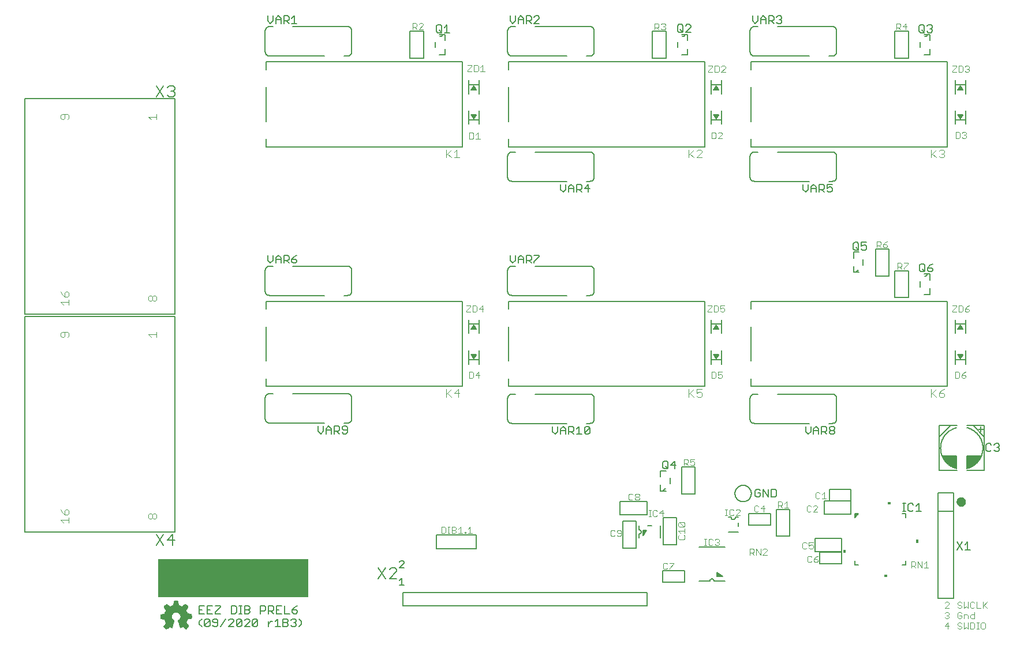
<source format=gto>
G75*
%MOIN*%
%OFA0B0*%
%FSLAX25Y25*%
%IPPOS*%
%LPD*%
%AMOC8*
5,1,8,0,0,1.08239X$1,22.5*
%
%ADD10C,0.00500*%
%ADD11R,0.87000X0.22250*%
%ADD12R,0.01485X0.00015*%
%ADD13R,0.00045X0.00015*%
%ADD14R,0.00105X0.00015*%
%ADD15R,0.00165X0.00015*%
%ADD16R,0.00225X0.00015*%
%ADD17R,0.00285X0.00015*%
%ADD18R,0.00345X0.00015*%
%ADD19R,0.00405X0.00015*%
%ADD20R,0.00435X0.00015*%
%ADD21R,0.00465X0.00015*%
%ADD22R,0.00495X0.00015*%
%ADD23R,0.00540X0.00015*%
%ADD24R,0.00585X0.00015*%
%ADD25R,0.00645X0.00015*%
%ADD26R,0.00150X0.00015*%
%ADD27R,0.00675X0.00015*%
%ADD28R,0.00195X0.00015*%
%ADD29R,0.00705X0.00015*%
%ADD30R,0.00240X0.00015*%
%ADD31R,0.00735X0.00015*%
%ADD32R,0.00270X0.00015*%
%ADD33R,0.00765X0.00015*%
%ADD34R,0.00300X0.00015*%
%ADD35R,0.00810X0.00015*%
%ADD36R,0.00360X0.00015*%
%ADD37R,0.00855X0.00015*%
%ADD38R,0.00435X0.00015*%
%ADD39R,0.00915X0.00015*%
%ADD40R,0.00465X0.00015*%
%ADD41R,0.00945X0.00015*%
%ADD42R,0.00960X0.00015*%
%ADD43R,0.00525X0.00015*%
%ADD44R,0.00990X0.00015*%
%ADD45R,0.00555X0.00015*%
%ADD46R,0.01035X0.00015*%
%ADD47R,0.00600X0.00015*%
%ADD48R,0.01080X0.00015*%
%ADD49R,0.01125X0.00015*%
%ADD50R,0.01170X0.00015*%
%ADD51R,0.00720X0.00015*%
%ADD52R,0.01200X0.00015*%
%ADD53R,0.00750X0.00015*%
%ADD54R,0.01230X0.00015*%
%ADD55R,0.00780X0.00015*%
%ADD56R,0.01260X0.00015*%
%ADD57R,0.00810X0.00015*%
%ADD58R,0.01305X0.00015*%
%ADD59R,0.01365X0.00015*%
%ADD60R,0.00900X0.00015*%
%ADD61R,0.01395X0.00015*%
%ADD62R,0.01440X0.00015*%
%ADD63R,0.01470X0.00015*%
%ADD64R,0.01005X0.00015*%
%ADD65R,0.01500X0.00015*%
%ADD66R,0.01020X0.00015*%
%ADD67R,0.01530X0.00015*%
%ADD68R,0.01065X0.00015*%
%ADD69R,0.01575X0.00015*%
%ADD70R,0.01095X0.00015*%
%ADD71R,0.01635X0.00015*%
%ADD72R,0.01155X0.00015*%
%ADD73R,0.01680X0.00015*%
%ADD74R,0.01200X0.00015*%
%ADD75R,0.01710X0.00015*%
%ADD76R,0.01230X0.00015*%
%ADD77R,0.01725X0.00015*%
%ADD78R,0.01245X0.00015*%
%ADD79R,0.01755X0.00015*%
%ADD80R,0.01275X0.00015*%
%ADD81R,0.01800X0.00015*%
%ADD82R,0.01320X0.00015*%
%ADD83R,0.01860X0.00015*%
%ADD84R,0.01905X0.00015*%
%ADD85R,0.01410X0.00015*%
%ADD86R,0.01935X0.00015*%
%ADD87R,0.01455X0.00015*%
%ADD88R,0.01965X0.00015*%
%ADD89R,0.01485X0.00015*%
%ADD90R,0.01995X0.00015*%
%ADD91R,0.01515X0.00015*%
%ADD92R,0.02040X0.00015*%
%ADD93R,0.01530X0.00015*%
%ADD94R,0.02070X0.00015*%
%ADD95R,0.01575X0.00015*%
%ADD96R,0.02115X0.00015*%
%ADD97R,0.01620X0.00015*%
%ADD98R,0.02160X0.00015*%
%ADD99R,0.01665X0.00015*%
%ADD100R,0.02190X0.00015*%
%ADD101R,0.00075X0.00015*%
%ADD102R,0.01695X0.00015*%
%ADD103R,0.02220X0.00015*%
%ADD104R,0.00105X0.00015*%
%ADD105R,0.02235X0.00015*%
%ADD106R,0.00135X0.00015*%
%ADD107R,0.01755X0.00015*%
%ADD108R,0.02280X0.00015*%
%ADD109R,0.00180X0.00015*%
%ADD110R,0.01785X0.00015*%
%ADD111R,0.02340X0.00015*%
%ADD112R,0.00240X0.00015*%
%ADD113R,0.01830X0.00015*%
%ADD114R,0.02385X0.00015*%
%ADD115R,0.01890X0.00015*%
%ADD116R,0.02415X0.00015*%
%ADD117R,0.00330X0.00015*%
%ADD118R,0.00120X0.00015*%
%ADD119R,0.01920X0.00015*%
%ADD120R,0.02430X0.00015*%
%ADD121R,0.00375X0.00015*%
%ADD122R,0.02460X0.00015*%
%ADD123R,0.00405X0.00015*%
%ADD124R,0.00195X0.00015*%
%ADD125R,0.01965X0.00015*%
%ADD126R,0.02505X0.00015*%
%ADD127R,0.00210X0.00015*%
%ADD128R,0.02010X0.00015*%
%ADD129R,0.02535X0.00015*%
%ADD130R,0.00480X0.00015*%
%ADD131R,0.02580X0.00015*%
%ADD132R,0.00540X0.00015*%
%ADD133R,0.02085X0.00015*%
%ADD134R,0.02625X0.00015*%
%ADD135R,0.02130X0.00015*%
%ADD136R,0.02670X0.00015*%
%ADD137R,0.00630X0.00015*%
%ADD138R,0.02700X0.00015*%
%ADD139R,0.00660X0.00015*%
%ADD140R,0.00450X0.00015*%
%ADD141R,0.02190X0.00015*%
%ADD142R,0.02715X0.00015*%
%ADD143R,0.02205X0.00015*%
%ADD144R,0.02745X0.00015*%
%ADD145R,0.00510X0.00015*%
%ADD146R,0.02235X0.00015*%
%ADD147R,0.02775X0.00015*%
%ADD148R,0.02820X0.00015*%
%ADD149R,0.02310X0.00015*%
%ADD150R,0.02880X0.00015*%
%ADD151R,0.00855X0.00015*%
%ADD152R,0.02355X0.00015*%
%ADD153R,0.02895X0.00015*%
%ADD154R,0.00870X0.00015*%
%ADD155R,0.00660X0.00015*%
%ADD156R,0.02925X0.00015*%
%ADD157R,0.00690X0.00015*%
%ADD158R,0.02970X0.00015*%
%ADD159R,0.03000X0.00015*%
%ADD160R,0.00750X0.00015*%
%ADD161R,0.03045X0.00015*%
%ADD162R,0.01005X0.00015*%
%ADD163R,0.00780X0.00015*%
%ADD164R,0.02505X0.00015*%
%ADD165R,0.03090X0.00015*%
%ADD166R,0.01050X0.00015*%
%ADD167R,0.00825X0.00015*%
%ADD168R,0.02550X0.00015*%
%ADD169R,0.03135X0.00015*%
%ADD170R,0.01095X0.00015*%
%ADD171R,0.00870X0.00015*%
%ADD172R,0.03165X0.00015*%
%ADD173R,0.01125X0.00015*%
%ADD174R,0.02625X0.00015*%
%ADD175R,0.03195X0.00015*%
%ADD176R,0.01140X0.00015*%
%ADD177R,0.00930X0.00015*%
%ADD178R,0.02655X0.00015*%
%ADD179R,0.03210X0.00015*%
%ADD180R,0.00960X0.00015*%
%ADD181R,0.03240X0.00015*%
%ADD182R,0.02700X0.00015*%
%ADD183R,0.03285X0.00015*%
%ADD184R,0.01245X0.00015*%
%ADD185R,0.02745X0.00015*%
%ADD186R,0.03330X0.00015*%
%ADD187R,0.02790X0.00015*%
%ADD188R,0.03360X0.00015*%
%ADD189R,0.01110X0.00015*%
%ADD190R,0.02835X0.00015*%
%ADD191R,0.03390X0.00015*%
%ADD192R,0.01335X0.00015*%
%ADD193R,0.01140X0.00015*%
%ADD194R,0.02865X0.00015*%
%ADD195R,0.03420X0.00015*%
%ADD196R,0.01155X0.00015*%
%ADD197R,0.04905X0.00015*%
%ADD198R,0.04920X0.00015*%
%ADD199R,0.02940X0.00015*%
%ADD200R,0.04950X0.00015*%
%ADD201R,0.02985X0.00015*%
%ADD202R,0.04965X0.00015*%
%ADD203R,0.01275X0.00015*%
%ADD204R,0.03015X0.00015*%
%ADD205R,0.04980X0.00015*%
%ADD206R,0.03045X0.00015*%
%ADD207R,0.05010X0.00015*%
%ADD208R,0.01335X0.00015*%
%ADD209R,0.03075X0.00015*%
%ADD210R,0.01350X0.00015*%
%ADD211R,0.03105X0.00015*%
%ADD212R,0.05040X0.00015*%
%ADD213R,0.01380X0.00015*%
%ADD214R,0.05040X0.00015*%
%ADD215R,0.01410X0.00015*%
%ADD216R,0.03180X0.00015*%
%ADD217R,0.05070X0.00015*%
%ADD218R,0.03225X0.00015*%
%ADD219R,0.03255X0.00015*%
%ADD220R,0.05085X0.00015*%
%ADD221R,0.01515X0.00015*%
%ADD222R,0.03300X0.00015*%
%ADD223R,0.05100X0.00015*%
%ADD224R,0.04935X0.00015*%
%ADD225R,0.05115X0.00015*%
%ADD226R,0.04995X0.00015*%
%ADD227R,0.05130X0.00015*%
%ADD228R,0.05010X0.00015*%
%ADD229R,0.05130X0.00015*%
%ADD230R,0.05010X0.00015*%
%ADD231R,0.05025X0.00015*%
%ADD232R,0.05040X0.00015*%
%ADD233R,0.05055X0.00015*%
%ADD234R,0.05130X0.00015*%
%ADD235R,0.05085X0.00015*%
%ADD236R,0.05115X0.00015*%
%ADD237R,0.05145X0.00015*%
%ADD238R,0.05160X0.00015*%
%ADD239R,0.05130X0.00015*%
%ADD240R,0.05190X0.00015*%
%ADD241R,0.05190X0.00015*%
%ADD242R,0.05205X0.00015*%
%ADD243R,0.05220X0.00015*%
%ADD244R,0.05070X0.00015*%
%ADD245R,0.05085X0.00015*%
%ADD246R,0.05205X0.00015*%
%ADD247R,0.05220X0.00015*%
%ADD248R,0.05055X0.00015*%
%ADD249R,0.05025X0.00015*%
%ADD250R,0.05205X0.00015*%
%ADD251R,0.05025X0.00015*%
%ADD252R,0.05190X0.00015*%
%ADD253R,0.05190X0.00015*%
%ADD254R,0.04995X0.00015*%
%ADD255R,0.05175X0.00015*%
%ADD256R,0.04950X0.00015*%
%ADD257R,0.05145X0.00015*%
%ADD258R,0.05145X0.00015*%
%ADD259R,0.04920X0.00015*%
%ADD260R,0.04905X0.00015*%
%ADD261R,0.04905X0.00015*%
%ADD262R,0.05115X0.00015*%
%ADD263R,0.04890X0.00015*%
%ADD264R,0.04890X0.00015*%
%ADD265R,0.04875X0.00015*%
%ADD266R,0.04845X0.00015*%
%ADD267R,0.04830X0.00015*%
%ADD268R,0.04830X0.00015*%
%ADD269R,0.05070X0.00015*%
%ADD270R,0.04830X0.00015*%
%ADD271R,0.04815X0.00015*%
%ADD272R,0.04800X0.00015*%
%ADD273R,0.04800X0.00015*%
%ADD274R,0.05010X0.00015*%
%ADD275R,0.04785X0.00015*%
%ADD276R,0.04770X0.00015*%
%ADD277R,0.04770X0.00015*%
%ADD278R,0.04755X0.00015*%
%ADD279R,0.04740X0.00015*%
%ADD280R,0.04725X0.00015*%
%ADD281R,0.04725X0.00015*%
%ADD282R,0.04980X0.00015*%
%ADD283R,0.04710X0.00015*%
%ADD284R,0.04725X0.00015*%
%ADD285R,0.04710X0.00015*%
%ADD286R,0.04695X0.00015*%
%ADD287R,0.04680X0.00015*%
%ADD288R,0.04695X0.00015*%
%ADD289R,0.04680X0.00015*%
%ADD290R,0.04905X0.00015*%
%ADD291R,0.04665X0.00015*%
%ADD292R,0.04650X0.00015*%
%ADD293R,0.04635X0.00015*%
%ADD294R,0.04620X0.00015*%
%ADD295R,0.04620X0.00015*%
%ADD296R,0.04890X0.00015*%
%ADD297R,0.04605X0.00015*%
%ADD298R,0.04605X0.00015*%
%ADD299R,0.04590X0.00015*%
%ADD300R,0.04845X0.00015*%
%ADD301R,0.04575X0.00015*%
%ADD302R,0.04590X0.00015*%
%ADD303R,0.04575X0.00015*%
%ADD304R,0.04845X0.00015*%
%ADD305R,0.04560X0.00015*%
%ADD306R,0.04545X0.00015*%
%ADD307R,0.04530X0.00015*%
%ADD308R,0.04515X0.00015*%
%ADD309R,0.04530X0.00015*%
%ADD310R,0.04500X0.00015*%
%ADD311R,0.04515X0.00015*%
%ADD312R,0.04785X0.00015*%
%ADD313R,0.04485X0.00015*%
%ADD314R,0.04755X0.00015*%
%ADD315R,0.04470X0.00015*%
%ADD316R,0.04740X0.00015*%
%ADD317R,0.04485X0.00015*%
%ADD318R,0.04755X0.00015*%
%ADD319R,0.04545X0.00015*%
%ADD320R,0.04695X0.00015*%
%ADD321R,0.04680X0.00015*%
%ADD322R,0.04665X0.00015*%
%ADD323R,0.04725X0.00015*%
%ADD324R,0.04680X0.00015*%
%ADD325R,0.04860X0.00015*%
%ADD326R,0.04740X0.00015*%
%ADD327R,0.04875X0.00015*%
%ADD328R,0.04965X0.00015*%
%ADD329R,0.04860X0.00015*%
%ADD330R,0.04995X0.00015*%
%ADD331R,0.04875X0.00015*%
%ADD332R,0.04980X0.00015*%
%ADD333R,0.05235X0.00015*%
%ADD334R,0.05235X0.00015*%
%ADD335R,0.05250X0.00015*%
%ADD336R,0.05280X0.00015*%
%ADD337R,0.05295X0.00015*%
%ADD338R,0.05325X0.00015*%
%ADD339R,0.05340X0.00015*%
%ADD340R,0.05235X0.00015*%
%ADD341R,0.05355X0.00015*%
%ADD342R,0.05370X0.00015*%
%ADD343R,0.05265X0.00015*%
%ADD344R,0.05370X0.00015*%
%ADD345R,0.05280X0.00015*%
%ADD346R,0.05385X0.00015*%
%ADD347R,0.05295X0.00015*%
%ADD348R,0.05400X0.00015*%
%ADD349R,0.05415X0.00015*%
%ADD350R,0.05310X0.00015*%
%ADD351R,0.05430X0.00015*%
%ADD352R,0.05445X0.00015*%
%ADD353R,0.05460X0.00015*%
%ADD354R,0.05355X0.00015*%
%ADD355R,0.05475X0.00015*%
%ADD356R,0.05505X0.00015*%
%ADD357R,0.05520X0.00015*%
%ADD358R,0.05535X0.00015*%
%ADD359R,0.05550X0.00015*%
%ADD360R,0.05550X0.00015*%
%ADD361R,0.05475X0.00015*%
%ADD362R,0.05490X0.00015*%
%ADD363R,0.05475X0.00015*%
%ADD364R,0.05385X0.00015*%
%ADD365R,0.05370X0.00015*%
%ADD366R,0.05325X0.00015*%
%ADD367R,0.05310X0.00015*%
%ADD368R,0.05265X0.00015*%
%ADD369R,0.05175X0.00015*%
%ADD370R,0.04980X0.00015*%
%ADD371R,0.04965X0.00015*%
%ADD372R,0.04860X0.00015*%
%ADD373R,0.04845X0.00015*%
%ADD374R,0.04815X0.00015*%
%ADD375R,0.04770X0.00015*%
%ADD376R,0.05295X0.00015*%
%ADD377R,0.04635X0.00015*%
%ADD378R,0.05610X0.00015*%
%ADD379R,0.05700X0.00015*%
%ADD380R,0.05760X0.00015*%
%ADD381R,0.05805X0.00015*%
%ADD382R,0.05850X0.00015*%
%ADD383R,0.05895X0.00015*%
%ADD384R,0.06000X0.00015*%
%ADD385R,0.06135X0.00015*%
%ADD386R,0.06225X0.00015*%
%ADD387R,0.06300X0.00015*%
%ADD388R,0.06330X0.00015*%
%ADD389R,0.06375X0.00015*%
%ADD390R,0.06450X0.00015*%
%ADD391R,0.06570X0.00015*%
%ADD392R,0.05565X0.00015*%
%ADD393R,0.06690X0.00015*%
%ADD394R,0.06735X0.00015*%
%ADD395R,0.05790X0.00015*%
%ADD396R,0.06765X0.00015*%
%ADD397R,0.05850X0.00015*%
%ADD398R,0.06780X0.00015*%
%ADD399R,0.05895X0.00015*%
%ADD400R,0.06795X0.00015*%
%ADD401R,0.05955X0.00015*%
%ADD402R,0.06810X0.00015*%
%ADD403R,0.06060X0.00015*%
%ADD404R,0.06195X0.00015*%
%ADD405R,0.06825X0.00015*%
%ADD406R,0.06330X0.00015*%
%ADD407R,0.06840X0.00015*%
%ADD408R,0.06390X0.00015*%
%ADD409R,0.06495X0.00015*%
%ADD410R,0.06840X0.00015*%
%ADD411R,0.06555X0.00015*%
%ADD412R,0.06825X0.00015*%
%ADD413R,0.06645X0.00015*%
%ADD414R,0.06825X0.00015*%
%ADD415R,0.06705X0.00015*%
%ADD416R,0.06705X0.00015*%
%ADD417R,0.06810X0.00015*%
%ADD418R,0.06720X0.00015*%
%ADD419R,0.06795X0.00015*%
%ADD420R,0.06750X0.00015*%
%ADD421R,0.06765X0.00015*%
%ADD422R,0.06795X0.00015*%
%ADD423R,0.06780X0.00015*%
%ADD424R,0.06780X0.00015*%
%ADD425R,0.06750X0.00015*%
%ADD426R,0.06720X0.00015*%
%ADD427R,0.06720X0.00015*%
%ADD428R,0.06705X0.00015*%
%ADD429R,0.06705X0.00015*%
%ADD430R,0.06690X0.00015*%
%ADD431R,0.06675X0.00015*%
%ADD432R,0.06690X0.00015*%
%ADD433R,0.06675X0.00015*%
%ADD434R,0.06675X0.00015*%
%ADD435R,0.06660X0.00015*%
%ADD436R,0.06675X0.00015*%
%ADD437R,0.06660X0.00015*%
%ADD438R,0.06660X0.00015*%
%ADD439R,0.06645X0.00015*%
%ADD440R,0.06630X0.00015*%
%ADD441R,0.06660X0.00015*%
%ADD442R,0.06630X0.00015*%
%ADD443R,0.06645X0.00015*%
%ADD444R,0.06735X0.00015*%
%ADD445R,0.06765X0.00015*%
%ADD446R,0.06780X0.00015*%
%ADD447R,0.06825X0.00015*%
%ADD448R,0.06855X0.00015*%
%ADD449R,0.06855X0.00015*%
%ADD450R,0.06870X0.00015*%
%ADD451R,0.06885X0.00015*%
%ADD452R,0.06525X0.00015*%
%ADD453R,0.06405X0.00015*%
%ADD454R,0.06255X0.00015*%
%ADD455R,0.06165X0.00015*%
%ADD456R,0.06870X0.00015*%
%ADD457R,0.06120X0.00015*%
%ADD458R,0.06885X0.00015*%
%ADD459R,0.06060X0.00015*%
%ADD460R,0.06015X0.00015*%
%ADD461R,0.05910X0.00015*%
%ADD462R,0.05670X0.00015*%
%ADD463R,0.05595X0.00015*%
%ADD464R,0.06585X0.00015*%
%ADD465R,0.05160X0.00015*%
%ADD466R,0.06390X0.00015*%
%ADD467R,0.05025X0.00015*%
%ADD468R,0.06330X0.00015*%
%ADD469R,0.06075X0.00015*%
%ADD470R,0.05820X0.00015*%
%ADD471R,0.05775X0.00015*%
%ADD472R,0.05685X0.00015*%
%ADD473R,0.05460X0.00015*%
%ADD474R,0.04860X0.00015*%
%ADD475R,0.04935X0.00015*%
%ADD476R,0.05160X0.00015*%
%ADD477R,0.05325X0.00015*%
%ADD478R,0.05340X0.00015*%
%ADD479R,0.05355X0.00015*%
%ADD480R,0.05430X0.00015*%
%ADD481R,0.05535X0.00015*%
%ADD482R,0.05595X0.00015*%
%ADD483R,0.05640X0.00015*%
%ADD484R,0.05640X0.00015*%
%ADD485R,0.05670X0.00015*%
%ADD486R,0.05685X0.00015*%
%ADD487R,0.05700X0.00015*%
%ADD488R,0.05715X0.00015*%
%ADD489R,0.05715X0.00015*%
%ADD490R,0.05730X0.00015*%
%ADD491R,0.05745X0.00015*%
%ADD492R,0.05760X0.00015*%
%ADD493R,0.06000X0.00015*%
%ADD494R,0.06105X0.00015*%
%ADD495R,0.06180X0.00015*%
%ADD496R,0.06210X0.00015*%
%ADD497R,0.12690X0.00015*%
%ADD498R,0.12675X0.00015*%
%ADD499R,0.12660X0.00015*%
%ADD500R,0.12660X0.00015*%
%ADD501R,0.12645X0.00015*%
%ADD502R,0.12615X0.00015*%
%ADD503R,0.12600X0.00015*%
%ADD504R,0.12585X0.00015*%
%ADD505R,0.12555X0.00015*%
%ADD506R,0.12540X0.00015*%
%ADD507R,0.12525X0.00015*%
%ADD508R,0.12510X0.00015*%
%ADD509R,0.12510X0.00015*%
%ADD510R,0.12480X0.00015*%
%ADD511R,0.12450X0.00015*%
%ADD512R,0.12435X0.00015*%
%ADD513R,0.12420X0.00015*%
%ADD514R,0.12390X0.00015*%
%ADD515R,0.12375X0.00015*%
%ADD516R,0.12360X0.00015*%
%ADD517R,0.12330X0.00015*%
%ADD518R,0.12300X0.00015*%
%ADD519R,0.12285X0.00015*%
%ADD520R,0.12270X0.00015*%
%ADD521R,0.12255X0.00015*%
%ADD522R,0.12240X0.00015*%
%ADD523R,0.12225X0.00015*%
%ADD524R,0.12195X0.00015*%
%ADD525R,0.12165X0.00015*%
%ADD526R,0.12150X0.00015*%
%ADD527R,0.12135X0.00015*%
%ADD528R,0.12120X0.00015*%
%ADD529R,0.12090X0.00015*%
%ADD530R,0.12075X0.00015*%
%ADD531R,0.12060X0.00015*%
%ADD532R,0.12045X0.00015*%
%ADD533R,0.12015X0.00015*%
%ADD534R,0.12000X0.00015*%
%ADD535R,0.11985X0.00015*%
%ADD536R,0.11955X0.00015*%
%ADD537R,0.11940X0.00015*%
%ADD538R,0.11925X0.00015*%
%ADD539R,0.11910X0.00015*%
%ADD540R,0.11910X0.00015*%
%ADD541R,0.11880X0.00015*%
%ADD542R,0.11850X0.00015*%
%ADD543R,0.11835X0.00015*%
%ADD544R,0.11805X0.00015*%
%ADD545R,0.11775X0.00015*%
%ADD546R,0.11760X0.00015*%
%ADD547R,0.11745X0.00015*%
%ADD548R,0.11730X0.00015*%
%ADD549R,0.11700X0.00015*%
%ADD550R,0.11700X0.00015*%
%ADD551R,0.11685X0.00015*%
%ADD552R,0.11655X0.00015*%
%ADD553R,0.11640X0.00015*%
%ADD554R,0.11625X0.00015*%
%ADD555R,0.11625X0.00015*%
%ADD556R,0.11670X0.00015*%
%ADD557R,0.11715X0.00015*%
%ADD558R,0.11790X0.00015*%
%ADD559R,0.11820X0.00015*%
%ADD560R,0.11820X0.00015*%
%ADD561R,0.11880X0.00015*%
%ADD562R,0.11895X0.00015*%
%ADD563R,0.11970X0.00015*%
%ADD564R,0.12045X0.00015*%
%ADD565R,0.12075X0.00015*%
%ADD566R,0.12105X0.00015*%
%ADD567R,0.12135X0.00015*%
%ADD568R,0.12165X0.00015*%
%ADD569R,0.12180X0.00015*%
%ADD570R,0.12195X0.00015*%
%ADD571R,0.12210X0.00015*%
%ADD572R,0.12225X0.00015*%
%ADD573R,0.12255X0.00015*%
%ADD574R,0.12360X0.00015*%
%ADD575R,0.12390X0.00015*%
%ADD576R,0.12405X0.00015*%
%ADD577R,0.12435X0.00015*%
%ADD578R,0.12480X0.00015*%
%ADD579R,0.12480X0.00015*%
%ADD580R,0.12510X0.00015*%
%ADD581R,0.12570X0.00015*%
%ADD582R,0.12630X0.00015*%
%ADD583R,0.12675X0.00015*%
%ADD584R,0.12705X0.00015*%
%ADD585R,0.12735X0.00015*%
%ADD586R,0.12750X0.00015*%
%ADD587R,0.12780X0.00015*%
%ADD588R,0.12795X0.00015*%
%ADD589R,0.12810X0.00015*%
%ADD590R,0.12840X0.00015*%
%ADD591R,0.12855X0.00015*%
%ADD592R,0.12885X0.00015*%
%ADD593R,0.12900X0.00015*%
%ADD594R,0.12915X0.00015*%
%ADD595R,0.12945X0.00015*%
%ADD596R,0.12960X0.00015*%
%ADD597R,0.12990X0.00015*%
%ADD598R,0.13005X0.00015*%
%ADD599R,0.13020X0.00015*%
%ADD600R,0.13035X0.00015*%
%ADD601R,0.13065X0.00015*%
%ADD602R,0.13080X0.00015*%
%ADD603R,0.13110X0.00015*%
%ADD604R,0.13125X0.00015*%
%ADD605R,0.13155X0.00015*%
%ADD606R,0.13170X0.00015*%
%ADD607R,0.13200X0.00015*%
%ADD608R,0.13230X0.00015*%
%ADD609R,0.13260X0.00015*%
%ADD610R,0.13290X0.00015*%
%ADD611R,0.13320X0.00015*%
%ADD612R,0.13350X0.00015*%
%ADD613R,0.13365X0.00015*%
%ADD614R,0.13395X0.00015*%
%ADD615R,0.13425X0.00015*%
%ADD616R,0.13455X0.00015*%
%ADD617R,0.13470X0.00015*%
%ADD618R,0.13500X0.00015*%
%ADD619R,0.13530X0.00015*%
%ADD620R,0.13560X0.00015*%
%ADD621R,0.13575X0.00015*%
%ADD622R,0.13605X0.00015*%
%ADD623R,0.13635X0.00015*%
%ADD624R,0.13650X0.00015*%
%ADD625R,0.13680X0.00015*%
%ADD626R,0.13695X0.00015*%
%ADD627R,0.13725X0.00015*%
%ADD628R,0.13740X0.00015*%
%ADD629R,0.13770X0.00015*%
%ADD630R,0.13785X0.00015*%
%ADD631R,0.13800X0.00015*%
%ADD632R,0.13830X0.00015*%
%ADD633R,0.13860X0.00015*%
%ADD634R,0.13875X0.00015*%
%ADD635R,0.13905X0.00015*%
%ADD636R,0.13935X0.00015*%
%ADD637R,0.13950X0.00015*%
%ADD638R,0.13980X0.00015*%
%ADD639R,0.14010X0.00015*%
%ADD640R,0.14025X0.00015*%
%ADD641R,0.14055X0.00015*%
%ADD642R,0.14070X0.00015*%
%ADD643R,0.14085X0.00015*%
%ADD644R,0.14115X0.00015*%
%ADD645R,0.14145X0.00015*%
%ADD646R,0.14160X0.00015*%
%ADD647R,0.14190X0.00015*%
%ADD648R,0.14205X0.00015*%
%ADD649R,0.14220X0.00015*%
%ADD650R,0.14235X0.00015*%
%ADD651R,0.14265X0.00015*%
%ADD652R,0.14280X0.00015*%
%ADD653R,0.14295X0.00015*%
%ADD654R,0.14295X0.00015*%
%ADD655R,0.14250X0.00015*%
%ADD656R,0.14205X0.00015*%
%ADD657R,0.14175X0.00015*%
%ADD658R,0.14160X0.00015*%
%ADD659R,0.14130X0.00015*%
%ADD660R,0.14100X0.00015*%
%ADD661R,0.14040X0.00015*%
%ADD662R,0.14010X0.00015*%
%ADD663R,0.03465X0.00015*%
%ADD664R,0.10440X0.00015*%
%ADD665R,0.03420X0.00015*%
%ADD666R,0.10395X0.00015*%
%ADD667R,0.03375X0.00015*%
%ADD668R,0.10335X0.00015*%
%ADD669R,0.03570X0.00015*%
%ADD670R,0.06600X0.00015*%
%ADD671R,0.03525X0.00015*%
%ADD672R,0.03270X0.00015*%
%ADD673R,0.03495X0.00015*%
%ADD674R,0.03210X0.00015*%
%ADD675R,0.06480X0.00015*%
%ADD676R,0.03435X0.00015*%
%ADD677R,0.03165X0.00015*%
%ADD678R,0.03390X0.00015*%
%ADD679R,0.03120X0.00015*%
%ADD680R,0.06315X0.00015*%
%ADD681R,0.03345X0.00015*%
%ADD682R,0.03090X0.00015*%
%ADD683R,0.03075X0.00015*%
%ADD684R,0.06225X0.00015*%
%ADD685R,0.03270X0.00015*%
%ADD686R,0.06180X0.00015*%
%ADD687R,0.02970X0.00015*%
%ADD688R,0.06075X0.00015*%
%ADD689R,0.03195X0.00015*%
%ADD690R,0.02925X0.00015*%
%ADD691R,0.05985X0.00015*%
%ADD692R,0.03135X0.00015*%
%ADD693R,0.02850X0.00015*%
%ADD694R,0.05835X0.00015*%
%ADD695R,0.03030X0.00015*%
%ADD696R,0.02805X0.00015*%
%ADD697R,0.02730X0.00015*%
%ADD698R,0.05625X0.00015*%
%ADD699R,0.02925X0.00015*%
%ADD700R,0.02640X0.00015*%
%ADD701R,0.02595X0.00015*%
%ADD702R,0.02565X0.00015*%
%ADD703R,0.02760X0.00015*%
%ADD704R,0.02520X0.00015*%
%ADD705R,0.02730X0.00015*%
%ADD706R,0.02475X0.00015*%
%ADD707R,0.02685X0.00015*%
%ADD708R,0.02445X0.00015*%
%ADD709R,0.02400X0.00015*%
%ADD710R,0.02370X0.00015*%
%ADD711R,0.02565X0.00015*%
%ADD712R,0.02340X0.00015*%
%ADD713R,0.02325X0.00015*%
%ADD714R,0.02505X0.00015*%
%ADD715R,0.02280X0.00015*%
%ADD716R,0.02460X0.00015*%
%ADD717R,0.04560X0.00015*%
%ADD718R,0.02190X0.00015*%
%ADD719R,0.04440X0.00015*%
%ADD720R,0.02370X0.00015*%
%ADD721R,0.02145X0.00015*%
%ADD722R,0.04365X0.00015*%
%ADD723R,0.04320X0.00015*%
%ADD724R,0.02310X0.00015*%
%ADD725R,0.02100X0.00015*%
%ADD726R,0.04260X0.00015*%
%ADD727R,0.04200X0.00015*%
%ADD728R,0.02265X0.00015*%
%ADD729R,0.02040X0.00015*%
%ADD730R,0.04095X0.00015*%
%ADD731R,0.02220X0.00015*%
%ADD732R,0.03915X0.00015*%
%ADD733R,0.02175X0.00015*%
%ADD734R,0.03765X0.00015*%
%ADD735R,0.03675X0.00015*%
%ADD736R,0.01890X0.00015*%
%ADD737R,0.03615X0.00015*%
%ADD738R,0.02055X0.00015*%
%ADD739R,0.01860X0.00015*%
%ADD740R,0.03555X0.00015*%
%ADD741R,0.01815X0.00015*%
%ADD742R,0.03450X0.00015*%
%ADD743R,0.01725X0.00015*%
%ADD744R,0.03315X0.00015*%
%ADD745R,0.01905X0.00015*%
%ADD746R,0.01680X0.00015*%
%ADD747R,0.01650X0.00015*%
%ADD748R,0.01620X0.00015*%
%ADD749R,0.01590X0.00015*%
%ADD750R,0.01770X0.00015*%
%ADD751R,0.01560X0.00015*%
%ADD752R,0.03240X0.00015*%
%ADD753R,0.01740X0.00015*%
%ADD754R,0.01665X0.00015*%
%ADD755R,0.01455X0.00015*%
%ADD756R,0.01635X0.00015*%
%ADD757R,0.01410X0.00015*%
%ADD758R,0.01395X0.00015*%
%ADD759R,0.01365X0.00015*%
%ADD760R,0.01335X0.00015*%
%ADD761R,0.01290X0.00015*%
%ADD762R,0.03210X0.00015*%
%ADD763R,0.01455X0.00015*%
%ADD764R,0.01185X0.00015*%
%ADD765R,0.01290X0.00015*%
%ADD766R,0.01110X0.00015*%
%ADD767R,0.01260X0.00015*%
%ADD768R,0.03180X0.00015*%
%ADD769R,0.00975X0.00015*%
%ADD770R,0.03150X0.00015*%
%ADD771R,0.00885X0.00015*%
%ADD772R,0.03150X0.00015*%
%ADD773R,0.01050X0.00015*%
%ADD774R,0.00795X0.00015*%
%ADD775R,0.00885X0.00015*%
%ADD776R,0.00690X0.00015*%
%ADD777R,0.00840X0.00015*%
%ADD778R,0.00570X0.00015*%
%ADD779R,0.00525X0.00015*%
%ADD780R,0.03105X0.00015*%
%ADD781R,0.00660X0.00015*%
%ADD782R,0.00615X0.00015*%
%ADD783R,0.00420X0.00015*%
%ADD784R,0.00555X0.00015*%
%ADD785R,0.00390X0.00015*%
%ADD786R,0.00525X0.00015*%
%ADD787R,0.00360X0.00015*%
%ADD788R,0.00495X0.00015*%
%ADD789R,0.03075X0.00015*%
%ADD790R,0.00450X0.00015*%
%ADD791R,0.00225X0.00015*%
%ADD792R,0.00345X0.00015*%
%ADD793R,0.00255X0.00015*%
%ADD794R,0.03060X0.00015*%
%ADD795R,0.00180X0.00015*%
%ADD796R,0.00075X0.00015*%
%ADD797R,0.03000X0.00015*%
%ADD798R,0.02955X0.00015*%
%ADD799R,0.02940X0.00015*%
%ADD800R,0.02940X0.00015*%
%ADD801R,0.02910X0.00015*%
%ADD802R,0.02910X0.00015*%
%ADD803R,0.02865X0.00015*%
%ADD804R,0.02805X0.00015*%
%ADD805R,0.02775X0.00015*%
%ADD806R,0.02760X0.00015*%
%ADD807R,0.02655X0.00015*%
%ADD808R,0.02640X0.00015*%
%ADD809R,0.02610X0.00015*%
%ADD810R,0.02595X0.00015*%
%ADD811R,0.02535X0.00015*%
%ADD812R,0.02475X0.00015*%
%ADD813R,0.02175X0.00015*%
%ADD814R,0.01575X0.00015*%
%ADD815C,0.00400*%
%ADD816C,0.02600*%
%ADD817C,0.00800*%
%ADD818C,0.00700*%
%ADD819C,0.00600*%
%ADD820R,0.05512X0.00787*%
%ADD821C,0.00100*%
D10*
X0186148Y0080505D02*
X0186148Y0082006D01*
X0187650Y0083508D01*
X0189218Y0082757D02*
X0189218Y0079755D01*
X0192220Y0082757D01*
X0192220Y0079755D01*
X0191469Y0079004D01*
X0189968Y0079004D01*
X0189218Y0079755D01*
X0187650Y0079004D02*
X0186148Y0080505D01*
X0189218Y0082757D02*
X0189968Y0083508D01*
X0191469Y0083508D01*
X0192220Y0082757D01*
X0193821Y0082757D02*
X0193821Y0082006D01*
X0194572Y0081256D01*
X0196824Y0081256D01*
X0196824Y0079755D02*
X0196824Y0082757D01*
X0196073Y0083508D01*
X0194572Y0083508D01*
X0193821Y0082757D01*
X0193821Y0079755D02*
X0194572Y0079004D01*
X0196073Y0079004D01*
X0196824Y0079755D01*
X0198425Y0079004D02*
X0201428Y0083508D01*
X0203029Y0082757D02*
X0203780Y0083508D01*
X0205281Y0083508D01*
X0206032Y0082757D01*
X0206032Y0082006D01*
X0203029Y0079004D01*
X0206032Y0079004D01*
X0207633Y0079755D02*
X0210636Y0082757D01*
X0210636Y0079755D01*
X0209885Y0079004D01*
X0208384Y0079004D01*
X0207633Y0079755D01*
X0207633Y0082757D01*
X0208384Y0083508D01*
X0209885Y0083508D01*
X0210636Y0082757D01*
X0212237Y0082757D02*
X0212988Y0083508D01*
X0214489Y0083508D01*
X0215240Y0082757D01*
X0215240Y0082006D01*
X0212237Y0079004D01*
X0215240Y0079004D01*
X0216841Y0079755D02*
X0219844Y0082757D01*
X0219844Y0079755D01*
X0219093Y0079004D01*
X0217592Y0079004D01*
X0216841Y0079755D01*
X0216841Y0082757D01*
X0217592Y0083508D01*
X0219093Y0083508D01*
X0219844Y0082757D01*
X0221445Y0086504D02*
X0221445Y0091008D01*
X0223697Y0091008D01*
X0224448Y0090257D01*
X0224448Y0088756D01*
X0223697Y0088005D01*
X0221445Y0088005D01*
X0226049Y0088005D02*
X0228301Y0088005D01*
X0229052Y0088756D01*
X0229052Y0090257D01*
X0228301Y0091008D01*
X0226049Y0091008D01*
X0226049Y0086504D01*
X0227550Y0088005D02*
X0229052Y0086504D01*
X0230653Y0086504D02*
X0230653Y0091008D01*
X0233655Y0091008D01*
X0235257Y0091008D02*
X0235257Y0086504D01*
X0238259Y0086504D01*
X0239861Y0087255D02*
X0240611Y0086504D01*
X0242113Y0086504D01*
X0242863Y0087255D01*
X0242863Y0088005D01*
X0242113Y0088756D01*
X0239861Y0088756D01*
X0239861Y0087255D01*
X0239861Y0088756D02*
X0241362Y0090257D01*
X0242863Y0091008D01*
X0233655Y0086504D02*
X0230653Y0086504D01*
X0230653Y0088756D02*
X0232154Y0088756D01*
X0231387Y0083508D02*
X0229886Y0082006D01*
X0228301Y0082006D02*
X0227550Y0082006D01*
X0226049Y0080505D01*
X0226049Y0079004D02*
X0226049Y0082006D01*
X0229886Y0079004D02*
X0232888Y0079004D01*
X0231387Y0079004D02*
X0231387Y0083508D01*
X0234489Y0083508D02*
X0236741Y0083508D01*
X0237492Y0082757D01*
X0237492Y0082006D01*
X0236741Y0081256D01*
X0234489Y0081256D01*
X0234489Y0079004D02*
X0234489Y0083508D01*
X0236741Y0081256D02*
X0237492Y0080505D01*
X0237492Y0079755D01*
X0236741Y0079004D01*
X0234489Y0079004D01*
X0239093Y0079755D02*
X0239844Y0079004D01*
X0241345Y0079004D01*
X0242096Y0079755D01*
X0242096Y0080505D01*
X0241345Y0081256D01*
X0240595Y0081256D01*
X0241345Y0081256D02*
X0242096Y0082006D01*
X0242096Y0082757D01*
X0241345Y0083508D01*
X0239844Y0083508D01*
X0239093Y0082757D01*
X0243697Y0083508D02*
X0245199Y0082006D01*
X0245199Y0080505D01*
X0243697Y0079004D01*
X0215240Y0087255D02*
X0214489Y0086504D01*
X0212237Y0086504D01*
X0212237Y0091008D01*
X0214489Y0091008D01*
X0215240Y0090257D01*
X0215240Y0089506D01*
X0214489Y0088756D01*
X0212237Y0088756D01*
X0214489Y0088756D02*
X0215240Y0088005D01*
X0215240Y0087255D01*
X0210669Y0086504D02*
X0209168Y0086504D01*
X0209919Y0086504D02*
X0209919Y0091008D01*
X0210669Y0091008D02*
X0209168Y0091008D01*
X0207567Y0090257D02*
X0206816Y0091008D01*
X0204564Y0091008D01*
X0204564Y0086504D01*
X0206816Y0086504D01*
X0207567Y0087255D01*
X0207567Y0090257D01*
X0198359Y0090257D02*
X0198359Y0091008D01*
X0195356Y0091008D01*
X0193755Y0091008D02*
X0190752Y0091008D01*
X0190752Y0086504D01*
X0193755Y0086504D01*
X0195356Y0086504D02*
X0198359Y0086504D01*
X0195356Y0086504D02*
X0195356Y0087255D01*
X0198359Y0090257D01*
X0192253Y0088756D02*
X0190752Y0088756D01*
X0189151Y0091008D02*
X0186148Y0091008D01*
X0186148Y0086504D01*
X0189151Y0086504D01*
X0187650Y0088756D02*
X0186148Y0088756D01*
X0301783Y0102982D02*
X0304452Y0102982D01*
X0303118Y0102982D02*
X0303118Y0106986D01*
X0301783Y0105651D01*
X0301783Y0112982D02*
X0304452Y0115651D01*
X0304452Y0116318D01*
X0303785Y0116986D01*
X0302451Y0116986D01*
X0301783Y0116318D01*
X0301783Y0112982D02*
X0304452Y0112982D01*
X0322930Y0124150D02*
X0322930Y0131890D01*
X0345946Y0131890D01*
X0345946Y0124150D01*
X0322930Y0124150D01*
X0270836Y0190520D02*
X0271586Y0191270D01*
X0271586Y0194273D01*
X0270836Y0195024D01*
X0269334Y0195024D01*
X0268584Y0194273D01*
X0268584Y0193522D01*
X0269334Y0192772D01*
X0271586Y0192772D01*
X0270836Y0190520D02*
X0269334Y0190520D01*
X0268584Y0191270D01*
X0266982Y0190520D02*
X0265481Y0192021D01*
X0266232Y0192021D02*
X0263980Y0192021D01*
X0263980Y0190520D02*
X0263980Y0195024D01*
X0266232Y0195024D01*
X0266982Y0194273D01*
X0266982Y0192772D01*
X0266232Y0192021D01*
X0262378Y0192772D02*
X0259376Y0192772D01*
X0259376Y0193522D02*
X0260877Y0195024D01*
X0262378Y0193522D01*
X0262378Y0190520D01*
X0259376Y0190520D02*
X0259376Y0193522D01*
X0257774Y0192021D02*
X0256273Y0190520D01*
X0254772Y0192021D01*
X0254772Y0195024D01*
X0257774Y0195024D02*
X0257774Y0192021D01*
X0390168Y0191771D02*
X0391669Y0190270D01*
X0393171Y0191771D01*
X0393171Y0194774D01*
X0394772Y0193272D02*
X0396273Y0194774D01*
X0397774Y0193272D01*
X0397774Y0190270D01*
X0399376Y0190270D02*
X0399376Y0194774D01*
X0401628Y0194774D01*
X0402378Y0194023D01*
X0402378Y0192522D01*
X0401628Y0191771D01*
X0399376Y0191771D01*
X0400877Y0191771D02*
X0402378Y0190270D01*
X0403980Y0190270D02*
X0406982Y0190270D01*
X0405481Y0190270D02*
X0405481Y0194774D01*
X0403980Y0193272D01*
X0408584Y0194023D02*
X0408584Y0191020D01*
X0411586Y0194023D01*
X0411586Y0191020D01*
X0410836Y0190270D01*
X0409334Y0190270D01*
X0408584Y0191020D01*
X0408584Y0194023D02*
X0409334Y0194774D01*
X0410836Y0194774D01*
X0411586Y0194023D01*
X0397774Y0192522D02*
X0394772Y0192522D01*
X0394772Y0193272D02*
X0394772Y0190270D01*
X0390168Y0191771D02*
X0390168Y0194774D01*
X0429170Y0151390D02*
X0429170Y0143650D01*
X0444705Y0143650D01*
X0444705Y0151390D01*
X0429170Y0151390D01*
X0430568Y0140037D02*
X0438308Y0140037D01*
X0438308Y0124502D01*
X0430568Y0124502D01*
X0430568Y0140037D01*
X0454068Y0142037D02*
X0454068Y0126502D01*
X0461808Y0126502D01*
X0461808Y0142037D01*
X0454068Y0142037D01*
X0464568Y0155752D02*
X0472308Y0155752D01*
X0472308Y0171287D01*
X0464568Y0171287D01*
X0464568Y0155752D01*
X0460694Y0170270D02*
X0460694Y0174774D01*
X0458442Y0172522D01*
X0461444Y0172522D01*
X0456840Y0174023D02*
X0456840Y0171020D01*
X0456090Y0170270D01*
X0454588Y0170270D01*
X0453838Y0171020D01*
X0453838Y0174023D01*
X0454588Y0174774D01*
X0456090Y0174774D01*
X0456840Y0174023D01*
X0455339Y0171771D02*
X0456840Y0170270D01*
X0495464Y0156020D02*
X0495466Y0156157D01*
X0495472Y0156295D01*
X0495482Y0156432D01*
X0495496Y0156568D01*
X0495514Y0156705D01*
X0495536Y0156840D01*
X0495562Y0156975D01*
X0495591Y0157109D01*
X0495625Y0157243D01*
X0495662Y0157375D01*
X0495704Y0157506D01*
X0495749Y0157636D01*
X0495798Y0157764D01*
X0495850Y0157891D01*
X0495907Y0158016D01*
X0495966Y0158140D01*
X0496030Y0158262D01*
X0496097Y0158382D01*
X0496167Y0158500D01*
X0496241Y0158616D01*
X0496318Y0158730D01*
X0496399Y0158841D01*
X0496482Y0158950D01*
X0496569Y0159057D01*
X0496659Y0159160D01*
X0496752Y0159262D01*
X0496848Y0159360D01*
X0496946Y0159456D01*
X0497048Y0159549D01*
X0497151Y0159639D01*
X0497258Y0159726D01*
X0497367Y0159809D01*
X0497478Y0159890D01*
X0497592Y0159967D01*
X0497708Y0160041D01*
X0497826Y0160111D01*
X0497946Y0160178D01*
X0498068Y0160242D01*
X0498192Y0160301D01*
X0498317Y0160358D01*
X0498444Y0160410D01*
X0498572Y0160459D01*
X0498702Y0160504D01*
X0498833Y0160546D01*
X0498965Y0160583D01*
X0499099Y0160617D01*
X0499233Y0160646D01*
X0499368Y0160672D01*
X0499503Y0160694D01*
X0499640Y0160712D01*
X0499776Y0160726D01*
X0499913Y0160736D01*
X0500051Y0160742D01*
X0500188Y0160744D01*
X0500325Y0160742D01*
X0500463Y0160736D01*
X0500600Y0160726D01*
X0500736Y0160712D01*
X0500873Y0160694D01*
X0501008Y0160672D01*
X0501143Y0160646D01*
X0501277Y0160617D01*
X0501411Y0160583D01*
X0501543Y0160546D01*
X0501674Y0160504D01*
X0501804Y0160459D01*
X0501932Y0160410D01*
X0502059Y0160358D01*
X0502184Y0160301D01*
X0502308Y0160242D01*
X0502430Y0160178D01*
X0502550Y0160111D01*
X0502668Y0160041D01*
X0502784Y0159967D01*
X0502898Y0159890D01*
X0503009Y0159809D01*
X0503118Y0159726D01*
X0503225Y0159639D01*
X0503328Y0159549D01*
X0503430Y0159456D01*
X0503528Y0159360D01*
X0503624Y0159262D01*
X0503717Y0159160D01*
X0503807Y0159057D01*
X0503894Y0158950D01*
X0503977Y0158841D01*
X0504058Y0158730D01*
X0504135Y0158616D01*
X0504209Y0158500D01*
X0504279Y0158382D01*
X0504346Y0158262D01*
X0504410Y0158140D01*
X0504469Y0158016D01*
X0504526Y0157891D01*
X0504578Y0157764D01*
X0504627Y0157636D01*
X0504672Y0157506D01*
X0504714Y0157375D01*
X0504751Y0157243D01*
X0504785Y0157109D01*
X0504814Y0156975D01*
X0504840Y0156840D01*
X0504862Y0156705D01*
X0504880Y0156568D01*
X0504894Y0156432D01*
X0504904Y0156295D01*
X0504910Y0156157D01*
X0504912Y0156020D01*
X0504910Y0155883D01*
X0504904Y0155745D01*
X0504894Y0155608D01*
X0504880Y0155472D01*
X0504862Y0155335D01*
X0504840Y0155200D01*
X0504814Y0155065D01*
X0504785Y0154931D01*
X0504751Y0154797D01*
X0504714Y0154665D01*
X0504672Y0154534D01*
X0504627Y0154404D01*
X0504578Y0154276D01*
X0504526Y0154149D01*
X0504469Y0154024D01*
X0504410Y0153900D01*
X0504346Y0153778D01*
X0504279Y0153658D01*
X0504209Y0153540D01*
X0504135Y0153424D01*
X0504058Y0153310D01*
X0503977Y0153199D01*
X0503894Y0153090D01*
X0503807Y0152983D01*
X0503717Y0152880D01*
X0503624Y0152778D01*
X0503528Y0152680D01*
X0503430Y0152584D01*
X0503328Y0152491D01*
X0503225Y0152401D01*
X0503118Y0152314D01*
X0503009Y0152231D01*
X0502898Y0152150D01*
X0502784Y0152073D01*
X0502668Y0151999D01*
X0502550Y0151929D01*
X0502430Y0151862D01*
X0502308Y0151798D01*
X0502184Y0151739D01*
X0502059Y0151682D01*
X0501932Y0151630D01*
X0501804Y0151581D01*
X0501674Y0151536D01*
X0501543Y0151494D01*
X0501411Y0151457D01*
X0501277Y0151423D01*
X0501143Y0151394D01*
X0501008Y0151368D01*
X0500873Y0151346D01*
X0500736Y0151328D01*
X0500600Y0151314D01*
X0500463Y0151304D01*
X0500325Y0151298D01*
X0500188Y0151296D01*
X0500051Y0151298D01*
X0499913Y0151304D01*
X0499776Y0151314D01*
X0499640Y0151328D01*
X0499503Y0151346D01*
X0499368Y0151368D01*
X0499233Y0151394D01*
X0499099Y0151423D01*
X0498965Y0151457D01*
X0498833Y0151494D01*
X0498702Y0151536D01*
X0498572Y0151581D01*
X0498444Y0151630D01*
X0498317Y0151682D01*
X0498192Y0151739D01*
X0498068Y0151798D01*
X0497946Y0151862D01*
X0497826Y0151929D01*
X0497708Y0151999D01*
X0497592Y0152073D01*
X0497478Y0152150D01*
X0497367Y0152231D01*
X0497258Y0152314D01*
X0497151Y0152401D01*
X0497048Y0152491D01*
X0496946Y0152584D01*
X0496848Y0152680D01*
X0496752Y0152778D01*
X0496659Y0152880D01*
X0496569Y0152983D01*
X0496482Y0153090D01*
X0496399Y0153199D01*
X0496318Y0153310D01*
X0496241Y0153424D01*
X0496167Y0153540D01*
X0496097Y0153658D01*
X0496030Y0153778D01*
X0495966Y0153900D01*
X0495907Y0154024D01*
X0495850Y0154149D01*
X0495798Y0154276D01*
X0495749Y0154404D01*
X0495704Y0154534D01*
X0495662Y0154665D01*
X0495625Y0154797D01*
X0495591Y0154931D01*
X0495562Y0155065D01*
X0495536Y0155200D01*
X0495514Y0155335D01*
X0495496Y0155472D01*
X0495482Y0155608D01*
X0495472Y0155745D01*
X0495466Y0155883D01*
X0495464Y0156020D01*
X0507188Y0154770D02*
X0507938Y0154020D01*
X0509440Y0154020D01*
X0510190Y0154770D01*
X0510190Y0156272D01*
X0508689Y0156272D01*
X0510190Y0157773D02*
X0509440Y0158524D01*
X0507938Y0158524D01*
X0507188Y0157773D01*
X0507188Y0154770D01*
X0511792Y0154020D02*
X0511792Y0158524D01*
X0514794Y0154020D01*
X0514794Y0158524D01*
X0516396Y0158524D02*
X0518647Y0158524D01*
X0519398Y0157773D01*
X0519398Y0154770D01*
X0518647Y0154020D01*
X0516396Y0154020D01*
X0516396Y0158524D01*
X0519318Y0146787D02*
X0527058Y0146787D01*
X0527058Y0131252D01*
X0519318Y0131252D01*
X0519318Y0146787D01*
X0515987Y0144390D02*
X0515987Y0137650D01*
X0503388Y0137650D01*
X0503388Y0144390D01*
X0515987Y0144390D01*
X0541670Y0130140D02*
X0541670Y0122400D01*
X0557205Y0122400D01*
X0557205Y0130140D01*
X0541670Y0130140D01*
X0544388Y0122140D02*
X0556987Y0122140D01*
X0556987Y0115400D01*
X0544388Y0115400D01*
X0544388Y0122140D01*
X0546920Y0143900D02*
X0546920Y0151640D01*
X0562455Y0151640D01*
X0562455Y0143900D01*
X0546920Y0143900D01*
X0549888Y0151650D02*
X0549888Y0158390D01*
X0562487Y0158390D01*
X0562487Y0151650D01*
X0549888Y0151650D01*
X0592438Y0150274D02*
X0593939Y0150274D01*
X0593188Y0150274D02*
X0593188Y0145770D01*
X0592438Y0145770D02*
X0593939Y0145770D01*
X0595507Y0146520D02*
X0596258Y0145770D01*
X0597759Y0145770D01*
X0598509Y0146520D01*
X0600111Y0145770D02*
X0603113Y0145770D01*
X0601612Y0145770D02*
X0601612Y0150274D01*
X0600111Y0148772D01*
X0598509Y0149523D02*
X0597759Y0150274D01*
X0596258Y0150274D01*
X0595507Y0149523D01*
X0595507Y0146520D01*
X0623688Y0128024D02*
X0626690Y0123520D01*
X0628292Y0123520D02*
X0631294Y0123520D01*
X0629793Y0123520D02*
X0629793Y0128024D01*
X0628292Y0126522D01*
X0626690Y0128024D02*
X0623688Y0123520D01*
X0623438Y0170520D02*
X0621886Y0171016D01*
X0620416Y0171720D01*
X0619056Y0172618D01*
X0617832Y0173694D01*
X0616766Y0174927D01*
X0615879Y0176294D01*
X0615188Y0177770D01*
X0623438Y0177770D01*
X0623438Y0170520D01*
X0623438Y0170707D02*
X0622852Y0170707D01*
X0623438Y0171206D02*
X0621490Y0171206D01*
X0620449Y0171704D02*
X0623438Y0171704D01*
X0623438Y0172203D02*
X0619686Y0172203D01*
X0618962Y0172701D02*
X0623438Y0172701D01*
X0623438Y0173200D02*
X0618395Y0173200D01*
X0617829Y0173698D02*
X0623438Y0173698D01*
X0623438Y0174197D02*
X0617398Y0174197D01*
X0616967Y0174695D02*
X0623438Y0174695D01*
X0623438Y0175194D02*
X0616594Y0175194D01*
X0616270Y0175692D02*
X0623438Y0175692D01*
X0623438Y0176191D02*
X0615947Y0176191D01*
X0615694Y0176689D02*
X0623438Y0176689D01*
X0623438Y0177188D02*
X0615461Y0177188D01*
X0615227Y0177686D02*
X0623438Y0177686D01*
X0623437Y0170520D02*
X0623151Y0170593D01*
X0622867Y0170674D01*
X0622585Y0170761D01*
X0622305Y0170856D01*
X0622027Y0170957D01*
X0621753Y0171065D01*
X0621480Y0171180D01*
X0621211Y0171301D01*
X0620945Y0171429D01*
X0620682Y0171563D01*
X0620422Y0171704D01*
X0620166Y0171851D01*
X0619913Y0172004D01*
X0619664Y0172163D01*
X0619419Y0172329D01*
X0619179Y0172500D01*
X0618942Y0172677D01*
X0618710Y0172860D01*
X0618483Y0173048D01*
X0618260Y0173242D01*
X0618042Y0173441D01*
X0617829Y0173646D01*
X0617621Y0173856D01*
X0617418Y0174070D01*
X0617220Y0174290D01*
X0617028Y0174514D01*
X0616842Y0174743D01*
X0616661Y0174977D01*
X0616485Y0175215D01*
X0616316Y0175457D01*
X0616153Y0175703D01*
X0615995Y0175953D01*
X0615844Y0176207D01*
X0615699Y0176464D01*
X0615561Y0176725D01*
X0615429Y0176989D01*
X0615303Y0177256D01*
X0615184Y0177527D01*
X0615071Y0177800D01*
X0614965Y0178076D01*
X0614866Y0178354D01*
X0614774Y0178635D01*
X0614689Y0178917D01*
X0614610Y0179202D01*
X0614539Y0179489D01*
X0614475Y0179777D01*
X0614417Y0180067D01*
X0614367Y0180358D01*
X0614324Y0180650D01*
X0614288Y0180943D01*
X0614259Y0181237D01*
X0614238Y0181532D01*
X0614223Y0181827D01*
X0614216Y0182122D01*
X0614216Y0182418D01*
X0614223Y0182713D01*
X0614238Y0183008D01*
X0614259Y0183303D01*
X0614288Y0183597D01*
X0614324Y0183890D01*
X0614367Y0184182D01*
X0614417Y0184473D01*
X0614475Y0184763D01*
X0614539Y0185051D01*
X0614610Y0185338D01*
X0614689Y0185623D01*
X0614774Y0185905D01*
X0614866Y0186186D01*
X0614965Y0186464D01*
X0615071Y0186740D01*
X0615184Y0187013D01*
X0615303Y0187284D01*
X0615429Y0187551D01*
X0615561Y0187815D01*
X0615699Y0188076D01*
X0615844Y0188333D01*
X0615995Y0188587D01*
X0616153Y0188837D01*
X0616316Y0189083D01*
X0616485Y0189325D01*
X0616661Y0189563D01*
X0616842Y0189797D01*
X0617028Y0190026D01*
X0617220Y0190250D01*
X0617418Y0190470D01*
X0617621Y0190684D01*
X0617829Y0190894D01*
X0618042Y0191099D01*
X0618260Y0191298D01*
X0618483Y0191492D01*
X0618710Y0191680D01*
X0618942Y0191863D01*
X0619179Y0192040D01*
X0619419Y0192211D01*
X0619664Y0192377D01*
X0619913Y0192536D01*
X0620166Y0192689D01*
X0620422Y0192836D01*
X0620682Y0192977D01*
X0620945Y0193111D01*
X0621211Y0193239D01*
X0621480Y0193360D01*
X0621753Y0193475D01*
X0622027Y0193583D01*
X0622305Y0193684D01*
X0622585Y0193779D01*
X0622867Y0193866D01*
X0623151Y0193947D01*
X0623437Y0194020D01*
X0629438Y0194020D02*
X0629724Y0193947D01*
X0630008Y0193866D01*
X0630290Y0193779D01*
X0630570Y0193684D01*
X0630848Y0193583D01*
X0631122Y0193475D01*
X0631395Y0193360D01*
X0631664Y0193239D01*
X0631930Y0193111D01*
X0632193Y0192977D01*
X0632453Y0192836D01*
X0632709Y0192689D01*
X0632962Y0192536D01*
X0633211Y0192377D01*
X0633456Y0192211D01*
X0633696Y0192040D01*
X0633933Y0191863D01*
X0634165Y0191680D01*
X0634392Y0191492D01*
X0634615Y0191298D01*
X0634833Y0191099D01*
X0635046Y0190894D01*
X0635254Y0190684D01*
X0635457Y0190470D01*
X0635655Y0190250D01*
X0635847Y0190026D01*
X0636033Y0189797D01*
X0636214Y0189563D01*
X0636390Y0189325D01*
X0636559Y0189083D01*
X0636722Y0188837D01*
X0636880Y0188587D01*
X0637031Y0188333D01*
X0637176Y0188076D01*
X0637314Y0187815D01*
X0637446Y0187551D01*
X0637572Y0187284D01*
X0637691Y0187013D01*
X0637804Y0186740D01*
X0637910Y0186464D01*
X0638009Y0186186D01*
X0638101Y0185905D01*
X0638186Y0185623D01*
X0638265Y0185338D01*
X0638336Y0185051D01*
X0638400Y0184763D01*
X0638458Y0184473D01*
X0638508Y0184182D01*
X0638551Y0183890D01*
X0638587Y0183597D01*
X0638616Y0183303D01*
X0638637Y0183008D01*
X0638652Y0182713D01*
X0638659Y0182418D01*
X0638659Y0182122D01*
X0638652Y0181827D01*
X0638637Y0181532D01*
X0638616Y0181237D01*
X0638587Y0180943D01*
X0638551Y0180650D01*
X0638508Y0180358D01*
X0638458Y0180067D01*
X0638400Y0179777D01*
X0638336Y0179489D01*
X0638265Y0179202D01*
X0638186Y0178917D01*
X0638101Y0178635D01*
X0638009Y0178354D01*
X0637910Y0178076D01*
X0637804Y0177800D01*
X0637691Y0177527D01*
X0637572Y0177256D01*
X0637446Y0176989D01*
X0637314Y0176725D01*
X0637176Y0176464D01*
X0637031Y0176207D01*
X0636880Y0175953D01*
X0636722Y0175703D01*
X0636559Y0175457D01*
X0636390Y0175215D01*
X0636214Y0174977D01*
X0636033Y0174743D01*
X0635847Y0174514D01*
X0635655Y0174290D01*
X0635457Y0174070D01*
X0635254Y0173856D01*
X0635046Y0173646D01*
X0634833Y0173441D01*
X0634615Y0173242D01*
X0634392Y0173048D01*
X0634165Y0172860D01*
X0633933Y0172677D01*
X0633696Y0172500D01*
X0633456Y0172329D01*
X0633211Y0172163D01*
X0632962Y0172004D01*
X0632709Y0171851D01*
X0632453Y0171704D01*
X0632193Y0171563D01*
X0631930Y0171429D01*
X0631664Y0171301D01*
X0631395Y0171180D01*
X0631122Y0171065D01*
X0630848Y0170957D01*
X0630570Y0170856D01*
X0630290Y0170761D01*
X0630008Y0170674D01*
X0629724Y0170593D01*
X0629438Y0170520D01*
X0630990Y0171016D01*
X0632460Y0171720D01*
X0633819Y0172618D01*
X0635043Y0173694D01*
X0636109Y0174927D01*
X0636996Y0176294D01*
X0637688Y0177770D01*
X0629438Y0177770D01*
X0629438Y0170520D01*
X0629438Y0170707D02*
X0630023Y0170707D01*
X0629438Y0171206D02*
X0631385Y0171206D01*
X0632426Y0171704D02*
X0629438Y0171704D01*
X0629438Y0172203D02*
X0633190Y0172203D01*
X0633913Y0172701D02*
X0629438Y0172701D01*
X0629438Y0173200D02*
X0634481Y0173200D01*
X0635047Y0173698D02*
X0629438Y0173698D01*
X0629438Y0174197D02*
X0635478Y0174197D01*
X0635908Y0174695D02*
X0629438Y0174695D01*
X0629438Y0175194D02*
X0636282Y0175194D01*
X0636605Y0175692D02*
X0629438Y0175692D01*
X0629438Y0176191D02*
X0636929Y0176191D01*
X0637181Y0176689D02*
X0629438Y0176689D01*
X0629438Y0177188D02*
X0637415Y0177188D01*
X0637649Y0177686D02*
X0629438Y0177686D01*
X0640538Y0181170D02*
X0640538Y0184173D01*
X0641288Y0184924D01*
X0642790Y0184924D01*
X0643540Y0184173D01*
X0645142Y0184173D02*
X0645892Y0184924D01*
X0647394Y0184924D01*
X0648144Y0184173D01*
X0648144Y0183422D01*
X0647394Y0182672D01*
X0648144Y0181921D01*
X0648144Y0181170D01*
X0647394Y0180420D01*
X0645892Y0180420D01*
X0645142Y0181170D01*
X0643540Y0181170D02*
X0642790Y0180420D01*
X0641288Y0180420D01*
X0640538Y0181170D01*
X0646643Y0182672D02*
X0647394Y0182672D01*
X0553086Y0191020D02*
X0552336Y0190270D01*
X0550834Y0190270D01*
X0550084Y0191020D01*
X0550084Y0191771D01*
X0550834Y0192522D01*
X0552336Y0192522D01*
X0553086Y0191771D01*
X0553086Y0191020D01*
X0552336Y0192522D02*
X0553086Y0193272D01*
X0553086Y0194023D01*
X0552336Y0194774D01*
X0550834Y0194774D01*
X0550084Y0194023D01*
X0550084Y0193272D01*
X0550834Y0192522D01*
X0548482Y0192522D02*
X0547732Y0191771D01*
X0545480Y0191771D01*
X0546981Y0191771D02*
X0548482Y0190270D01*
X0548482Y0192522D02*
X0548482Y0194023D01*
X0547732Y0194774D01*
X0545480Y0194774D01*
X0545480Y0190270D01*
X0543878Y0190270D02*
X0543878Y0193272D01*
X0542377Y0194774D01*
X0540876Y0193272D01*
X0540876Y0190270D01*
X0539274Y0191771D02*
X0537773Y0190270D01*
X0536272Y0191771D01*
X0536272Y0194774D01*
X0539274Y0194774D02*
X0539274Y0191771D01*
X0540876Y0192522D02*
X0543878Y0192522D01*
X0587818Y0269252D02*
X0587818Y0284787D01*
X0595558Y0284787D01*
X0595558Y0269252D01*
X0587818Y0269252D01*
X0584308Y0281752D02*
X0576568Y0281752D01*
X0576568Y0297287D01*
X0584308Y0297287D01*
X0584308Y0281752D01*
X0602088Y0285020D02*
X0602838Y0284270D01*
X0604340Y0284270D01*
X0605090Y0285020D01*
X0605090Y0288023D01*
X0604340Y0288774D01*
X0602838Y0288774D01*
X0602088Y0288023D01*
X0602088Y0285020D01*
X0603589Y0285771D02*
X0605090Y0284270D01*
X0606692Y0285020D02*
X0607442Y0284270D01*
X0608944Y0284270D01*
X0609694Y0285020D01*
X0609694Y0285771D01*
X0608944Y0286522D01*
X0606692Y0286522D01*
X0606692Y0285020D01*
X0606692Y0286522D02*
X0608193Y0288023D01*
X0609694Y0288774D01*
X0571444Y0297520D02*
X0570694Y0296770D01*
X0569192Y0296770D01*
X0568442Y0297520D01*
X0568442Y0299022D02*
X0569943Y0299772D01*
X0570694Y0299772D01*
X0571444Y0299022D01*
X0571444Y0297520D01*
X0568442Y0299022D02*
X0568442Y0301274D01*
X0571444Y0301274D01*
X0566840Y0300523D02*
X0566840Y0297520D01*
X0566090Y0296770D01*
X0564588Y0296770D01*
X0563838Y0297520D01*
X0563838Y0300523D01*
X0564588Y0301274D01*
X0566090Y0301274D01*
X0566840Y0300523D01*
X0565339Y0298271D02*
X0566840Y0296770D01*
X0550836Y0330270D02*
X0549334Y0330270D01*
X0548584Y0331020D01*
X0548584Y0332522D02*
X0550085Y0333272D01*
X0550836Y0333272D01*
X0551586Y0332522D01*
X0551586Y0331020D01*
X0550836Y0330270D01*
X0548584Y0332522D02*
X0548584Y0334774D01*
X0551586Y0334774D01*
X0546982Y0334023D02*
X0546982Y0332522D01*
X0546232Y0331771D01*
X0543980Y0331771D01*
X0545481Y0331771D02*
X0546982Y0330270D01*
X0543980Y0330270D02*
X0543980Y0334774D01*
X0546232Y0334774D01*
X0546982Y0334023D01*
X0542378Y0333272D02*
X0542378Y0330270D01*
X0542378Y0332522D02*
X0539376Y0332522D01*
X0539376Y0333272D02*
X0540877Y0334774D01*
X0542378Y0333272D01*
X0539376Y0333272D02*
X0539376Y0330270D01*
X0537774Y0331771D02*
X0537774Y0334774D01*
X0534772Y0334774D02*
X0534772Y0331771D01*
X0536273Y0330270D01*
X0537774Y0331771D01*
X0587818Y0407752D02*
X0587818Y0423287D01*
X0595558Y0423287D01*
X0595558Y0407752D01*
X0587818Y0407752D01*
X0602588Y0422520D02*
X0601838Y0423270D01*
X0601838Y0426273D01*
X0602588Y0427024D01*
X0604090Y0427024D01*
X0604840Y0426273D01*
X0604840Y0423270D01*
X0604090Y0422520D01*
X0602588Y0422520D01*
X0603339Y0424021D02*
X0604840Y0422520D01*
X0606442Y0423270D02*
X0607192Y0422520D01*
X0608694Y0422520D01*
X0609444Y0423270D01*
X0609444Y0424021D01*
X0608694Y0424772D01*
X0607943Y0424772D01*
X0608694Y0424772D02*
X0609444Y0425522D01*
X0609444Y0426273D01*
X0608694Y0427024D01*
X0607192Y0427024D01*
X0606442Y0426273D01*
X0522502Y0428520D02*
X0521751Y0427770D01*
X0520250Y0427770D01*
X0519499Y0428520D01*
X0517898Y0427770D02*
X0516397Y0429271D01*
X0517147Y0429271D02*
X0514896Y0429271D01*
X0514896Y0427770D02*
X0514896Y0432274D01*
X0517147Y0432274D01*
X0517898Y0431523D01*
X0517898Y0430022D01*
X0517147Y0429271D01*
X0519499Y0431523D02*
X0520250Y0432274D01*
X0521751Y0432274D01*
X0522502Y0431523D01*
X0522502Y0430772D01*
X0521751Y0430022D01*
X0522502Y0429271D01*
X0522502Y0428520D01*
X0521751Y0430022D02*
X0521001Y0430022D01*
X0513294Y0430022D02*
X0510292Y0430022D01*
X0510292Y0430772D02*
X0511793Y0432274D01*
X0513294Y0430772D01*
X0513294Y0427770D01*
X0510292Y0427770D02*
X0510292Y0430772D01*
X0508690Y0429271D02*
X0508690Y0432274D01*
X0505688Y0432274D02*
X0505688Y0429271D01*
X0507189Y0427770D01*
X0508690Y0429271D01*
X0469944Y0426523D02*
X0469944Y0425772D01*
X0466942Y0422770D01*
X0469944Y0422770D01*
X0469944Y0426523D02*
X0469194Y0427274D01*
X0467692Y0427274D01*
X0466942Y0426523D01*
X0465340Y0426523D02*
X0465340Y0423520D01*
X0464590Y0422770D01*
X0463088Y0422770D01*
X0462338Y0423520D01*
X0462338Y0426523D01*
X0463088Y0427274D01*
X0464590Y0427274D01*
X0465340Y0426523D01*
X0463839Y0424271D02*
X0465340Y0422770D01*
X0455558Y0423287D02*
X0447818Y0423287D01*
X0447818Y0407752D01*
X0455558Y0407752D01*
X0455558Y0423287D01*
X0382502Y0427770D02*
X0379499Y0427770D01*
X0382502Y0430772D01*
X0382502Y0431523D01*
X0381751Y0432274D01*
X0380250Y0432274D01*
X0379499Y0431523D01*
X0377898Y0431523D02*
X0377898Y0430022D01*
X0377147Y0429271D01*
X0374896Y0429271D01*
X0376397Y0429271D02*
X0377898Y0427770D01*
X0374896Y0427770D02*
X0374896Y0432274D01*
X0377147Y0432274D01*
X0377898Y0431523D01*
X0373294Y0430772D02*
X0373294Y0427770D01*
X0373294Y0430022D02*
X0370292Y0430022D01*
X0370292Y0430772D02*
X0371793Y0432274D01*
X0373294Y0430772D01*
X0370292Y0430772D02*
X0370292Y0427770D01*
X0368690Y0429271D02*
X0368690Y0432274D01*
X0365688Y0432274D02*
X0365688Y0429271D01*
X0367189Y0427770D01*
X0368690Y0429271D01*
X0330694Y0422520D02*
X0327692Y0422520D01*
X0329193Y0422520D02*
X0329193Y0427024D01*
X0327692Y0425522D01*
X0326090Y0426273D02*
X0326090Y0423270D01*
X0325340Y0422520D01*
X0323838Y0422520D01*
X0323088Y0423270D01*
X0323088Y0426273D01*
X0323838Y0427024D01*
X0325340Y0427024D01*
X0326090Y0426273D01*
X0324589Y0424021D02*
X0326090Y0422520D01*
X0315558Y0423287D02*
X0307818Y0423287D01*
X0307818Y0407752D01*
X0315558Y0407752D01*
X0315558Y0423287D01*
X0242502Y0427770D02*
X0239499Y0427770D01*
X0241001Y0427770D02*
X0241001Y0432274D01*
X0239499Y0430772D01*
X0237898Y0430022D02*
X0237147Y0429271D01*
X0234896Y0429271D01*
X0236397Y0429271D02*
X0237898Y0427770D01*
X0237898Y0430022D02*
X0237898Y0431523D01*
X0237147Y0432274D01*
X0234896Y0432274D01*
X0234896Y0427770D01*
X0233294Y0427770D02*
X0233294Y0430772D01*
X0231793Y0432274D01*
X0230292Y0430772D01*
X0230292Y0427770D01*
X0228690Y0429271D02*
X0228690Y0432274D01*
X0230292Y0430022D02*
X0233294Y0430022D01*
X0228690Y0429271D02*
X0227189Y0427770D01*
X0225688Y0429271D01*
X0225688Y0432274D01*
X0394772Y0334774D02*
X0394772Y0331771D01*
X0396273Y0330270D01*
X0397774Y0331771D01*
X0397774Y0334774D01*
X0399376Y0333272D02*
X0399376Y0330270D01*
X0399376Y0332522D02*
X0402378Y0332522D01*
X0402378Y0333272D02*
X0402378Y0330270D01*
X0403980Y0330270D02*
X0403980Y0334774D01*
X0406232Y0334774D01*
X0406982Y0334023D01*
X0406982Y0332522D01*
X0406232Y0331771D01*
X0403980Y0331771D01*
X0405481Y0331771D02*
X0406982Y0330270D01*
X0408584Y0332522D02*
X0411586Y0332522D01*
X0410836Y0334774D02*
X0408584Y0332522D01*
X0410836Y0330270D02*
X0410836Y0334774D01*
X0402378Y0333272D02*
X0400877Y0334774D01*
X0399376Y0333272D01*
X0382502Y0293774D02*
X0382502Y0293023D01*
X0379499Y0290020D01*
X0379499Y0289270D01*
X0377898Y0289270D02*
X0376397Y0290771D01*
X0377147Y0290771D02*
X0374896Y0290771D01*
X0374896Y0289270D02*
X0374896Y0293774D01*
X0377147Y0293774D01*
X0377898Y0293023D01*
X0377898Y0291522D01*
X0377147Y0290771D01*
X0379499Y0293774D02*
X0382502Y0293774D01*
X0373294Y0292272D02*
X0373294Y0289270D01*
X0373294Y0291522D02*
X0370292Y0291522D01*
X0370292Y0292272D02*
X0370292Y0289270D01*
X0368690Y0290771D02*
X0368690Y0293774D01*
X0370292Y0292272D02*
X0371793Y0293774D01*
X0373294Y0292272D01*
X0368690Y0290771D02*
X0367189Y0289270D01*
X0365688Y0290771D01*
X0365688Y0293774D01*
X0242502Y0293774D02*
X0241001Y0293023D01*
X0239499Y0291522D01*
X0241751Y0291522D01*
X0242502Y0290771D01*
X0242502Y0290020D01*
X0241751Y0289270D01*
X0240250Y0289270D01*
X0239499Y0290020D01*
X0239499Y0291522D01*
X0237898Y0291522D02*
X0237147Y0290771D01*
X0234896Y0290771D01*
X0236397Y0290771D02*
X0237898Y0289270D01*
X0237898Y0291522D02*
X0237898Y0293023D01*
X0237147Y0293774D01*
X0234896Y0293774D01*
X0234896Y0289270D01*
X0233294Y0289270D02*
X0233294Y0292272D01*
X0231793Y0293774D01*
X0230292Y0292272D01*
X0230292Y0289270D01*
X0228690Y0290771D02*
X0228690Y0293774D01*
X0230292Y0291522D02*
X0233294Y0291522D01*
X0228690Y0290771D02*
X0227189Y0289270D01*
X0225688Y0290771D01*
X0225688Y0293774D01*
X0453638Y0111390D02*
X0453638Y0104650D01*
X0466237Y0104650D01*
X0466237Y0111390D01*
X0453638Y0111390D01*
D11*
X0205688Y0107145D03*
D12*
X0170057Y0082961D03*
D13*
X0167167Y0077251D03*
X0175372Y0078121D03*
X0178552Y0077416D03*
D14*
X0167167Y0077266D03*
D15*
X0167167Y0077281D03*
D16*
X0167167Y0077296D03*
D17*
X0167167Y0077311D03*
X0167257Y0091696D03*
D18*
X0167167Y0077326D03*
X0175417Y0078211D03*
D19*
X0175432Y0078226D03*
X0167167Y0077341D03*
D20*
X0167167Y0077356D03*
D21*
X0167167Y0077371D03*
D22*
X0167167Y0077386D03*
X0178552Y0077551D03*
D23*
X0167175Y0077401D03*
D24*
X0167182Y0077416D03*
X0170197Y0078226D03*
X0175507Y0078316D03*
D25*
X0175522Y0078331D03*
X0178537Y0077611D03*
X0167182Y0077431D03*
D26*
X0175365Y0078151D03*
X0178560Y0077431D03*
D27*
X0178537Y0077626D03*
X0170167Y0078271D03*
X0167182Y0077446D03*
D28*
X0178552Y0077446D03*
D29*
X0175552Y0078376D03*
X0170152Y0078286D03*
X0167182Y0077461D03*
D30*
X0178560Y0077461D03*
D31*
X0167182Y0077476D03*
D32*
X0175395Y0078196D03*
X0178560Y0077476D03*
D33*
X0170137Y0078301D03*
X0167182Y0077491D03*
D34*
X0170295Y0078121D03*
X0178560Y0077491D03*
X0178185Y0091741D03*
D35*
X0167190Y0077506D03*
D36*
X0178560Y0077506D03*
D37*
X0178522Y0077701D03*
X0167197Y0077521D03*
D38*
X0170257Y0078181D03*
X0175447Y0078241D03*
X0178552Y0077521D03*
D39*
X0175612Y0078451D03*
X0170077Y0078376D03*
X0167197Y0077536D03*
X0167287Y0091441D03*
D40*
X0167272Y0091621D03*
X0178552Y0077536D03*
D41*
X0178522Y0077731D03*
X0170062Y0078391D03*
X0167197Y0077551D03*
X0172582Y0093616D03*
X0178162Y0091501D03*
D42*
X0167205Y0077566D03*
D43*
X0178552Y0077566D03*
D44*
X0178515Y0077746D03*
X0175635Y0078496D03*
X0167205Y0077581D03*
X0178155Y0091486D03*
D45*
X0178552Y0077581D03*
D46*
X0167212Y0077596D03*
D47*
X0178545Y0077596D03*
X0167280Y0091576D03*
D48*
X0178155Y0091441D03*
X0175665Y0078526D03*
X0167205Y0077611D03*
D49*
X0167212Y0077626D03*
D50*
X0167220Y0077641D03*
X0169995Y0078481D03*
X0175695Y0078586D03*
X0178140Y0091411D03*
D51*
X0178170Y0091591D03*
X0178530Y0077641D03*
D52*
X0167220Y0077656D03*
D53*
X0178530Y0077656D03*
D54*
X0167220Y0077671D03*
X0167310Y0091321D03*
X0178140Y0091396D03*
D55*
X0178170Y0091561D03*
X0178530Y0077671D03*
D56*
X0167220Y0077686D03*
D57*
X0170115Y0078316D03*
X0178530Y0077686D03*
X0178170Y0091546D03*
D58*
X0175747Y0078646D03*
X0167227Y0077701D03*
D59*
X0167227Y0077716D03*
X0169927Y0078571D03*
X0178492Y0077911D03*
D60*
X0178515Y0077716D03*
X0170085Y0078361D03*
D61*
X0167227Y0077731D03*
D62*
X0167235Y0077746D03*
D63*
X0167235Y0077761D03*
X0175785Y0078736D03*
D64*
X0178507Y0077761D03*
D65*
X0167235Y0077776D03*
X0167325Y0091216D03*
X0178125Y0091291D03*
D66*
X0178155Y0091471D03*
X0167295Y0091411D03*
X0178515Y0077776D03*
D67*
X0167235Y0077791D03*
D68*
X0178507Y0077791D03*
D69*
X0167242Y0077806D03*
D70*
X0178507Y0077806D03*
D71*
X0167242Y0077821D03*
D72*
X0178507Y0077821D03*
D73*
X0167250Y0077836D03*
D74*
X0169995Y0078496D03*
X0175710Y0078601D03*
X0178500Y0077836D03*
D75*
X0167250Y0077851D03*
D76*
X0178500Y0077851D03*
D77*
X0178462Y0078061D03*
X0167257Y0077866D03*
D78*
X0178492Y0077866D03*
D79*
X0167257Y0077881D03*
D80*
X0169957Y0078526D03*
X0178492Y0077881D03*
D81*
X0167250Y0077896D03*
X0178110Y0091171D03*
D82*
X0178140Y0091351D03*
X0178485Y0077896D03*
X0169950Y0078541D03*
D83*
X0167265Y0077911D03*
D84*
X0167272Y0077926D03*
X0167347Y0091051D03*
D85*
X0178485Y0077926D03*
D86*
X0178447Y0078151D03*
X0167272Y0077941D03*
X0167347Y0091036D03*
X0172762Y0093586D03*
D87*
X0175777Y0078721D03*
X0178477Y0077941D03*
D88*
X0167272Y0077956D03*
D89*
X0178477Y0077956D03*
D90*
X0167272Y0077971D03*
X0167347Y0091021D03*
D91*
X0178477Y0077971D03*
D92*
X0178440Y0078196D03*
X0167280Y0077986D03*
X0178095Y0091081D03*
D93*
X0178125Y0091276D03*
X0178470Y0077986D03*
D94*
X0167280Y0078001D03*
X0167355Y0090991D03*
D95*
X0178477Y0078001D03*
D96*
X0167287Y0078016D03*
D97*
X0178470Y0078016D03*
D98*
X0178425Y0078241D03*
X0167295Y0078031D03*
D99*
X0178462Y0078031D03*
D100*
X0167295Y0078046D03*
D101*
X0170347Y0078046D03*
D102*
X0178462Y0078046D03*
D103*
X0167295Y0078061D03*
D104*
X0170347Y0078061D03*
D105*
X0167302Y0078076D03*
X0167362Y0090916D03*
X0172777Y0093541D03*
D106*
X0170347Y0078076D03*
D107*
X0178462Y0078076D03*
D108*
X0178410Y0078301D03*
X0167310Y0078091D03*
D109*
X0170325Y0078091D03*
D110*
X0178462Y0078091D03*
X0167332Y0091111D03*
D111*
X0167310Y0078106D03*
D112*
X0170310Y0078106D03*
D113*
X0178455Y0078106D03*
X0178110Y0091156D03*
D114*
X0178402Y0078346D03*
X0167317Y0078121D03*
D115*
X0178455Y0078121D03*
D116*
X0178402Y0078361D03*
X0167317Y0078136D03*
X0178057Y0090916D03*
D117*
X0167265Y0091681D03*
X0170280Y0078136D03*
D118*
X0175365Y0078136D03*
X0167265Y0091726D03*
D119*
X0178455Y0078136D03*
D120*
X0178395Y0078376D03*
X0167325Y0078151D03*
X0172770Y0093466D03*
D121*
X0170272Y0078151D03*
D122*
X0167325Y0078166D03*
X0178395Y0078391D03*
D123*
X0170272Y0078166D03*
D124*
X0175372Y0078166D03*
D125*
X0178447Y0078166D03*
X0178102Y0091111D03*
D126*
X0167332Y0078181D03*
D127*
X0175380Y0078181D03*
D128*
X0178440Y0078181D03*
X0178095Y0091096D03*
D129*
X0178042Y0090871D03*
X0172762Y0093211D03*
X0172762Y0093226D03*
X0172762Y0093241D03*
X0172762Y0093271D03*
X0167332Y0078196D03*
D130*
X0170250Y0078196D03*
X0175455Y0078271D03*
X0178185Y0091681D03*
D131*
X0178035Y0090841D03*
X0172770Y0093136D03*
X0178380Y0078436D03*
X0167340Y0078211D03*
D132*
X0170220Y0078211D03*
X0175485Y0078301D03*
D133*
X0178432Y0078211D03*
X0178087Y0091051D03*
D134*
X0167347Y0078226D03*
D135*
X0178425Y0078226D03*
X0178080Y0091036D03*
X0167355Y0090961D03*
D136*
X0167415Y0090721D03*
X0172755Y0092926D03*
X0172755Y0092941D03*
X0178365Y0078481D03*
X0167355Y0078241D03*
D137*
X0170190Y0078241D03*
X0167280Y0091561D03*
D138*
X0172755Y0092806D03*
X0167355Y0078256D03*
D139*
X0170175Y0078256D03*
D140*
X0175455Y0078256D03*
D141*
X0178425Y0078256D03*
D142*
X0167362Y0078271D03*
X0172762Y0092701D03*
X0172762Y0092716D03*
X0172762Y0092731D03*
X0172762Y0092746D03*
X0172762Y0092761D03*
D143*
X0178417Y0078271D03*
D144*
X0167362Y0078286D03*
X0172762Y0092626D03*
D145*
X0175470Y0078286D03*
D146*
X0178417Y0078286D03*
D147*
X0167362Y0078301D03*
X0167422Y0090691D03*
X0178012Y0090766D03*
D148*
X0172755Y0092461D03*
X0172755Y0092476D03*
X0167430Y0090661D03*
X0167370Y0078316D03*
D149*
X0178410Y0078316D03*
D150*
X0178350Y0078571D03*
X0167370Y0078331D03*
X0167430Y0090631D03*
X0172755Y0092251D03*
X0172755Y0092266D03*
X0172755Y0092281D03*
X0172755Y0092296D03*
X0172755Y0092311D03*
X0172755Y0092326D03*
X0172755Y0092341D03*
X0178005Y0090721D03*
D151*
X0170092Y0078331D03*
D152*
X0178402Y0078331D03*
D153*
X0178342Y0078586D03*
X0167377Y0078346D03*
D154*
X0170085Y0078346D03*
D155*
X0175530Y0078346D03*
X0167280Y0091546D03*
D156*
X0167377Y0078361D03*
D157*
X0175545Y0078361D03*
D158*
X0167385Y0078376D03*
D159*
X0167385Y0078391D03*
X0177990Y0090676D03*
X0172740Y0091891D03*
X0172740Y0091921D03*
X0172740Y0091936D03*
D160*
X0178170Y0091576D03*
X0167280Y0091516D03*
X0175560Y0078391D03*
D161*
X0167392Y0078406D03*
D162*
X0170047Y0078406D03*
D163*
X0175575Y0078406D03*
D164*
X0178387Y0078406D03*
D165*
X0167400Y0078421D03*
X0172755Y0091651D03*
X0172755Y0091666D03*
X0172755Y0091681D03*
D166*
X0167295Y0091396D03*
X0170025Y0078421D03*
X0175650Y0078511D03*
D167*
X0175597Y0078421D03*
X0167287Y0091486D03*
D168*
X0172770Y0093196D03*
X0178380Y0078421D03*
D169*
X0178312Y0078691D03*
X0167407Y0078436D03*
X0172747Y0091486D03*
X0172747Y0091501D03*
X0172747Y0091516D03*
X0172747Y0091531D03*
X0172747Y0091546D03*
D170*
X0170017Y0078436D03*
D171*
X0175605Y0078436D03*
X0167280Y0091471D03*
D172*
X0172732Y0091426D03*
X0172732Y0091411D03*
X0167407Y0078451D03*
D173*
X0170017Y0078451D03*
X0167302Y0091366D03*
X0178147Y0091426D03*
D174*
X0178027Y0090826D03*
X0172762Y0093031D03*
X0172762Y0093046D03*
X0172762Y0093061D03*
X0167407Y0090751D03*
X0178372Y0078451D03*
D175*
X0167407Y0078466D03*
D176*
X0170010Y0078466D03*
D177*
X0175620Y0078466D03*
D178*
X0178372Y0078466D03*
X0172762Y0092971D03*
X0172762Y0092986D03*
X0172762Y0093001D03*
D179*
X0167415Y0078481D03*
D180*
X0175620Y0078481D03*
D181*
X0167415Y0078496D03*
D182*
X0178365Y0078496D03*
X0172755Y0092776D03*
X0172755Y0092791D03*
X0172755Y0092821D03*
X0172755Y0092836D03*
D183*
X0172747Y0091141D03*
X0167422Y0078511D03*
D184*
X0169972Y0078511D03*
X0175717Y0078616D03*
D185*
X0178357Y0078511D03*
D186*
X0167430Y0078526D03*
X0167475Y0090436D03*
D187*
X0172755Y0092521D03*
X0172755Y0092536D03*
X0178350Y0078526D03*
D188*
X0167430Y0078541D03*
X0172755Y0091111D03*
D189*
X0175680Y0078541D03*
D190*
X0178342Y0078541D03*
X0178012Y0090736D03*
X0172747Y0092431D03*
X0172747Y0092446D03*
D191*
X0167430Y0078556D03*
D192*
X0169942Y0078556D03*
D193*
X0175680Y0078556D03*
D194*
X0178342Y0078556D03*
X0172747Y0092356D03*
D195*
X0167430Y0078571D03*
D196*
X0175687Y0078571D03*
X0167302Y0091351D03*
D197*
X0168337Y0082981D03*
X0168577Y0082711D03*
X0168547Y0079636D03*
X0168157Y0078586D03*
X0176872Y0080326D03*
X0176887Y0080296D03*
X0177487Y0078766D03*
D198*
X0176970Y0080146D03*
X0176955Y0080176D03*
X0176955Y0080191D03*
X0176940Y0080221D03*
X0176895Y0082651D03*
X0176880Y0086416D03*
X0176865Y0086431D03*
X0176850Y0086446D03*
X0168330Y0086086D03*
X0168585Y0082696D03*
X0168600Y0082681D03*
X0168495Y0079561D03*
X0168480Y0079531D03*
X0168465Y0079501D03*
X0168150Y0078601D03*
D199*
X0178335Y0078601D03*
D200*
X0177495Y0078796D03*
X0176985Y0080116D03*
X0176460Y0081511D03*
X0176835Y0086476D03*
X0168675Y0086461D03*
X0168615Y0082651D03*
X0168630Y0082636D03*
X0169125Y0081346D03*
X0169125Y0081331D03*
X0168450Y0079471D03*
X0168150Y0078616D03*
D201*
X0178327Y0078616D03*
X0172747Y0091951D03*
D202*
X0168697Y0086491D03*
X0168682Y0086476D03*
X0168292Y0082996D03*
X0168427Y0079441D03*
X0168427Y0079426D03*
X0168142Y0078631D03*
X0176452Y0081526D03*
X0176992Y0080101D03*
X0177007Y0080086D03*
X0177502Y0078811D03*
X0176812Y0086491D03*
D203*
X0175732Y0078631D03*
D204*
X0178312Y0078631D03*
X0167452Y0090586D03*
D205*
X0168300Y0086071D03*
X0168645Y0082621D03*
X0168420Y0079411D03*
X0168405Y0079381D03*
X0168135Y0078646D03*
X0177015Y0080071D03*
X0177030Y0080041D03*
X0177030Y0080026D03*
X0177045Y0080011D03*
D206*
X0178312Y0078646D03*
X0177982Y0090646D03*
X0172747Y0091801D03*
X0172747Y0091816D03*
X0172747Y0091831D03*
X0167452Y0090571D03*
D207*
X0168720Y0086536D03*
X0176820Y0082561D03*
X0177120Y0079876D03*
X0168135Y0078676D03*
X0168135Y0078661D03*
D208*
X0175747Y0078661D03*
D209*
X0178312Y0078661D03*
D210*
X0175755Y0078676D03*
X0178140Y0091336D03*
D211*
X0172747Y0091561D03*
X0172747Y0091576D03*
X0172747Y0091591D03*
X0172747Y0091621D03*
X0172747Y0091636D03*
X0178312Y0078676D03*
D212*
X0177150Y0079816D03*
X0177135Y0079831D03*
X0168315Y0079231D03*
X0168315Y0079216D03*
X0168300Y0079201D03*
X0168135Y0078691D03*
X0168735Y0086551D03*
X0168750Y0086566D03*
D213*
X0175755Y0078691D03*
D214*
X0168135Y0078706D03*
D215*
X0175770Y0078706D03*
D216*
X0178305Y0078706D03*
D217*
X0168285Y0079171D03*
X0168135Y0078736D03*
X0168135Y0078721D03*
D218*
X0178297Y0078721D03*
X0177967Y0090586D03*
X0172732Y0091246D03*
X0172732Y0091261D03*
X0172732Y0091276D03*
X0172732Y0091291D03*
D219*
X0172732Y0091186D03*
X0167467Y0090481D03*
X0178282Y0078736D03*
D220*
X0168142Y0078751D03*
X0168742Y0082501D03*
D221*
X0175792Y0078751D03*
D222*
X0178275Y0078751D03*
X0177960Y0090541D03*
X0167475Y0090451D03*
D223*
X0168750Y0082486D03*
X0169110Y0081541D03*
X0168255Y0079111D03*
X0168255Y0079096D03*
X0168240Y0079081D03*
X0168240Y0079066D03*
X0168135Y0078781D03*
X0168135Y0078766D03*
X0176460Y0081646D03*
X0176460Y0081661D03*
X0176460Y0081676D03*
X0176460Y0081691D03*
X0176760Y0082471D03*
X0177255Y0079636D03*
X0177255Y0079621D03*
X0177270Y0079591D03*
X0176700Y0086626D03*
D224*
X0176842Y0086461D03*
X0176947Y0086371D03*
X0176887Y0082636D03*
X0176872Y0082621D03*
X0176452Y0081496D03*
X0176962Y0080161D03*
X0176977Y0080131D03*
X0177487Y0078781D03*
X0168487Y0079546D03*
X0168472Y0079516D03*
X0168457Y0079486D03*
X0168607Y0082666D03*
X0172747Y0090841D03*
D225*
X0168142Y0078826D03*
X0168142Y0078811D03*
X0168142Y0078796D03*
D226*
X0169117Y0081391D03*
X0169117Y0081421D03*
X0177052Y0079996D03*
X0177067Y0079981D03*
X0177082Y0079966D03*
X0177082Y0079951D03*
X0177502Y0078826D03*
D227*
X0177300Y0079531D03*
X0177285Y0079546D03*
X0168150Y0078901D03*
X0168150Y0078886D03*
X0168150Y0078871D03*
X0168150Y0078841D03*
X0176685Y0086641D03*
D228*
X0168675Y0082591D03*
X0169110Y0081451D03*
X0169110Y0081436D03*
X0168390Y0079336D03*
X0168375Y0079321D03*
X0177090Y0079936D03*
X0177510Y0078841D03*
D229*
X0168150Y0078856D03*
D230*
X0176460Y0081556D03*
X0177510Y0078856D03*
D231*
X0177517Y0078871D03*
X0169117Y0081466D03*
X0168697Y0082546D03*
X0168697Y0082561D03*
X0168682Y0082576D03*
X0168352Y0079291D03*
X0176767Y0086551D03*
X0176782Y0086536D03*
X0172747Y0090826D03*
D232*
X0176760Y0086566D03*
X0176805Y0082531D03*
X0176790Y0082516D03*
X0176460Y0081586D03*
X0176460Y0081571D03*
X0177510Y0078886D03*
X0169110Y0081481D03*
X0169110Y0081496D03*
X0168345Y0079276D03*
X0168330Y0079261D03*
D233*
X0168712Y0082531D03*
X0177172Y0079771D03*
X0177187Y0079741D03*
X0177202Y0079726D03*
X0177517Y0078901D03*
X0177052Y0086326D03*
X0176752Y0086581D03*
X0176737Y0086596D03*
D234*
X0176460Y0081736D03*
X0176460Y0081721D03*
X0169110Y0081571D03*
X0168780Y0082441D03*
X0168210Y0079021D03*
X0168180Y0078976D03*
X0168165Y0078946D03*
X0168165Y0078931D03*
X0168165Y0078916D03*
X0168810Y0086626D03*
D235*
X0168787Y0086611D03*
X0168217Y0086041D03*
X0168262Y0079126D03*
X0177232Y0079666D03*
X0177232Y0079681D03*
X0177247Y0079651D03*
X0177532Y0078916D03*
X0176767Y0082486D03*
X0177457Y0083221D03*
X0176722Y0086611D03*
D236*
X0176737Y0082441D03*
X0177277Y0079576D03*
X0177277Y0079561D03*
X0177532Y0078946D03*
X0177532Y0078931D03*
X0168232Y0079051D03*
X0168217Y0079036D03*
X0168757Y0082471D03*
D237*
X0168787Y0082426D03*
X0168187Y0078991D03*
X0168172Y0078961D03*
X0176467Y0081751D03*
X0176722Y0082426D03*
X0177322Y0079501D03*
X0177337Y0079471D03*
X0177352Y0079441D03*
X0177367Y0079426D03*
X0177532Y0078961D03*
X0176662Y0086671D03*
X0176647Y0086686D03*
X0172747Y0090811D03*
X0168832Y0086641D03*
D238*
X0168855Y0086671D03*
X0169110Y0081601D03*
X0169110Y0081586D03*
X0176460Y0081766D03*
X0177330Y0079486D03*
X0177375Y0079411D03*
X0177525Y0078991D03*
X0177525Y0078976D03*
D239*
X0169110Y0081556D03*
X0168765Y0082456D03*
X0168195Y0079006D03*
X0176670Y0086656D03*
D240*
X0177525Y0079006D03*
D241*
X0177525Y0079021D03*
X0177525Y0079036D03*
X0169110Y0081631D03*
X0169110Y0081646D03*
X0168810Y0082411D03*
D242*
X0169102Y0081676D03*
X0169102Y0081661D03*
X0176467Y0081796D03*
X0177517Y0083236D03*
X0177517Y0079096D03*
X0177517Y0079081D03*
X0177517Y0079066D03*
X0177517Y0079051D03*
D243*
X0177510Y0079111D03*
X0177510Y0079126D03*
X0177510Y0079141D03*
X0176460Y0081811D03*
X0176610Y0086716D03*
X0168825Y0082396D03*
X0169110Y0081691D03*
D244*
X0169110Y0081526D03*
X0169110Y0081511D03*
X0168225Y0083011D03*
X0168765Y0086596D03*
X0176775Y0082501D03*
X0176460Y0081631D03*
X0176460Y0081616D03*
X0176460Y0081601D03*
X0177165Y0079786D03*
X0177210Y0079711D03*
X0177225Y0079696D03*
X0168270Y0079141D03*
D245*
X0168277Y0079156D03*
D246*
X0177502Y0079156D03*
D247*
X0177495Y0079171D03*
X0177495Y0079186D03*
X0177480Y0079201D03*
X0177480Y0079216D03*
X0177465Y0079231D03*
X0177450Y0079246D03*
X0177435Y0079276D03*
X0176670Y0082381D03*
X0176685Y0082396D03*
X0168900Y0086716D03*
D248*
X0168757Y0086581D03*
X0168727Y0082516D03*
X0168292Y0079186D03*
X0177157Y0079801D03*
D249*
X0177127Y0079846D03*
X0177127Y0079861D03*
X0177112Y0079891D03*
X0176812Y0082546D03*
X0168322Y0079246D03*
D250*
X0177412Y0079321D03*
X0177427Y0079291D03*
X0177442Y0079261D03*
D251*
X0168367Y0079306D03*
D252*
X0177420Y0079306D03*
D253*
X0177405Y0079336D03*
X0177405Y0079351D03*
X0168150Y0083026D03*
X0168885Y0086701D03*
X0177135Y0086311D03*
D254*
X0177007Y0086341D03*
X0176797Y0086521D03*
X0176842Y0082591D03*
X0176827Y0082576D03*
X0177097Y0079921D03*
X0168412Y0079396D03*
X0168397Y0079366D03*
X0168397Y0079351D03*
X0168712Y0086521D03*
D255*
X0169102Y0081616D03*
X0176467Y0081781D03*
X0177382Y0079396D03*
X0177397Y0079381D03*
X0177397Y0079366D03*
X0176632Y0086701D03*
D256*
X0176970Y0086356D03*
X0177375Y0083206D03*
X0168450Y0079456D03*
D257*
X0177352Y0079456D03*
D258*
X0177307Y0079516D03*
D259*
X0176460Y0081466D03*
X0176460Y0081481D03*
X0176910Y0082666D03*
X0169125Y0081316D03*
X0168510Y0079576D03*
X0168660Y0086431D03*
D260*
X0168652Y0086416D03*
X0176902Y0086401D03*
X0176917Y0086386D03*
X0176932Y0082696D03*
X0176917Y0082681D03*
X0176452Y0081451D03*
X0176452Y0081436D03*
X0176902Y0080281D03*
X0176902Y0080266D03*
X0176917Y0080251D03*
X0176932Y0080236D03*
X0169132Y0081301D03*
X0168517Y0079591D03*
D261*
X0168532Y0079606D03*
D262*
X0176467Y0081706D03*
X0176752Y0082456D03*
X0177262Y0079606D03*
D263*
X0176460Y0081421D03*
X0176940Y0082711D03*
X0168540Y0079621D03*
D264*
X0168555Y0079651D03*
X0168555Y0079666D03*
X0168570Y0079696D03*
X0168570Y0082726D03*
X0168630Y0086401D03*
X0176850Y0080371D03*
X0176865Y0080341D03*
X0176880Y0080311D03*
D265*
X0176842Y0080386D03*
X0176842Y0080401D03*
X0168577Y0079711D03*
X0168562Y0079681D03*
X0168562Y0082741D03*
X0168622Y0086386D03*
D266*
X0168592Y0086341D03*
X0168592Y0079726D03*
X0176827Y0080416D03*
D267*
X0176985Y0082771D03*
X0168600Y0079741D03*
X0168585Y0086326D03*
D268*
X0168600Y0079756D03*
D269*
X0177180Y0079756D03*
D270*
X0176820Y0080431D03*
X0176805Y0080461D03*
X0176790Y0080491D03*
X0176775Y0080521D03*
X0176760Y0080536D03*
X0176445Y0081361D03*
X0177315Y0083191D03*
X0169125Y0081226D03*
X0169125Y0081211D03*
X0168630Y0079816D03*
X0168615Y0079786D03*
X0168615Y0079771D03*
X0168525Y0082801D03*
X0168390Y0082951D03*
X0168570Y0086311D03*
X0172755Y0090871D03*
D271*
X0168517Y0082816D03*
X0168667Y0079861D03*
X0168652Y0079846D03*
X0168637Y0079831D03*
X0168622Y0079801D03*
X0176437Y0081331D03*
X0176437Y0081346D03*
X0176722Y0080596D03*
X0176737Y0080581D03*
X0176737Y0080566D03*
X0176752Y0080551D03*
D272*
X0176715Y0080611D03*
X0176715Y0080626D03*
X0177000Y0082801D03*
X0177000Y0082816D03*
X0169125Y0081196D03*
X0169125Y0081181D03*
X0168705Y0079936D03*
X0168690Y0079891D03*
X0168675Y0079876D03*
X0168510Y0082831D03*
X0168495Y0082861D03*
X0168420Y0082936D03*
X0168540Y0086281D03*
X0168555Y0086296D03*
D273*
X0168690Y0079906D03*
X0176700Y0080656D03*
D274*
X0177105Y0079906D03*
D275*
X0176707Y0080641D03*
X0176437Y0081316D03*
X0177007Y0082831D03*
X0177022Y0082846D03*
X0177022Y0082861D03*
X0169132Y0081166D03*
X0168712Y0079966D03*
X0168712Y0079951D03*
X0168697Y0079921D03*
X0168502Y0082846D03*
X0168487Y0082876D03*
X0168517Y0086236D03*
X0168532Y0086251D03*
X0168532Y0086266D03*
D276*
X0168510Y0086221D03*
X0168480Y0082891D03*
X0169140Y0081151D03*
X0168720Y0079981D03*
X0176445Y0081301D03*
X0177030Y0082876D03*
X0172755Y0090886D03*
D277*
X0176685Y0080701D03*
X0168735Y0079996D03*
D278*
X0168742Y0080011D03*
X0168442Y0086116D03*
X0177277Y0083176D03*
D279*
X0168750Y0080026D03*
D280*
X0168757Y0080041D03*
X0168772Y0080071D03*
X0168457Y0086131D03*
X0168472Y0086146D03*
X0176572Y0080881D03*
X0176572Y0080866D03*
D281*
X0168772Y0080056D03*
D282*
X0177015Y0080056D03*
X0176805Y0086506D03*
X0168705Y0086506D03*
D283*
X0169155Y0081091D03*
X0168780Y0080086D03*
X0176550Y0080941D03*
X0176565Y0080911D03*
X0176565Y0080896D03*
D284*
X0176587Y0080851D03*
X0177052Y0082921D03*
X0168787Y0080101D03*
D285*
X0168795Y0080116D03*
X0168810Y0080131D03*
X0176445Y0081226D03*
X0176445Y0081241D03*
X0177060Y0082936D03*
X0177075Y0082951D03*
X0177075Y0082966D03*
X0177240Y0083161D03*
D286*
X0177082Y0082981D03*
X0168832Y0080161D03*
X0168817Y0080146D03*
D287*
X0168840Y0080176D03*
X0168855Y0080221D03*
X0168870Y0080236D03*
X0169155Y0081031D03*
X0169155Y0081046D03*
X0169155Y0081061D03*
X0176445Y0081151D03*
X0176445Y0081181D03*
X0176445Y0081196D03*
X0176505Y0081016D03*
X0176535Y0080971D03*
X0177090Y0082996D03*
D288*
X0176437Y0081211D03*
X0176527Y0080986D03*
X0176557Y0080926D03*
X0169147Y0081076D03*
X0168847Y0080191D03*
X0172762Y0090901D03*
D289*
X0168855Y0080206D03*
D290*
X0176947Y0080206D03*
D291*
X0176512Y0081001D03*
X0176497Y0081031D03*
X0176482Y0081046D03*
X0176452Y0081121D03*
X0176452Y0081136D03*
X0176437Y0081166D03*
X0177097Y0083011D03*
X0177112Y0083026D03*
X0168877Y0080266D03*
X0168877Y0080251D03*
D292*
X0168885Y0080281D03*
X0169155Y0081001D03*
X0169155Y0081016D03*
X0177120Y0083041D03*
X0177135Y0083071D03*
X0177150Y0083086D03*
X0177165Y0083101D03*
X0177180Y0083116D03*
X0177195Y0083131D03*
D293*
X0168907Y0080311D03*
X0168892Y0080296D03*
D294*
X0168915Y0080326D03*
X0168915Y0080341D03*
X0168930Y0080371D03*
X0169155Y0080986D03*
D295*
X0168930Y0080356D03*
D296*
X0176865Y0080356D03*
D297*
X0168937Y0080386D03*
D298*
X0168952Y0080401D03*
X0168967Y0080416D03*
D299*
X0168975Y0080431D03*
X0168990Y0080446D03*
X0168990Y0080461D03*
D300*
X0169132Y0081241D03*
X0168532Y0082786D03*
X0168382Y0086101D03*
X0176797Y0080476D03*
X0176812Y0080446D03*
D301*
X0168997Y0080476D03*
D302*
X0169005Y0080491D03*
X0169155Y0080971D03*
D303*
X0169162Y0080956D03*
X0169012Y0080506D03*
D304*
X0176782Y0080506D03*
D305*
X0169035Y0080536D03*
X0169020Y0080521D03*
D306*
X0169042Y0080551D03*
D307*
X0169050Y0080566D03*
X0169050Y0080581D03*
D308*
X0169057Y0080596D03*
X0169072Y0080626D03*
X0169162Y0080881D03*
X0169162Y0080896D03*
D309*
X0169170Y0080911D03*
X0169065Y0080611D03*
D310*
X0169080Y0080641D03*
X0169095Y0080671D03*
X0169110Y0080686D03*
X0169170Y0080851D03*
X0169170Y0080866D03*
D311*
X0169087Y0080656D03*
D312*
X0168442Y0082921D03*
X0176692Y0080686D03*
X0176692Y0080671D03*
D313*
X0169162Y0080791D03*
X0169162Y0080821D03*
X0169162Y0080836D03*
X0169147Y0080761D03*
X0169147Y0080746D03*
X0169132Y0080716D03*
X0169117Y0080701D03*
D314*
X0176437Y0081286D03*
X0176602Y0080821D03*
X0176632Y0080776D03*
X0176647Y0080746D03*
X0176662Y0080731D03*
X0176662Y0080716D03*
X0177037Y0082891D03*
X0168502Y0086191D03*
X0168487Y0086176D03*
D315*
X0169155Y0080776D03*
X0169140Y0080731D03*
D316*
X0169140Y0081121D03*
X0169140Y0081136D03*
X0168480Y0086161D03*
X0176445Y0081271D03*
X0176595Y0080836D03*
X0176625Y0080791D03*
X0176640Y0080761D03*
D317*
X0169162Y0080806D03*
D318*
X0176617Y0080806D03*
D319*
X0169162Y0080926D03*
X0169162Y0080941D03*
D320*
X0176542Y0080956D03*
D321*
X0176475Y0081061D03*
D322*
X0176467Y0081076D03*
X0176467Y0081091D03*
X0177217Y0083146D03*
D323*
X0169147Y0081106D03*
D324*
X0176460Y0081106D03*
D325*
X0169125Y0081256D03*
X0168555Y0082756D03*
D326*
X0176445Y0081256D03*
X0177045Y0082906D03*
D327*
X0176452Y0081391D03*
X0169132Y0081286D03*
X0169132Y0081271D03*
D328*
X0169117Y0081361D03*
X0169117Y0081376D03*
D329*
X0168540Y0082771D03*
X0168375Y0082966D03*
X0176445Y0081376D03*
X0176955Y0082726D03*
D330*
X0169117Y0081406D03*
D331*
X0176452Y0081406D03*
X0172747Y0090856D03*
D332*
X0176460Y0081541D03*
D333*
X0169102Y0081706D03*
D334*
X0169102Y0081721D03*
X0172747Y0090796D03*
D335*
X0168105Y0083041D03*
X0168840Y0082381D03*
X0169095Y0081736D03*
X0176460Y0081841D03*
X0176655Y0082366D03*
D336*
X0176580Y0086746D03*
X0168945Y0086746D03*
X0168870Y0082351D03*
X0169095Y0081766D03*
X0169095Y0081751D03*
D337*
X0169087Y0081781D03*
X0168877Y0082336D03*
X0176557Y0086761D03*
X0172747Y0090781D03*
D338*
X0168967Y0086791D03*
X0169087Y0081811D03*
X0169087Y0081796D03*
X0176467Y0081961D03*
X0176467Y0081976D03*
X0177247Y0086281D03*
D339*
X0176460Y0081991D03*
X0169095Y0081826D03*
D340*
X0176467Y0081826D03*
D341*
X0176467Y0082021D03*
X0177622Y0083281D03*
X0169087Y0081841D03*
X0168037Y0083071D03*
X0172747Y0090766D03*
D342*
X0169095Y0081856D03*
D343*
X0176467Y0081856D03*
D344*
X0176565Y0082291D03*
X0169095Y0081871D03*
X0168945Y0082291D03*
D345*
X0176460Y0081886D03*
X0176460Y0081871D03*
D346*
X0176467Y0082036D03*
X0176497Y0086821D03*
X0172747Y0090751D03*
X0168007Y0083086D03*
X0169102Y0081901D03*
X0169102Y0081886D03*
D347*
X0168952Y0086761D03*
X0176617Y0082321D03*
X0176467Y0081916D03*
X0176467Y0081901D03*
D348*
X0176475Y0082051D03*
X0176520Y0082246D03*
X0169095Y0081916D03*
X0168990Y0082246D03*
X0168975Y0082261D03*
X0168960Y0082276D03*
X0169020Y0086821D03*
D349*
X0168007Y0085996D03*
X0169102Y0081946D03*
X0169102Y0081931D03*
X0176467Y0082066D03*
X0176512Y0082231D03*
X0177307Y0086251D03*
X0176482Y0086836D03*
D350*
X0176460Y0081946D03*
X0176460Y0081931D03*
X0168960Y0086776D03*
X0168075Y0086011D03*
D351*
X0169005Y0082231D03*
X0169095Y0081976D03*
X0169095Y0081961D03*
D352*
X0169087Y0081991D03*
X0176467Y0082081D03*
X0176467Y0082096D03*
X0176497Y0082216D03*
X0177667Y0083296D03*
X0176467Y0086851D03*
X0172747Y0090736D03*
D353*
X0169095Y0082006D03*
D354*
X0168922Y0082306D03*
X0176467Y0082006D03*
D355*
X0176467Y0082111D03*
X0176467Y0082126D03*
X0176467Y0082141D03*
X0176467Y0082171D03*
X0176482Y0082201D03*
X0169087Y0082036D03*
X0169087Y0082021D03*
D356*
X0169087Y0082051D03*
X0169087Y0082066D03*
X0169057Y0082201D03*
X0167962Y0085981D03*
X0169087Y0086881D03*
D357*
X0169065Y0082186D03*
X0169080Y0082096D03*
X0169080Y0082081D03*
X0176400Y0086896D03*
X0172755Y0090721D03*
D358*
X0169072Y0082171D03*
X0169087Y0082126D03*
X0169087Y0082111D03*
D359*
X0169080Y0082141D03*
X0167925Y0085966D03*
D360*
X0169080Y0082156D03*
D361*
X0176467Y0082156D03*
D362*
X0176475Y0082186D03*
D363*
X0176422Y0086881D03*
X0169072Y0086866D03*
X0169057Y0086851D03*
X0167962Y0083101D03*
X0169027Y0082216D03*
D364*
X0176542Y0082261D03*
D365*
X0176550Y0082276D03*
X0177285Y0086266D03*
D366*
X0176587Y0082306D03*
D367*
X0177585Y0083266D03*
X0176550Y0086776D03*
X0168900Y0082321D03*
D368*
X0168862Y0082366D03*
X0168922Y0086731D03*
X0176587Y0086731D03*
X0177202Y0086296D03*
X0177562Y0083251D03*
X0176647Y0082351D03*
X0176632Y0082336D03*
D369*
X0176707Y0082411D03*
X0168862Y0086686D03*
D370*
X0168660Y0082606D03*
D371*
X0176857Y0082606D03*
D372*
X0176970Y0082741D03*
X0168615Y0086371D03*
D373*
X0176977Y0082756D03*
D374*
X0176992Y0082786D03*
D375*
X0168465Y0082906D03*
X0168510Y0086206D03*
D376*
X0168067Y0083056D03*
D377*
X0177127Y0083056D03*
D378*
X0167880Y0083116D03*
D379*
X0167820Y0083131D03*
X0177825Y0083326D03*
D380*
X0172755Y0090676D03*
X0167790Y0085921D03*
X0167775Y0083146D03*
D381*
X0167737Y0083161D03*
X0172747Y0090661D03*
D382*
X0177600Y0086161D03*
X0167715Y0083176D03*
D383*
X0167677Y0083191D03*
X0172747Y0090631D03*
X0177637Y0086146D03*
D384*
X0167625Y0083206D03*
D385*
X0167542Y0083221D03*
X0172747Y0090586D03*
D386*
X0167497Y0083236D03*
D387*
X0167460Y0083251D03*
X0175950Y0087046D03*
X0177900Y0086071D03*
D388*
X0167430Y0083266D03*
D389*
X0167407Y0083281D03*
D390*
X0167355Y0083296D03*
X0178260Y0083461D03*
X0178005Y0086026D03*
D391*
X0172740Y0090466D03*
X0167280Y0083311D03*
D392*
X0176362Y0086911D03*
X0177397Y0086221D03*
X0177742Y0083311D03*
D393*
X0172755Y0090436D03*
X0166965Y0085111D03*
X0166965Y0085096D03*
X0166965Y0085081D03*
X0166965Y0085066D03*
X0166965Y0085051D03*
X0166965Y0085036D03*
X0166950Y0084946D03*
X0166950Y0084931D03*
X0166950Y0084916D03*
X0166950Y0084166D03*
X0166950Y0084151D03*
X0166950Y0084136D03*
X0166950Y0084121D03*
X0166950Y0084091D03*
X0166950Y0084076D03*
X0166950Y0084061D03*
X0166950Y0084046D03*
X0166950Y0084031D03*
X0167220Y0083326D03*
D394*
X0167182Y0083341D03*
X0166972Y0083836D03*
X0166972Y0083851D03*
X0166972Y0083866D03*
X0166987Y0085231D03*
X0166987Y0085246D03*
X0167197Y0085741D03*
X0178507Y0085336D03*
X0178522Y0085291D03*
X0178537Y0083791D03*
X0178537Y0083776D03*
X0178477Y0083581D03*
X0178462Y0083566D03*
D395*
X0177885Y0083341D03*
D396*
X0167152Y0083356D03*
X0167002Y0085306D03*
D397*
X0177915Y0083356D03*
D398*
X0178500Y0083626D03*
X0178500Y0083641D03*
X0178515Y0083671D03*
X0178515Y0083686D03*
X0178515Y0083701D03*
X0178440Y0085576D03*
X0178215Y0085966D03*
X0167145Y0085711D03*
X0167145Y0083371D03*
D399*
X0177952Y0083371D03*
D400*
X0167122Y0083386D03*
X0167047Y0085531D03*
D401*
X0177682Y0086131D03*
X0177982Y0083386D03*
D402*
X0167115Y0083401D03*
X0167100Y0083416D03*
X0167055Y0085546D03*
X0167100Y0085636D03*
X0167115Y0085681D03*
X0167130Y0085696D03*
D403*
X0178035Y0083401D03*
D404*
X0178117Y0083416D03*
X0177817Y0086101D03*
D405*
X0167107Y0085666D03*
X0167107Y0085651D03*
X0167092Y0085621D03*
X0167077Y0085591D03*
X0167077Y0085576D03*
X0167062Y0085561D03*
X0167092Y0083431D03*
D406*
X0178185Y0083431D03*
D407*
X0167085Y0083446D03*
X0167070Y0083461D03*
X0167070Y0083476D03*
D408*
X0178230Y0083446D03*
D409*
X0178297Y0083476D03*
D410*
X0178395Y0085726D03*
X0178260Y0085936D03*
X0167055Y0083491D03*
D411*
X0178342Y0083491D03*
D412*
X0167047Y0083506D03*
D413*
X0178402Y0083506D03*
X0178597Y0084706D03*
X0178582Y0084856D03*
D414*
X0178417Y0085651D03*
X0178417Y0085666D03*
X0178402Y0085696D03*
X0178402Y0085711D03*
X0167047Y0083521D03*
X0167032Y0083536D03*
D415*
X0178432Y0083521D03*
X0178552Y0083851D03*
X0178552Y0083866D03*
X0178552Y0083881D03*
X0178567Y0083926D03*
X0178567Y0083941D03*
X0178567Y0083971D03*
X0178567Y0083986D03*
X0178567Y0084001D03*
X0178552Y0085141D03*
X0178552Y0085171D03*
X0178552Y0085186D03*
D416*
X0178537Y0085216D03*
X0178537Y0085231D03*
X0178537Y0085246D03*
X0178447Y0083536D03*
X0166957Y0083941D03*
X0166957Y0083971D03*
X0166957Y0083986D03*
X0166957Y0084001D03*
X0166957Y0084016D03*
X0166972Y0085126D03*
X0166972Y0085141D03*
X0166972Y0085171D03*
X0166972Y0085186D03*
D417*
X0167040Y0085516D03*
X0167025Y0083581D03*
X0167025Y0083566D03*
X0167025Y0083551D03*
X0178245Y0085951D03*
X0178410Y0085681D03*
X0178425Y0085636D03*
X0178425Y0085621D03*
D418*
X0178530Y0085276D03*
X0178530Y0085261D03*
X0178545Y0083836D03*
X0178545Y0083821D03*
X0178455Y0083551D03*
X0166965Y0083881D03*
X0166965Y0083896D03*
X0166965Y0083911D03*
X0166965Y0083926D03*
X0166980Y0085201D03*
X0166980Y0085216D03*
D419*
X0167032Y0085486D03*
X0167032Y0085501D03*
X0167017Y0083641D03*
X0167017Y0083626D03*
X0167017Y0083611D03*
X0167017Y0083596D03*
X0178432Y0085591D03*
D420*
X0178470Y0085516D03*
X0178470Y0085501D03*
X0178470Y0085486D03*
X0178485Y0085471D03*
X0178485Y0085441D03*
X0178485Y0085426D03*
X0178485Y0085411D03*
X0178500Y0085396D03*
X0178500Y0085381D03*
X0178500Y0085366D03*
X0178500Y0085351D03*
X0178515Y0085321D03*
X0178185Y0085981D03*
X0178530Y0083761D03*
X0178530Y0083746D03*
X0178485Y0083596D03*
X0166995Y0083776D03*
X0166980Y0083821D03*
X0166995Y0085261D03*
X0166995Y0085276D03*
X0167010Y0085321D03*
X0167175Y0085726D03*
D421*
X0167002Y0085291D03*
X0166987Y0083791D03*
X0167002Y0083761D03*
X0167002Y0083746D03*
X0167002Y0083731D03*
X0178492Y0083611D03*
X0178522Y0083716D03*
X0178522Y0083731D03*
X0178462Y0085531D03*
X0178462Y0085546D03*
X0178447Y0085561D03*
D422*
X0178432Y0085606D03*
X0167017Y0083656D03*
D423*
X0178515Y0083656D03*
D424*
X0167010Y0083671D03*
X0167010Y0083686D03*
X0167010Y0083701D03*
X0167010Y0083716D03*
X0167025Y0085411D03*
X0167025Y0085426D03*
X0167025Y0085441D03*
X0167025Y0085471D03*
D425*
X0166980Y0083806D03*
X0178485Y0085456D03*
D426*
X0178545Y0083806D03*
X0167220Y0085756D03*
D427*
X0178560Y0083911D03*
X0178560Y0083896D03*
D428*
X0166957Y0083956D03*
X0166972Y0085156D03*
D429*
X0178552Y0085156D03*
X0178567Y0083956D03*
D430*
X0178575Y0084016D03*
X0178575Y0084031D03*
X0178575Y0084046D03*
X0178575Y0084061D03*
X0178575Y0084076D03*
X0178560Y0085066D03*
X0178560Y0085081D03*
X0178560Y0085096D03*
X0178560Y0085111D03*
X0178560Y0085126D03*
X0178545Y0085201D03*
D431*
X0178567Y0085051D03*
X0178567Y0085036D03*
X0178567Y0085021D03*
X0178567Y0084991D03*
X0178567Y0084976D03*
X0178582Y0084181D03*
X0178582Y0084166D03*
X0178582Y0084151D03*
X0178582Y0084136D03*
X0178582Y0084121D03*
X0178582Y0084091D03*
X0178147Y0085996D03*
D432*
X0166950Y0084106D03*
D433*
X0178582Y0084106D03*
X0178567Y0085006D03*
D434*
X0167242Y0085771D03*
X0166957Y0085021D03*
X0166957Y0084991D03*
X0166957Y0084976D03*
X0166957Y0084961D03*
X0166942Y0084901D03*
X0166942Y0084886D03*
X0166942Y0084871D03*
X0166942Y0084841D03*
X0166942Y0084826D03*
X0166942Y0084811D03*
X0166942Y0084796D03*
X0166942Y0084271D03*
X0166942Y0084241D03*
X0166942Y0084226D03*
X0166942Y0084211D03*
X0166942Y0084196D03*
X0166942Y0084181D03*
D435*
X0178590Y0084196D03*
X0178590Y0084211D03*
X0178590Y0084226D03*
X0178590Y0084241D03*
X0178590Y0084271D03*
X0178590Y0084781D03*
X0178590Y0084796D03*
X0178590Y0084811D03*
X0178575Y0084871D03*
X0178575Y0084886D03*
X0178575Y0084901D03*
X0178575Y0084916D03*
X0178575Y0084931D03*
X0178575Y0084946D03*
X0178575Y0084961D03*
D436*
X0166957Y0085006D03*
X0166942Y0084856D03*
X0166942Y0084256D03*
D437*
X0178590Y0084256D03*
D438*
X0166935Y0084286D03*
X0166935Y0084301D03*
X0166935Y0084316D03*
X0166935Y0084331D03*
X0166935Y0084346D03*
X0166935Y0084361D03*
X0166920Y0084376D03*
X0166920Y0084391D03*
X0166920Y0084421D03*
X0166920Y0084436D03*
X0166920Y0084451D03*
X0166920Y0084466D03*
X0166935Y0084691D03*
X0166935Y0084721D03*
X0166935Y0084736D03*
X0166935Y0084751D03*
X0166935Y0084766D03*
X0166935Y0084781D03*
D439*
X0166912Y0084511D03*
X0166912Y0084496D03*
X0166912Y0084481D03*
X0178582Y0084826D03*
X0178582Y0084841D03*
X0178597Y0084766D03*
X0178597Y0084751D03*
X0178597Y0084736D03*
X0178597Y0084721D03*
X0178597Y0084691D03*
X0178597Y0084676D03*
X0178597Y0084376D03*
X0178597Y0084361D03*
X0178597Y0084346D03*
X0178597Y0084331D03*
X0178597Y0084316D03*
X0178597Y0084301D03*
X0178597Y0084286D03*
D440*
X0178605Y0084391D03*
X0178605Y0084421D03*
X0178605Y0084436D03*
X0178605Y0084451D03*
X0178605Y0084466D03*
X0178605Y0084481D03*
X0178605Y0084496D03*
X0178605Y0084511D03*
X0178605Y0084526D03*
X0178605Y0084541D03*
X0178605Y0084571D03*
X0178605Y0084586D03*
X0178605Y0084601D03*
X0178605Y0084616D03*
X0178605Y0084631D03*
X0178605Y0084646D03*
X0178605Y0084661D03*
X0167280Y0085786D03*
X0166920Y0084586D03*
X0166920Y0084571D03*
X0166920Y0084541D03*
X0166920Y0084526D03*
D441*
X0166920Y0084406D03*
X0166935Y0084706D03*
D442*
X0166920Y0084556D03*
X0178605Y0084556D03*
X0178605Y0084406D03*
D443*
X0166927Y0084601D03*
X0166927Y0084616D03*
X0166927Y0084631D03*
X0166927Y0084646D03*
X0166927Y0084661D03*
X0166927Y0084676D03*
D444*
X0178522Y0085306D03*
D445*
X0167017Y0085336D03*
X0167017Y0085351D03*
X0167017Y0085366D03*
X0167017Y0085381D03*
X0167017Y0085396D03*
D446*
X0167025Y0085456D03*
D447*
X0167092Y0085606D03*
D448*
X0178282Y0085921D03*
X0178387Y0085741D03*
D449*
X0178387Y0085756D03*
X0178297Y0085906D03*
D450*
X0178320Y0085891D03*
X0178365Y0085801D03*
X0178380Y0085771D03*
D451*
X0178372Y0085786D03*
X0178357Y0085816D03*
X0178357Y0085831D03*
D452*
X0172747Y0090481D03*
X0167332Y0085801D03*
D453*
X0167407Y0085816D03*
X0172747Y0090511D03*
D454*
X0172747Y0090541D03*
X0177862Y0086086D03*
X0167482Y0085831D03*
D455*
X0167527Y0085846D03*
D456*
X0178335Y0085876D03*
X0178350Y0085846D03*
D457*
X0167565Y0085861D03*
D458*
X0178342Y0085861D03*
D459*
X0167595Y0085876D03*
D460*
X0167632Y0085891D03*
D461*
X0167700Y0085906D03*
D462*
X0167850Y0085936D03*
D463*
X0167902Y0085951D03*
D464*
X0178087Y0086011D03*
D465*
X0168165Y0086026D03*
D466*
X0177960Y0086041D03*
D467*
X0168262Y0086056D03*
D468*
X0177930Y0086056D03*
D469*
X0177742Y0086116D03*
D470*
X0177570Y0086176D03*
X0176205Y0087001D03*
X0169305Y0087001D03*
D471*
X0177532Y0086191D03*
D472*
X0177472Y0086206D03*
D473*
X0177345Y0086236D03*
X0176445Y0086866D03*
D474*
X0168600Y0086356D03*
D475*
X0168667Y0086446D03*
D476*
X0168840Y0086656D03*
D477*
X0176542Y0086791D03*
D478*
X0168990Y0086806D03*
D479*
X0176527Y0086806D03*
D480*
X0169035Y0086836D03*
D481*
X0169117Y0086896D03*
D482*
X0169147Y0086911D03*
D483*
X0169185Y0086926D03*
D484*
X0176310Y0086926D03*
D485*
X0169215Y0086941D03*
D486*
X0176287Y0086941D03*
D487*
X0169230Y0086956D03*
D488*
X0176272Y0086956D03*
D489*
X0172747Y0090691D03*
X0169252Y0086971D03*
D490*
X0176250Y0086971D03*
D491*
X0169267Y0086986D03*
D492*
X0176235Y0086986D03*
D493*
X0176115Y0087016D03*
X0169395Y0087016D03*
D494*
X0169462Y0087031D03*
D495*
X0176010Y0087031D03*
D496*
X0169515Y0087046D03*
D497*
X0172755Y0087061D03*
D498*
X0172747Y0087076D03*
D499*
X0172755Y0087091D03*
X0172725Y0088891D03*
D500*
X0172755Y0087106D03*
D501*
X0172747Y0087121D03*
D502*
X0172747Y0087136D03*
X0172717Y0088861D03*
D503*
X0172725Y0088846D03*
X0172740Y0087151D03*
D504*
X0172747Y0087166D03*
X0172717Y0088831D03*
D505*
X0172747Y0087196D03*
X0172747Y0087181D03*
D506*
X0172755Y0087211D03*
X0172725Y0088801D03*
D507*
X0172747Y0087226D03*
D508*
X0172755Y0087241D03*
X0172755Y0087271D03*
D509*
X0172755Y0087256D03*
D510*
X0172755Y0087286D03*
X0172755Y0087301D03*
X0172755Y0087316D03*
D511*
X0172755Y0087331D03*
X0172725Y0088741D03*
D512*
X0172747Y0087346D03*
D513*
X0172755Y0087361D03*
D514*
X0172755Y0087376D03*
D515*
X0172747Y0087391D03*
X0172717Y0088681D03*
D516*
X0172755Y0087406D03*
D517*
X0172755Y0087421D03*
X0172755Y0087436D03*
X0172725Y0088651D03*
D518*
X0172725Y0088636D03*
X0172755Y0087481D03*
X0172755Y0087466D03*
X0172755Y0087451D03*
D519*
X0172747Y0087496D03*
X0172717Y0088621D03*
D520*
X0172755Y0087511D03*
D521*
X0172747Y0087526D03*
D522*
X0172755Y0087541D03*
D523*
X0172747Y0087556D03*
D524*
X0172747Y0087571D03*
X0172747Y0087586D03*
D525*
X0172747Y0087601D03*
D526*
X0172755Y0087616D03*
D527*
X0172747Y0087631D03*
D528*
X0172755Y0087646D03*
X0172755Y0087661D03*
D529*
X0172755Y0087676D03*
X0172755Y0087691D03*
D530*
X0172747Y0087706D03*
D531*
X0172755Y0087721D03*
D532*
X0172747Y0087736D03*
X0172717Y0088471D03*
D533*
X0172717Y0088441D03*
X0172747Y0087751D03*
D534*
X0172740Y0087766D03*
X0172710Y0088426D03*
D535*
X0172717Y0088411D03*
X0172747Y0087781D03*
D536*
X0172747Y0087796D03*
X0172717Y0088381D03*
D537*
X0172755Y0087811D03*
D538*
X0172747Y0087826D03*
X0172717Y0088366D03*
D539*
X0172755Y0087841D03*
D540*
X0172755Y0087856D03*
D541*
X0172755Y0087871D03*
X0172755Y0087886D03*
D542*
X0172755Y0087901D03*
X0172710Y0088321D03*
D543*
X0172747Y0087916D03*
D544*
X0172747Y0087931D03*
D545*
X0172747Y0087946D03*
D546*
X0172755Y0087961D03*
X0172710Y0088246D03*
D547*
X0172717Y0088231D03*
X0172747Y0087976D03*
D548*
X0172755Y0087991D03*
D549*
X0172755Y0088006D03*
D550*
X0172755Y0088021D03*
D551*
X0172747Y0088036D03*
X0172747Y0088051D03*
D552*
X0172747Y0088066D03*
X0172747Y0088081D03*
X0172717Y0088186D03*
D553*
X0172710Y0088171D03*
X0172725Y0088126D03*
X0172725Y0088111D03*
X0172740Y0088096D03*
D554*
X0172717Y0088141D03*
D555*
X0172717Y0088156D03*
D556*
X0172710Y0088201D03*
D557*
X0172717Y0088216D03*
D558*
X0172710Y0088261D03*
X0172710Y0088276D03*
D559*
X0172710Y0088291D03*
D560*
X0172710Y0088306D03*
D561*
X0172710Y0088336D03*
D562*
X0172717Y0088351D03*
D563*
X0172710Y0088396D03*
D564*
X0172717Y0088456D03*
D565*
X0172717Y0088486D03*
D566*
X0172717Y0088501D03*
D567*
X0172717Y0088516D03*
D568*
X0172717Y0088531D03*
D569*
X0172710Y0088546D03*
D570*
X0172717Y0088561D03*
D571*
X0172710Y0088576D03*
D572*
X0172717Y0088591D03*
D573*
X0172717Y0088606D03*
D574*
X0172725Y0088666D03*
D575*
X0172725Y0088696D03*
D576*
X0172717Y0088711D03*
D577*
X0172717Y0088726D03*
D578*
X0172725Y0088756D03*
D579*
X0172725Y0088771D03*
D580*
X0172725Y0088786D03*
D581*
X0172725Y0088816D03*
D582*
X0172725Y0088876D03*
D583*
X0172732Y0088906D03*
D584*
X0172732Y0088921D03*
D585*
X0172732Y0088936D03*
D586*
X0172725Y0088951D03*
D587*
X0172725Y0088966D03*
D588*
X0172717Y0088981D03*
D589*
X0172725Y0088996D03*
D590*
X0172725Y0089011D03*
D591*
X0172732Y0089026D03*
D592*
X0172732Y0089041D03*
D593*
X0172740Y0089056D03*
D594*
X0172732Y0089071D03*
D595*
X0172732Y0089086D03*
D596*
X0172725Y0089101D03*
D597*
X0172725Y0089116D03*
D598*
X0172732Y0089131D03*
D599*
X0172725Y0089146D03*
D600*
X0172732Y0089161D03*
D601*
X0172732Y0089176D03*
D602*
X0172740Y0089191D03*
D603*
X0172740Y0089206D03*
D604*
X0172732Y0089221D03*
D605*
X0172732Y0089236D03*
D606*
X0172725Y0089251D03*
D607*
X0172725Y0089266D03*
X0172725Y0089281D03*
D608*
X0172725Y0089296D03*
D609*
X0172740Y0089311D03*
D610*
X0172740Y0089326D03*
X0172740Y0089341D03*
D611*
X0172740Y0089356D03*
D612*
X0172740Y0089371D03*
D613*
X0172732Y0089386D03*
D614*
X0172732Y0089401D03*
X0172732Y0089416D03*
D615*
X0172732Y0089431D03*
D616*
X0172732Y0089446D03*
D617*
X0172740Y0089461D03*
D618*
X0172740Y0089476D03*
X0172740Y0089491D03*
D619*
X0172740Y0089506D03*
D620*
X0172740Y0089521D03*
D621*
X0172732Y0089536D03*
D622*
X0172732Y0089551D03*
X0172732Y0089566D03*
D623*
X0172732Y0089581D03*
D624*
X0172740Y0089596D03*
D625*
X0172740Y0089611D03*
D626*
X0172747Y0089626D03*
D627*
X0172747Y0089641D03*
D628*
X0172740Y0089656D03*
D629*
X0172740Y0089671D03*
D630*
X0172732Y0089686D03*
D631*
X0172740Y0089701D03*
D632*
X0172740Y0089716D03*
D633*
X0172740Y0089731D03*
D634*
X0172747Y0089746D03*
D635*
X0172747Y0089761D03*
X0172747Y0089776D03*
D636*
X0172747Y0089791D03*
D637*
X0172740Y0089806D03*
D638*
X0172740Y0089821D03*
D639*
X0172740Y0089836D03*
D640*
X0172747Y0089851D03*
D641*
X0172747Y0089866D03*
X0172762Y0090346D03*
D642*
X0172755Y0089881D03*
D643*
X0172747Y0089896D03*
X0172762Y0090331D03*
D644*
X0172747Y0089926D03*
X0172747Y0089911D03*
D645*
X0172747Y0089941D03*
D646*
X0172740Y0089956D03*
D647*
X0172740Y0089971D03*
D648*
X0172747Y0089986D03*
D649*
X0172740Y0090001D03*
X0172755Y0090241D03*
D650*
X0172747Y0090016D03*
D651*
X0172747Y0090031D03*
X0172762Y0090211D03*
D652*
X0172755Y0090196D03*
X0172755Y0090181D03*
X0172755Y0090091D03*
X0172755Y0090076D03*
X0172755Y0090061D03*
X0172755Y0090046D03*
D653*
X0172762Y0090106D03*
D654*
X0172762Y0090121D03*
X0172762Y0090136D03*
X0172762Y0090151D03*
X0172762Y0090166D03*
D655*
X0172755Y0090226D03*
D656*
X0172762Y0090256D03*
D657*
X0172762Y0090271D03*
D658*
X0172755Y0090286D03*
D659*
X0172755Y0090301D03*
D660*
X0172755Y0090316D03*
D661*
X0172755Y0090361D03*
D662*
X0172755Y0090376D03*
D663*
X0177937Y0090481D03*
X0167497Y0090391D03*
D664*
X0174525Y0090391D03*
D665*
X0167490Y0090406D03*
D666*
X0174532Y0090406D03*
D667*
X0167482Y0090421D03*
D668*
X0174547Y0090421D03*
D669*
X0177915Y0090436D03*
D670*
X0172740Y0090451D03*
D671*
X0177937Y0090451D03*
D672*
X0177960Y0090571D03*
X0172740Y0091171D03*
X0167475Y0090466D03*
D673*
X0177937Y0090466D03*
D674*
X0167475Y0090496D03*
D675*
X0172740Y0090496D03*
D676*
X0177937Y0090496D03*
D677*
X0167467Y0090511D03*
D678*
X0177945Y0090511D03*
D679*
X0167460Y0090526D03*
D680*
X0172747Y0090526D03*
D681*
X0177952Y0090526D03*
D682*
X0177975Y0090631D03*
X0167460Y0090541D03*
D683*
X0167452Y0090556D03*
X0172747Y0091756D03*
D684*
X0172747Y0090556D03*
D685*
X0172740Y0091156D03*
X0177960Y0090556D03*
D686*
X0172740Y0090571D03*
D687*
X0172740Y0091966D03*
X0172740Y0091981D03*
X0172740Y0091996D03*
X0177990Y0090691D03*
X0167445Y0090601D03*
D688*
X0172747Y0090601D03*
D689*
X0172732Y0091321D03*
X0172732Y0091336D03*
X0172732Y0091351D03*
X0172732Y0091366D03*
X0172732Y0091381D03*
X0177967Y0090601D03*
D690*
X0172747Y0092086D03*
X0172747Y0092101D03*
X0172747Y0092116D03*
X0167437Y0090616D03*
D691*
X0172747Y0090616D03*
D692*
X0177967Y0090616D03*
D693*
X0172755Y0092386D03*
X0172755Y0092401D03*
X0172755Y0092416D03*
X0167430Y0090646D03*
D694*
X0172747Y0090646D03*
D695*
X0172740Y0091846D03*
X0172740Y0091861D03*
X0172740Y0091876D03*
X0177990Y0090661D03*
D696*
X0178012Y0090751D03*
X0172747Y0092491D03*
X0167422Y0090676D03*
D697*
X0167415Y0090706D03*
X0172755Y0092656D03*
D698*
X0172747Y0090706D03*
D699*
X0177997Y0090706D03*
D700*
X0167415Y0090736D03*
D701*
X0167407Y0090766D03*
X0172762Y0093091D03*
X0172762Y0093121D03*
D702*
X0172762Y0093151D03*
X0172762Y0093166D03*
X0172762Y0093181D03*
X0167407Y0090781D03*
D703*
X0178020Y0090781D03*
D704*
X0172770Y0093286D03*
X0167400Y0090796D03*
D705*
X0172755Y0092641D03*
X0172755Y0092671D03*
X0172755Y0092686D03*
X0178020Y0090796D03*
D706*
X0172762Y0093421D03*
X0167392Y0090811D03*
D707*
X0172762Y0092851D03*
X0172762Y0092866D03*
X0172762Y0092881D03*
X0172762Y0092896D03*
X0172762Y0092911D03*
X0178027Y0090811D03*
D708*
X0167392Y0090826D03*
D709*
X0167385Y0090841D03*
X0172770Y0093481D03*
D710*
X0167385Y0090856D03*
D711*
X0178042Y0090856D03*
D712*
X0178065Y0090946D03*
X0167385Y0090871D03*
D713*
X0167377Y0090886D03*
X0172762Y0093511D03*
D714*
X0172762Y0093391D03*
X0172762Y0093376D03*
X0172762Y0093361D03*
X0172762Y0093346D03*
X0172762Y0093331D03*
X0172762Y0093316D03*
X0172762Y0093301D03*
X0178042Y0090886D03*
D715*
X0178065Y0090976D03*
X0172770Y0093526D03*
X0167370Y0090901D03*
D716*
X0172770Y0093436D03*
X0172770Y0093451D03*
X0178050Y0090901D03*
D717*
X0172755Y0090916D03*
D718*
X0167370Y0090931D03*
D719*
X0172755Y0090931D03*
D720*
X0172770Y0093496D03*
X0178065Y0090931D03*
D721*
X0167362Y0090946D03*
D722*
X0172747Y0090946D03*
D723*
X0172755Y0090961D03*
D724*
X0178065Y0090961D03*
D725*
X0172785Y0093571D03*
X0167355Y0090976D03*
D726*
X0172755Y0090976D03*
D727*
X0172755Y0090991D03*
D728*
X0178072Y0090991D03*
D729*
X0167355Y0091006D03*
D730*
X0172747Y0091006D03*
D731*
X0178080Y0091006D03*
D732*
X0172762Y0091021D03*
D733*
X0178087Y0091021D03*
D734*
X0172762Y0091036D03*
D735*
X0172762Y0091051D03*
D736*
X0167340Y0091066D03*
D737*
X0172762Y0091066D03*
D738*
X0178087Y0091066D03*
D739*
X0178110Y0091141D03*
X0167340Y0091081D03*
D740*
X0172762Y0091081D03*
D741*
X0167332Y0091096D03*
D742*
X0172755Y0091096D03*
D743*
X0167332Y0091126D03*
D744*
X0172747Y0091126D03*
D745*
X0178102Y0091126D03*
D746*
X0167325Y0091141D03*
D747*
X0167325Y0091156D03*
D748*
X0167325Y0091171D03*
D749*
X0167325Y0091186D03*
X0178125Y0091246D03*
D750*
X0178110Y0091186D03*
D751*
X0178125Y0091261D03*
X0167325Y0091201D03*
D752*
X0172740Y0091201D03*
X0172740Y0091216D03*
X0172740Y0091231D03*
D753*
X0178110Y0091201D03*
D754*
X0178117Y0091216D03*
D755*
X0167317Y0091231D03*
D756*
X0178117Y0091231D03*
D757*
X0167310Y0091246D03*
D758*
X0167317Y0091261D03*
X0178132Y0091321D03*
D759*
X0167317Y0091276D03*
D760*
X0167317Y0091291D03*
D761*
X0167310Y0091306D03*
D762*
X0172725Y0091306D03*
D763*
X0178132Y0091306D03*
D764*
X0167302Y0091336D03*
D765*
X0178140Y0091366D03*
D766*
X0167295Y0091381D03*
D767*
X0178140Y0091381D03*
D768*
X0172740Y0091396D03*
D769*
X0167287Y0091426D03*
D770*
X0172740Y0091441D03*
X0172740Y0091471D03*
D771*
X0167287Y0091456D03*
D772*
X0172740Y0091456D03*
D773*
X0178155Y0091456D03*
D774*
X0167287Y0091501D03*
D775*
X0178162Y0091516D03*
D776*
X0167280Y0091531D03*
D777*
X0178170Y0091531D03*
D778*
X0167280Y0091591D03*
D779*
X0167272Y0091606D03*
D780*
X0172747Y0091606D03*
D781*
X0178170Y0091606D03*
D782*
X0178177Y0091621D03*
D783*
X0167265Y0091636D03*
D784*
X0178177Y0091636D03*
D785*
X0178185Y0091711D03*
X0167265Y0091651D03*
D786*
X0178177Y0091651D03*
D787*
X0167265Y0091666D03*
D788*
X0178177Y0091666D03*
D789*
X0172747Y0091696D03*
X0172747Y0091711D03*
X0172747Y0091726D03*
X0172747Y0091741D03*
X0172747Y0091771D03*
D790*
X0178185Y0091696D03*
D791*
X0178192Y0091771D03*
X0167257Y0091711D03*
D792*
X0178192Y0091726D03*
D793*
X0178192Y0091756D03*
D794*
X0172740Y0091786D03*
D795*
X0178200Y0091786D03*
D796*
X0178222Y0091801D03*
D797*
X0172740Y0091906D03*
D798*
X0172747Y0092011D03*
X0172747Y0092026D03*
X0172747Y0092041D03*
D799*
X0172755Y0092056D03*
D800*
X0172755Y0092071D03*
D801*
X0172755Y0092131D03*
X0172755Y0092146D03*
X0172755Y0092161D03*
X0172755Y0092176D03*
X0172755Y0092191D03*
X0172755Y0092221D03*
X0172755Y0092236D03*
D802*
X0172755Y0092206D03*
D803*
X0172747Y0092371D03*
D804*
X0172747Y0092506D03*
D805*
X0172747Y0092551D03*
D806*
X0172755Y0092566D03*
X0172755Y0092581D03*
X0172755Y0092596D03*
X0172755Y0092611D03*
D807*
X0172762Y0092956D03*
D808*
X0172755Y0093016D03*
D809*
X0172770Y0093076D03*
D810*
X0172762Y0093106D03*
D811*
X0172762Y0093256D03*
D812*
X0172762Y0093406D03*
D813*
X0172777Y0093556D03*
D814*
X0172687Y0093601D03*
D815*
X0160564Y0141339D02*
X0159797Y0141339D01*
X0159030Y0142106D01*
X0159030Y0143641D01*
X0159797Y0144408D01*
X0160564Y0144408D01*
X0161332Y0143641D01*
X0161332Y0142106D01*
X0160564Y0141339D01*
X0159030Y0142106D02*
X0158262Y0141339D01*
X0157495Y0141339D01*
X0156728Y0142106D01*
X0156728Y0143641D01*
X0157495Y0144408D01*
X0158262Y0144408D01*
X0159030Y0143641D01*
X0110732Y0144408D02*
X0110732Y0145943D01*
X0109964Y0146710D01*
X0109197Y0146710D01*
X0108430Y0145943D01*
X0108430Y0143641D01*
X0109964Y0143641D01*
X0110732Y0144408D01*
X0110732Y0142106D02*
X0110732Y0139037D01*
X0110732Y0140572D02*
X0106128Y0140572D01*
X0107662Y0139037D01*
X0108430Y0143641D02*
X0106895Y0145176D01*
X0106128Y0146710D01*
X0106895Y0246339D02*
X0107662Y0246339D01*
X0108430Y0247106D01*
X0108430Y0249408D01*
X0109964Y0249408D02*
X0106895Y0249408D01*
X0106128Y0248641D01*
X0106128Y0247106D01*
X0106895Y0246339D01*
X0109964Y0246339D02*
X0110732Y0247106D01*
X0110732Y0248641D01*
X0109964Y0249408D01*
X0110732Y0265021D02*
X0110732Y0268091D01*
X0110732Y0266556D02*
X0106128Y0266556D01*
X0107662Y0265021D01*
X0108430Y0269625D02*
X0108430Y0271927D01*
X0109197Y0272694D01*
X0109964Y0272694D01*
X0110732Y0271927D01*
X0110732Y0270392D01*
X0109964Y0269625D01*
X0108430Y0269625D01*
X0106895Y0271160D01*
X0106128Y0272694D01*
X0156728Y0269625D02*
X0157495Y0270393D01*
X0158262Y0270393D01*
X0159030Y0269625D01*
X0159030Y0268091D01*
X0158262Y0267323D01*
X0157495Y0267323D01*
X0156728Y0268091D01*
X0156728Y0269625D01*
X0159030Y0269625D02*
X0159797Y0270393D01*
X0160564Y0270393D01*
X0161332Y0269625D01*
X0161332Y0268091D01*
X0160564Y0267323D01*
X0159797Y0267323D01*
X0159030Y0268091D01*
X0161332Y0249408D02*
X0161332Y0246339D01*
X0161332Y0247874D02*
X0156728Y0247874D01*
X0158262Y0246339D01*
X0325898Y0136573D02*
X0325898Y0132970D01*
X0327699Y0132970D01*
X0328300Y0133570D01*
X0328300Y0135972D01*
X0327699Y0136573D01*
X0325898Y0136573D01*
X0329581Y0136573D02*
X0330782Y0136573D01*
X0330181Y0136573D02*
X0330181Y0132970D01*
X0329581Y0132970D02*
X0330782Y0132970D01*
X0332036Y0132970D02*
X0333838Y0132970D01*
X0334438Y0133570D01*
X0334438Y0134171D01*
X0333838Y0134771D01*
X0332036Y0134771D01*
X0332036Y0132970D02*
X0332036Y0136573D01*
X0333838Y0136573D01*
X0334438Y0135972D01*
X0334438Y0135372D01*
X0333838Y0134771D01*
X0335719Y0135372D02*
X0336920Y0136573D01*
X0336920Y0132970D01*
X0335719Y0132970D02*
X0338121Y0132970D01*
X0339402Y0132970D02*
X0340003Y0132970D01*
X0340003Y0133570D01*
X0339402Y0133570D01*
X0339402Y0132970D01*
X0341244Y0132970D02*
X0343646Y0132970D01*
X0342445Y0132970D02*
X0342445Y0136573D01*
X0341244Y0135372D01*
X0423638Y0134222D02*
X0423638Y0131820D01*
X0424238Y0131220D01*
X0425439Y0131220D01*
X0426040Y0131820D01*
X0427321Y0131820D02*
X0427921Y0131220D01*
X0429122Y0131220D01*
X0429723Y0131820D01*
X0429723Y0134222D01*
X0429122Y0134823D01*
X0427921Y0134823D01*
X0427321Y0134222D01*
X0427321Y0133622D01*
X0427921Y0133021D01*
X0429723Y0133021D01*
X0426040Y0134222D02*
X0425439Y0134823D01*
X0424238Y0134823D01*
X0423638Y0134222D01*
X0434738Y0152220D02*
X0435939Y0152220D01*
X0436540Y0152820D01*
X0437821Y0152820D02*
X0437821Y0153421D01*
X0438421Y0154021D01*
X0439622Y0154021D01*
X0440223Y0153421D01*
X0440223Y0152820D01*
X0439622Y0152220D01*
X0438421Y0152220D01*
X0437821Y0152820D01*
X0438421Y0154021D02*
X0437821Y0154622D01*
X0437821Y0155222D01*
X0438421Y0155823D01*
X0439622Y0155823D01*
X0440223Y0155222D01*
X0440223Y0154622D01*
X0439622Y0154021D01*
X0436540Y0155222D02*
X0435939Y0155823D01*
X0434738Y0155823D01*
X0434138Y0155222D01*
X0434138Y0152820D01*
X0434738Y0152220D01*
X0445688Y0146423D02*
X0446889Y0146423D01*
X0446288Y0146423D02*
X0446288Y0142820D01*
X0445688Y0142820D02*
X0446889Y0142820D01*
X0448143Y0143420D02*
X0448744Y0142820D01*
X0449945Y0142820D01*
X0450545Y0143420D01*
X0451826Y0144621D02*
X0454228Y0144621D01*
X0453628Y0142820D02*
X0453628Y0146423D01*
X0451826Y0144621D01*
X0450545Y0145822D02*
X0449945Y0146423D01*
X0448744Y0146423D01*
X0448143Y0145822D01*
X0448143Y0143420D01*
X0462885Y0138638D02*
X0463485Y0139238D01*
X0465887Y0136836D01*
X0466488Y0137436D01*
X0466488Y0138638D01*
X0465887Y0139238D01*
X0463485Y0139238D01*
X0462885Y0138638D02*
X0462885Y0137436D01*
X0463485Y0136836D01*
X0465887Y0136836D01*
X0466488Y0135555D02*
X0466488Y0133153D01*
X0466488Y0134354D02*
X0462885Y0134354D01*
X0464086Y0133153D01*
X0463485Y0131872D02*
X0462885Y0131271D01*
X0462885Y0130070D01*
X0463485Y0129470D01*
X0465887Y0129470D01*
X0466488Y0130070D01*
X0466488Y0131271D01*
X0465887Y0131872D01*
X0477788Y0129573D02*
X0478989Y0129573D01*
X0478388Y0129573D02*
X0478388Y0125970D01*
X0477788Y0125970D02*
X0478989Y0125970D01*
X0480243Y0126570D02*
X0480844Y0125970D01*
X0482045Y0125970D01*
X0482645Y0126570D01*
X0483926Y0126570D02*
X0484527Y0125970D01*
X0485728Y0125970D01*
X0486328Y0126570D01*
X0486328Y0127171D01*
X0485728Y0127771D01*
X0485127Y0127771D01*
X0485728Y0127771D02*
X0486328Y0128372D01*
X0486328Y0128972D01*
X0485728Y0129573D01*
X0484527Y0129573D01*
X0483926Y0128972D01*
X0482645Y0128972D02*
X0482045Y0129573D01*
X0480844Y0129573D01*
X0480243Y0128972D01*
X0480243Y0126570D01*
X0489825Y0143220D02*
X0491026Y0143220D01*
X0490426Y0143220D02*
X0490426Y0146823D01*
X0491026Y0146823D02*
X0489825Y0146823D01*
X0492280Y0146222D02*
X0492280Y0143820D01*
X0492881Y0143220D01*
X0494082Y0143220D01*
X0494683Y0143820D01*
X0495964Y0143220D02*
X0498366Y0145622D01*
X0498366Y0146222D01*
X0497765Y0146823D01*
X0496564Y0146823D01*
X0495964Y0146222D01*
X0494683Y0146222D02*
X0494082Y0146823D01*
X0492881Y0146823D01*
X0492280Y0146222D01*
X0495964Y0143220D02*
X0498366Y0143220D01*
X0506638Y0146070D02*
X0507238Y0145470D01*
X0508439Y0145470D01*
X0509040Y0146070D01*
X0510321Y0147271D02*
X0512122Y0149073D01*
X0512122Y0145470D01*
X0512723Y0147271D02*
X0510321Y0147271D01*
X0509040Y0148472D02*
X0508439Y0149073D01*
X0507238Y0149073D01*
X0506638Y0148472D01*
X0506638Y0146070D01*
X0520388Y0147720D02*
X0520388Y0151323D01*
X0522189Y0151323D01*
X0522790Y0150722D01*
X0522790Y0149521D01*
X0522189Y0148921D01*
X0520388Y0148921D01*
X0521589Y0148921D02*
X0522790Y0147720D01*
X0524071Y0147720D02*
X0526473Y0147720D01*
X0525272Y0147720D02*
X0525272Y0151323D01*
X0524071Y0150122D01*
X0537021Y0148472D02*
X0537021Y0146070D01*
X0537622Y0145470D01*
X0538823Y0145470D01*
X0539423Y0146070D01*
X0540705Y0145470D02*
X0543107Y0147872D01*
X0543107Y0148472D01*
X0542506Y0149073D01*
X0541305Y0149073D01*
X0540705Y0148472D01*
X0539423Y0148472D02*
X0538823Y0149073D01*
X0537622Y0149073D01*
X0537021Y0148472D01*
X0540705Y0145470D02*
X0543107Y0145470D01*
X0542622Y0152970D02*
X0543823Y0152970D01*
X0544423Y0153570D01*
X0545705Y0152970D02*
X0548107Y0152970D01*
X0546906Y0152970D02*
X0546906Y0156573D01*
X0545705Y0155372D01*
X0544423Y0155972D02*
X0543823Y0156573D01*
X0542622Y0156573D01*
X0542021Y0155972D01*
X0542021Y0153570D01*
X0542622Y0152970D01*
X0540607Y0127573D02*
X0538205Y0127573D01*
X0538205Y0125771D01*
X0539406Y0126372D01*
X0540006Y0126372D01*
X0540607Y0125771D01*
X0540607Y0124570D01*
X0540006Y0123970D01*
X0538805Y0123970D01*
X0538205Y0124570D01*
X0536923Y0124570D02*
X0536323Y0123970D01*
X0535122Y0123970D01*
X0534521Y0124570D01*
X0534521Y0126972D01*
X0535122Y0127573D01*
X0536323Y0127573D01*
X0536923Y0126972D01*
X0537872Y0119823D02*
X0537271Y0119222D01*
X0537271Y0116820D01*
X0537872Y0116220D01*
X0539073Y0116220D01*
X0539673Y0116820D01*
X0540955Y0116820D02*
X0541555Y0116220D01*
X0542756Y0116220D01*
X0543357Y0116820D01*
X0543357Y0117421D01*
X0542756Y0118021D01*
X0540955Y0118021D01*
X0540955Y0116820D01*
X0540955Y0118021D02*
X0542156Y0119222D01*
X0543357Y0119823D01*
X0539673Y0119222D02*
X0539073Y0119823D01*
X0537872Y0119823D01*
X0513906Y0120470D02*
X0511504Y0120470D01*
X0513906Y0122872D01*
X0513906Y0123472D01*
X0513305Y0124073D01*
X0512104Y0124073D01*
X0511504Y0123472D01*
X0510223Y0124073D02*
X0510223Y0120470D01*
X0507821Y0124073D01*
X0507821Y0120470D01*
X0506540Y0120470D02*
X0505339Y0121671D01*
X0505939Y0121671D02*
X0504138Y0121671D01*
X0504138Y0120470D02*
X0504138Y0124073D01*
X0505939Y0124073D01*
X0506540Y0123472D01*
X0506540Y0122271D01*
X0505939Y0121671D01*
X0459973Y0115823D02*
X0459973Y0115222D01*
X0457571Y0112820D01*
X0457571Y0112220D01*
X0456290Y0112820D02*
X0455689Y0112220D01*
X0454488Y0112220D01*
X0453888Y0112820D01*
X0453888Y0115222D01*
X0454488Y0115823D01*
X0455689Y0115823D01*
X0456290Y0115222D01*
X0457571Y0115823D02*
X0459973Y0115823D01*
X0465888Y0172220D02*
X0465888Y0175823D01*
X0467689Y0175823D01*
X0468290Y0175222D01*
X0468290Y0174021D01*
X0467689Y0173421D01*
X0465888Y0173421D01*
X0467089Y0173421D02*
X0468290Y0172220D01*
X0469571Y0172820D02*
X0470171Y0172220D01*
X0471372Y0172220D01*
X0471973Y0172820D01*
X0471973Y0174021D01*
X0471372Y0174622D01*
X0470772Y0174622D01*
X0469571Y0174021D01*
X0469571Y0175823D01*
X0471973Y0175823D01*
X0471749Y0211720D02*
X0469447Y0214022D01*
X0468680Y0213254D02*
X0471749Y0216324D01*
X0473284Y0216324D02*
X0473284Y0214022D01*
X0474818Y0214789D01*
X0475586Y0214789D01*
X0476353Y0214022D01*
X0476353Y0212487D01*
X0475586Y0211720D01*
X0474051Y0211720D01*
X0473284Y0212487D01*
X0473284Y0216324D02*
X0476353Y0216324D01*
X0468680Y0216324D02*
X0468680Y0211720D01*
X0481888Y0222720D02*
X0483689Y0222720D01*
X0484290Y0223320D01*
X0484290Y0225722D01*
X0483689Y0226323D01*
X0481888Y0226323D01*
X0481888Y0222720D01*
X0485571Y0223320D02*
X0486171Y0222720D01*
X0487372Y0222720D01*
X0487973Y0223320D01*
X0487973Y0224521D01*
X0487372Y0225122D01*
X0486772Y0225122D01*
X0485571Y0224521D01*
X0485571Y0226323D01*
X0487973Y0226323D01*
X0487604Y0260970D02*
X0487004Y0261570D01*
X0487604Y0260970D02*
X0488805Y0260970D01*
X0489406Y0261570D01*
X0489406Y0262771D01*
X0488805Y0263372D01*
X0488205Y0263372D01*
X0487004Y0262771D01*
X0487004Y0264573D01*
X0489406Y0264573D01*
X0485723Y0263972D02*
X0485723Y0261570D01*
X0485122Y0260970D01*
X0483321Y0260970D01*
X0483321Y0264573D01*
X0485122Y0264573D01*
X0485723Y0263972D01*
X0482040Y0263972D02*
X0479638Y0261570D01*
X0479638Y0260970D01*
X0482040Y0260970D01*
X0482040Y0263972D02*
X0482040Y0264573D01*
X0479638Y0264573D01*
X0577388Y0298220D02*
X0577388Y0301823D01*
X0579189Y0301823D01*
X0579790Y0301222D01*
X0579790Y0300021D01*
X0579189Y0299421D01*
X0577388Y0299421D01*
X0578589Y0299421D02*
X0579790Y0298220D01*
X0581071Y0298820D02*
X0581671Y0298220D01*
X0582872Y0298220D01*
X0583473Y0298820D01*
X0583473Y0299421D01*
X0582872Y0300021D01*
X0581071Y0300021D01*
X0581071Y0298820D01*
X0581071Y0300021D02*
X0582272Y0301222D01*
X0583473Y0301823D01*
X0589388Y0289323D02*
X0591189Y0289323D01*
X0591790Y0288722D01*
X0591790Y0287521D01*
X0591189Y0286921D01*
X0589388Y0286921D01*
X0590589Y0286921D02*
X0591790Y0285720D01*
X0593071Y0285720D02*
X0593071Y0286320D01*
X0595473Y0288722D01*
X0595473Y0289323D01*
X0593071Y0289323D01*
X0589388Y0289323D02*
X0589388Y0285720D01*
X0620888Y0264573D02*
X0623290Y0264573D01*
X0623290Y0263972D01*
X0620888Y0261570D01*
X0620888Y0260970D01*
X0623290Y0260970D01*
X0624571Y0260970D02*
X0626372Y0260970D01*
X0626973Y0261570D01*
X0626973Y0263972D01*
X0626372Y0264573D01*
X0624571Y0264573D01*
X0624571Y0260970D01*
X0628254Y0261570D02*
X0628854Y0260970D01*
X0630055Y0260970D01*
X0630656Y0261570D01*
X0630656Y0262171D01*
X0630055Y0262771D01*
X0628254Y0262771D01*
X0628254Y0261570D01*
X0628254Y0262771D02*
X0629455Y0263972D01*
X0630656Y0264573D01*
X0628723Y0226323D02*
X0627522Y0225722D01*
X0626321Y0224521D01*
X0628122Y0224521D01*
X0628723Y0223921D01*
X0628723Y0223320D01*
X0628122Y0222720D01*
X0626921Y0222720D01*
X0626321Y0223320D01*
X0626321Y0224521D01*
X0625040Y0223320D02*
X0625040Y0225722D01*
X0624439Y0226323D01*
X0622638Y0226323D01*
X0622638Y0222720D01*
X0624439Y0222720D01*
X0625040Y0223320D01*
X0616353Y0216324D02*
X0614818Y0215556D01*
X0613284Y0214022D01*
X0615586Y0214022D01*
X0616353Y0213254D01*
X0616353Y0212487D01*
X0615586Y0211720D01*
X0614051Y0211720D01*
X0613284Y0212487D01*
X0613284Y0214022D01*
X0611749Y0216324D02*
X0608680Y0213254D01*
X0609447Y0214022D02*
X0611749Y0211720D01*
X0608680Y0211720D02*
X0608680Y0216324D01*
X0605955Y0116573D02*
X0605955Y0112970D01*
X0604754Y0112970D02*
X0607156Y0112970D01*
X0604754Y0115372D02*
X0605955Y0116573D01*
X0603473Y0116573D02*
X0603473Y0112970D01*
X0601071Y0116573D01*
X0601071Y0112970D01*
X0599790Y0112970D02*
X0598589Y0114171D01*
X0599189Y0114171D02*
X0597388Y0114171D01*
X0597388Y0112970D02*
X0597388Y0116573D01*
X0599189Y0116573D01*
X0599790Y0115972D01*
X0599790Y0114771D01*
X0599189Y0114171D01*
X0617249Y0093235D02*
X0616648Y0092634D01*
X0617249Y0093235D02*
X0618450Y0093235D01*
X0619050Y0092634D01*
X0619050Y0092034D01*
X0616648Y0089632D01*
X0619050Y0089632D01*
X0618450Y0087235D02*
X0619050Y0086634D01*
X0619050Y0086034D01*
X0618450Y0085433D01*
X0619050Y0084833D01*
X0619050Y0084232D01*
X0618450Y0083632D01*
X0617249Y0083632D01*
X0616648Y0084232D01*
X0617849Y0085433D02*
X0618450Y0085433D01*
X0618450Y0087235D02*
X0617249Y0087235D01*
X0616648Y0086634D01*
X0624015Y0086634D02*
X0624015Y0084232D01*
X0624615Y0083632D01*
X0625816Y0083632D01*
X0626417Y0084232D01*
X0626417Y0085433D01*
X0625216Y0085433D01*
X0626417Y0086634D02*
X0625816Y0087235D01*
X0624615Y0087235D01*
X0624015Y0086634D01*
X0624615Y0089632D02*
X0624015Y0090232D01*
X0624615Y0089632D02*
X0625816Y0089632D01*
X0626417Y0090232D01*
X0626417Y0090833D01*
X0625816Y0091433D01*
X0624615Y0091433D01*
X0624015Y0092034D01*
X0624015Y0092634D01*
X0624615Y0093235D01*
X0625816Y0093235D01*
X0626417Y0092634D01*
X0627698Y0093235D02*
X0627698Y0089632D01*
X0628899Y0090833D01*
X0630100Y0089632D01*
X0630100Y0093235D01*
X0631381Y0092634D02*
X0631381Y0090232D01*
X0631981Y0089632D01*
X0633182Y0089632D01*
X0633783Y0090232D01*
X0635064Y0089632D02*
X0637466Y0089632D01*
X0638747Y0089632D02*
X0638747Y0093235D01*
X0639348Y0091433D02*
X0641149Y0089632D01*
X0638747Y0090833D02*
X0641149Y0093235D01*
X0635064Y0093235D02*
X0635064Y0089632D01*
X0633783Y0087235D02*
X0633783Y0083632D01*
X0631981Y0083632D01*
X0631381Y0084232D01*
X0631381Y0085433D01*
X0631981Y0086034D01*
X0633783Y0086034D01*
X0630100Y0085433D02*
X0630100Y0083632D01*
X0630100Y0085433D02*
X0629499Y0086034D01*
X0627698Y0086034D01*
X0627698Y0083632D01*
X0627698Y0081235D02*
X0627698Y0077632D01*
X0628899Y0078833D01*
X0630100Y0077632D01*
X0630100Y0081235D01*
X0631381Y0081235D02*
X0633182Y0081235D01*
X0633783Y0080634D01*
X0633783Y0078232D01*
X0633182Y0077632D01*
X0631381Y0077632D01*
X0631381Y0081235D01*
X0635064Y0081235D02*
X0636265Y0081235D01*
X0635665Y0081235D02*
X0635665Y0077632D01*
X0636265Y0077632D02*
X0635064Y0077632D01*
X0637519Y0078232D02*
X0638120Y0077632D01*
X0639321Y0077632D01*
X0639921Y0078232D01*
X0639921Y0080634D01*
X0639321Y0081235D01*
X0638120Y0081235D01*
X0637519Y0080634D01*
X0637519Y0078232D01*
X0626417Y0078232D02*
X0625816Y0077632D01*
X0624615Y0077632D01*
X0624015Y0078232D01*
X0624615Y0079433D02*
X0625816Y0079433D01*
X0626417Y0078833D01*
X0626417Y0078232D01*
X0624615Y0079433D02*
X0624015Y0080034D01*
X0624015Y0080634D01*
X0624615Y0081235D01*
X0625816Y0081235D01*
X0626417Y0080634D01*
X0619050Y0079433D02*
X0616648Y0079433D01*
X0618450Y0081235D01*
X0618450Y0077632D01*
X0631381Y0092634D02*
X0631981Y0093235D01*
X0633182Y0093235D01*
X0633783Y0092634D01*
X0349555Y0260970D02*
X0349555Y0264573D01*
X0347754Y0262771D01*
X0350156Y0262771D01*
X0346473Y0261570D02*
X0346473Y0263972D01*
X0345872Y0264573D01*
X0344071Y0264573D01*
X0344071Y0260970D01*
X0345872Y0260970D01*
X0346473Y0261570D01*
X0342790Y0260970D02*
X0340388Y0260970D01*
X0340388Y0261570D01*
X0342790Y0263972D01*
X0342790Y0264573D01*
X0340388Y0264573D01*
X0341888Y0226323D02*
X0343689Y0226323D01*
X0344290Y0225722D01*
X0344290Y0223320D01*
X0343689Y0222720D01*
X0341888Y0222720D01*
X0341888Y0226323D01*
X0345571Y0224521D02*
X0347973Y0224521D01*
X0347372Y0222720D02*
X0347372Y0226323D01*
X0345571Y0224521D01*
X0335586Y0216324D02*
X0333284Y0214022D01*
X0336353Y0214022D01*
X0335586Y0211720D02*
X0335586Y0216324D01*
X0331749Y0216324D02*
X0328680Y0213254D01*
X0329447Y0214022D02*
X0331749Y0211720D01*
X0328680Y0211720D02*
X0328680Y0216324D01*
X0328680Y0350220D02*
X0328680Y0354824D01*
X0329447Y0352522D02*
X0331749Y0350220D01*
X0333284Y0350220D02*
X0336353Y0350220D01*
X0334818Y0350220D02*
X0334818Y0354824D01*
X0333284Y0353289D01*
X0331749Y0354824D02*
X0328680Y0351754D01*
X0342138Y0360970D02*
X0343939Y0360970D01*
X0344540Y0361570D01*
X0344540Y0363972D01*
X0343939Y0364573D01*
X0342138Y0364573D01*
X0342138Y0360970D01*
X0345821Y0360970D02*
X0348223Y0360970D01*
X0347022Y0360970D02*
X0347022Y0364573D01*
X0345821Y0363372D01*
X0346622Y0399970D02*
X0347223Y0400570D01*
X0347223Y0402972D01*
X0346622Y0403573D01*
X0344821Y0403573D01*
X0344821Y0399970D01*
X0346622Y0399970D01*
X0348504Y0399970D02*
X0350906Y0399970D01*
X0349705Y0399970D02*
X0349705Y0403573D01*
X0348504Y0402372D01*
X0343540Y0402972D02*
X0341138Y0400570D01*
X0341138Y0399970D01*
X0343540Y0399970D01*
X0343540Y0402972D02*
X0343540Y0403573D01*
X0341138Y0403573D01*
X0315473Y0424470D02*
X0313071Y0424470D01*
X0315473Y0426872D01*
X0315473Y0427472D01*
X0314872Y0428073D01*
X0313671Y0428073D01*
X0313071Y0427472D01*
X0311790Y0427472D02*
X0311790Y0426271D01*
X0311189Y0425671D01*
X0309388Y0425671D01*
X0310589Y0425671D02*
X0311790Y0424470D01*
X0309388Y0424470D02*
X0309388Y0428073D01*
X0311189Y0428073D01*
X0311790Y0427472D01*
X0449138Y0427823D02*
X0449138Y0424220D01*
X0449138Y0425421D02*
X0450939Y0425421D01*
X0451540Y0426021D01*
X0451540Y0427222D01*
X0450939Y0427823D01*
X0449138Y0427823D01*
X0450339Y0425421D02*
X0451540Y0424220D01*
X0452821Y0424820D02*
X0453421Y0424220D01*
X0454622Y0424220D01*
X0455223Y0424820D01*
X0455223Y0425421D01*
X0454622Y0426021D01*
X0454022Y0426021D01*
X0454622Y0426021D02*
X0455223Y0426622D01*
X0455223Y0427222D01*
X0454622Y0427823D01*
X0453421Y0427823D01*
X0452821Y0427222D01*
X0480138Y0403323D02*
X0482540Y0403323D01*
X0482540Y0402722D01*
X0480138Y0400320D01*
X0480138Y0399720D01*
X0482540Y0399720D01*
X0483821Y0399720D02*
X0485622Y0399720D01*
X0486223Y0400320D01*
X0486223Y0402722D01*
X0485622Y0403323D01*
X0483821Y0403323D01*
X0483821Y0399720D01*
X0487504Y0399720D02*
X0489906Y0402122D01*
X0489906Y0402722D01*
X0489305Y0403323D01*
X0488104Y0403323D01*
X0487504Y0402722D01*
X0487504Y0399720D02*
X0489906Y0399720D01*
X0487372Y0364823D02*
X0486171Y0364823D01*
X0485571Y0364222D01*
X0484290Y0364222D02*
X0483689Y0364823D01*
X0481888Y0364823D01*
X0481888Y0361220D01*
X0483689Y0361220D01*
X0484290Y0361820D01*
X0484290Y0364222D01*
X0487372Y0364823D02*
X0487973Y0364222D01*
X0487973Y0363622D01*
X0485571Y0361220D01*
X0487973Y0361220D01*
X0476353Y0354056D02*
X0475586Y0354824D01*
X0474051Y0354824D01*
X0473284Y0354056D01*
X0471749Y0354824D02*
X0468680Y0351754D01*
X0469447Y0352522D02*
X0471749Y0350220D01*
X0473284Y0350220D02*
X0476353Y0353289D01*
X0476353Y0354056D01*
X0476353Y0350220D02*
X0473284Y0350220D01*
X0468680Y0350220D02*
X0468680Y0354824D01*
X0588638Y0424220D02*
X0588638Y0427823D01*
X0590439Y0427823D01*
X0591040Y0427222D01*
X0591040Y0426021D01*
X0590439Y0425421D01*
X0588638Y0425421D01*
X0589839Y0425421D02*
X0591040Y0424220D01*
X0592321Y0426021D02*
X0594723Y0426021D01*
X0594122Y0424220D02*
X0594122Y0427823D01*
X0592321Y0426021D01*
X0620888Y0403323D02*
X0623290Y0403323D01*
X0623290Y0402722D01*
X0620888Y0400320D01*
X0620888Y0399720D01*
X0623290Y0399720D01*
X0624571Y0399720D02*
X0626372Y0399720D01*
X0626973Y0400320D01*
X0626973Y0402722D01*
X0626372Y0403323D01*
X0624571Y0403323D01*
X0624571Y0399720D01*
X0628254Y0400320D02*
X0628854Y0399720D01*
X0630055Y0399720D01*
X0630656Y0400320D01*
X0630656Y0400921D01*
X0630055Y0401521D01*
X0629455Y0401521D01*
X0630055Y0401521D02*
X0630656Y0402122D01*
X0630656Y0402722D01*
X0630055Y0403323D01*
X0628854Y0403323D01*
X0628254Y0402722D01*
X0628372Y0365073D02*
X0627171Y0365073D01*
X0626571Y0364472D01*
X0625290Y0364472D02*
X0624689Y0365073D01*
X0622888Y0365073D01*
X0622888Y0361470D01*
X0624689Y0361470D01*
X0625290Y0362070D01*
X0625290Y0364472D01*
X0626571Y0362070D02*
X0627171Y0361470D01*
X0628372Y0361470D01*
X0628973Y0362070D01*
X0628973Y0362671D01*
X0628372Y0363271D01*
X0627772Y0363271D01*
X0628372Y0363271D02*
X0628973Y0363872D01*
X0628973Y0364472D01*
X0628372Y0365073D01*
X0616353Y0354056D02*
X0615586Y0354824D01*
X0614051Y0354824D01*
X0613284Y0354056D01*
X0611749Y0354824D02*
X0608680Y0351754D01*
X0609447Y0352522D02*
X0611749Y0350220D01*
X0613284Y0350987D02*
X0614051Y0350220D01*
X0615586Y0350220D01*
X0616353Y0350987D01*
X0616353Y0351754D01*
X0615586Y0352522D01*
X0614818Y0352522D01*
X0615586Y0352522D02*
X0616353Y0353289D01*
X0616353Y0354056D01*
X0608680Y0354824D02*
X0608680Y0350220D01*
X0161332Y0372323D02*
X0161332Y0375393D01*
X0161332Y0373858D02*
X0156728Y0373858D01*
X0158262Y0372323D01*
X0110732Y0373091D02*
X0110732Y0374625D01*
X0109964Y0375393D01*
X0106895Y0375393D01*
X0106128Y0374625D01*
X0106128Y0373091D01*
X0106895Y0372323D01*
X0107662Y0372323D01*
X0108430Y0373091D01*
X0108430Y0375393D01*
X0110732Y0373091D02*
X0109964Y0372323D01*
D816*
X0624884Y0151059D02*
X0624886Y0151131D01*
X0624892Y0151202D01*
X0624902Y0151273D01*
X0624915Y0151343D01*
X0624933Y0151413D01*
X0624954Y0151481D01*
X0624980Y0151548D01*
X0625008Y0151614D01*
X0625041Y0151678D01*
X0625077Y0151740D01*
X0625116Y0151800D01*
X0625158Y0151857D01*
X0625204Y0151913D01*
X0625252Y0151965D01*
X0625304Y0152015D01*
X0625358Y0152062D01*
X0625414Y0152106D01*
X0625473Y0152147D01*
X0625534Y0152185D01*
X0625597Y0152219D01*
X0625662Y0152250D01*
X0625728Y0152276D01*
X0625796Y0152300D01*
X0625865Y0152319D01*
X0625935Y0152335D01*
X0626005Y0152347D01*
X0626077Y0152355D01*
X0626148Y0152359D01*
X0626220Y0152359D01*
X0626291Y0152355D01*
X0626363Y0152347D01*
X0626433Y0152335D01*
X0626503Y0152319D01*
X0626572Y0152300D01*
X0626640Y0152276D01*
X0626706Y0152250D01*
X0626771Y0152219D01*
X0626834Y0152185D01*
X0626895Y0152147D01*
X0626954Y0152106D01*
X0627010Y0152062D01*
X0627064Y0152015D01*
X0627116Y0151965D01*
X0627164Y0151913D01*
X0627210Y0151857D01*
X0627252Y0151800D01*
X0627291Y0151740D01*
X0627327Y0151678D01*
X0627360Y0151614D01*
X0627388Y0151548D01*
X0627414Y0151481D01*
X0627435Y0151413D01*
X0627453Y0151343D01*
X0627466Y0151273D01*
X0627476Y0151202D01*
X0627482Y0151131D01*
X0627484Y0151059D01*
X0627482Y0150987D01*
X0627476Y0150916D01*
X0627466Y0150845D01*
X0627453Y0150775D01*
X0627435Y0150705D01*
X0627414Y0150637D01*
X0627388Y0150570D01*
X0627360Y0150504D01*
X0627327Y0150440D01*
X0627291Y0150378D01*
X0627252Y0150318D01*
X0627210Y0150261D01*
X0627164Y0150205D01*
X0627116Y0150153D01*
X0627064Y0150103D01*
X0627010Y0150056D01*
X0626954Y0150012D01*
X0626895Y0149971D01*
X0626834Y0149933D01*
X0626771Y0149899D01*
X0626706Y0149868D01*
X0626640Y0149842D01*
X0626572Y0149818D01*
X0626503Y0149799D01*
X0626433Y0149783D01*
X0626363Y0149771D01*
X0626291Y0149763D01*
X0626220Y0149759D01*
X0626148Y0149759D01*
X0626077Y0149763D01*
X0626005Y0149771D01*
X0625935Y0149783D01*
X0625865Y0149799D01*
X0625796Y0149818D01*
X0625728Y0149842D01*
X0625662Y0149868D01*
X0625597Y0149899D01*
X0625534Y0149933D01*
X0625473Y0149971D01*
X0625414Y0150012D01*
X0625358Y0150056D01*
X0625304Y0150103D01*
X0625252Y0150153D01*
X0625204Y0150205D01*
X0625158Y0150261D01*
X0625116Y0150318D01*
X0625077Y0150378D01*
X0625041Y0150440D01*
X0625008Y0150504D01*
X0624980Y0150570D01*
X0624954Y0150637D01*
X0624933Y0150705D01*
X0624915Y0150775D01*
X0624902Y0150845D01*
X0624892Y0150916D01*
X0624886Y0150987D01*
X0624884Y0151059D01*
D817*
X0621735Y0156278D02*
X0621735Y0145770D01*
X0612640Y0145770D01*
X0612640Y0156278D01*
X0621735Y0156278D01*
X0621735Y0145770D02*
X0621735Y0095262D01*
X0612640Y0095262D01*
X0612640Y0145770D01*
X0617888Y0217920D02*
X0504588Y0217920D01*
X0504588Y0222420D01*
X0504588Y0232620D02*
X0504588Y0252420D01*
X0504588Y0262620D02*
X0504588Y0267120D01*
X0617888Y0267120D01*
X0617888Y0217920D01*
X0477888Y0217920D02*
X0477888Y0267120D01*
X0364588Y0267120D01*
X0364588Y0262620D01*
X0364588Y0252420D02*
X0364588Y0232620D01*
X0364588Y0222420D02*
X0364588Y0217920D01*
X0477888Y0217920D01*
X0337888Y0217920D02*
X0337888Y0267120D01*
X0224588Y0267120D01*
X0224588Y0262620D01*
X0224588Y0252420D02*
X0224588Y0232620D01*
X0224588Y0222420D02*
X0224588Y0217920D01*
X0337888Y0217920D01*
X0303825Y0098815D02*
X0303825Y0091177D01*
X0444841Y0091177D01*
X0444841Y0098815D01*
X0303825Y0098815D01*
X0337888Y0356420D02*
X0224588Y0356420D01*
X0224588Y0360920D01*
X0224588Y0371120D02*
X0224588Y0390920D01*
X0224588Y0401120D02*
X0224588Y0405620D01*
X0337888Y0405620D01*
X0337888Y0356420D01*
X0364588Y0356420D02*
X0364588Y0360920D01*
X0364588Y0356420D02*
X0477888Y0356420D01*
X0477888Y0405620D01*
X0364588Y0405620D01*
X0364588Y0401120D01*
X0364588Y0390920D02*
X0364588Y0371120D01*
X0504588Y0371120D02*
X0504588Y0390920D01*
X0504588Y0401120D02*
X0504588Y0405620D01*
X0617888Y0405620D01*
X0617888Y0356420D01*
X0504588Y0356420D01*
X0504588Y0360920D01*
D818*
X0299078Y0113025D02*
X0296976Y0113025D01*
X0295925Y0111975D01*
X0293683Y0113025D02*
X0289479Y0106720D01*
X0293683Y0106720D02*
X0289479Y0113025D01*
X0295925Y0106720D02*
X0300128Y0110924D01*
X0300128Y0111975D01*
X0299078Y0113025D01*
X0300128Y0106720D02*
X0295925Y0106720D01*
D819*
X0171940Y0129109D02*
X0167669Y0129109D01*
X0170872Y0132312D01*
X0170872Y0125906D01*
X0165494Y0125906D02*
X0161224Y0132312D01*
X0165494Y0132312D02*
X0161224Y0125906D01*
X0172050Y0133598D02*
X0172050Y0258283D01*
X0085436Y0258283D01*
X0085436Y0133598D01*
X0172050Y0133598D01*
X0226688Y0196770D02*
X0258438Y0196770D01*
X0269688Y0196770D02*
X0271688Y0196770D01*
X0271786Y0196772D01*
X0271884Y0196778D01*
X0271982Y0196787D01*
X0272079Y0196801D01*
X0272176Y0196818D01*
X0272272Y0196839D01*
X0272367Y0196864D01*
X0272461Y0196892D01*
X0272553Y0196925D01*
X0272645Y0196960D01*
X0272735Y0197000D01*
X0272823Y0197042D01*
X0272910Y0197089D01*
X0272994Y0197138D01*
X0273077Y0197191D01*
X0273157Y0197247D01*
X0273236Y0197307D01*
X0273312Y0197369D01*
X0273385Y0197434D01*
X0273456Y0197502D01*
X0273524Y0197573D01*
X0273589Y0197646D01*
X0273651Y0197722D01*
X0273711Y0197801D01*
X0273767Y0197881D01*
X0273820Y0197964D01*
X0273869Y0198048D01*
X0273916Y0198135D01*
X0273958Y0198223D01*
X0273998Y0198313D01*
X0274033Y0198405D01*
X0274066Y0198497D01*
X0274094Y0198591D01*
X0274119Y0198686D01*
X0274140Y0198782D01*
X0274157Y0198879D01*
X0274171Y0198976D01*
X0274180Y0199074D01*
X0274186Y0199172D01*
X0274188Y0199270D01*
X0274188Y0211270D01*
X0274186Y0211368D01*
X0274180Y0211466D01*
X0274171Y0211564D01*
X0274157Y0211661D01*
X0274140Y0211758D01*
X0274119Y0211854D01*
X0274094Y0211949D01*
X0274066Y0212043D01*
X0274033Y0212135D01*
X0273998Y0212227D01*
X0273958Y0212317D01*
X0273916Y0212405D01*
X0273869Y0212492D01*
X0273820Y0212576D01*
X0273767Y0212659D01*
X0273711Y0212739D01*
X0273651Y0212818D01*
X0273589Y0212894D01*
X0273524Y0212967D01*
X0273456Y0213038D01*
X0273385Y0213106D01*
X0273312Y0213171D01*
X0273236Y0213233D01*
X0273157Y0213293D01*
X0273077Y0213349D01*
X0272994Y0213402D01*
X0272910Y0213451D01*
X0272823Y0213498D01*
X0272735Y0213540D01*
X0272645Y0213580D01*
X0272553Y0213615D01*
X0272461Y0213648D01*
X0272367Y0213676D01*
X0272272Y0213701D01*
X0272176Y0213722D01*
X0272079Y0213739D01*
X0271982Y0213753D01*
X0271884Y0213762D01*
X0271786Y0213768D01*
X0271688Y0213770D01*
X0239938Y0213770D01*
X0228688Y0213770D02*
X0226688Y0213770D01*
X0226590Y0213768D01*
X0226492Y0213762D01*
X0226394Y0213753D01*
X0226297Y0213739D01*
X0226200Y0213722D01*
X0226104Y0213701D01*
X0226009Y0213676D01*
X0225915Y0213648D01*
X0225823Y0213615D01*
X0225731Y0213580D01*
X0225641Y0213540D01*
X0225553Y0213498D01*
X0225466Y0213451D01*
X0225382Y0213402D01*
X0225299Y0213349D01*
X0225219Y0213293D01*
X0225140Y0213233D01*
X0225064Y0213171D01*
X0224991Y0213106D01*
X0224920Y0213038D01*
X0224852Y0212967D01*
X0224787Y0212894D01*
X0224725Y0212818D01*
X0224665Y0212739D01*
X0224609Y0212659D01*
X0224556Y0212576D01*
X0224507Y0212492D01*
X0224460Y0212405D01*
X0224418Y0212317D01*
X0224378Y0212227D01*
X0224343Y0212135D01*
X0224310Y0212043D01*
X0224282Y0211949D01*
X0224257Y0211854D01*
X0224236Y0211758D01*
X0224219Y0211661D01*
X0224205Y0211564D01*
X0224196Y0211466D01*
X0224190Y0211368D01*
X0224188Y0211270D01*
X0224188Y0199270D01*
X0224190Y0199172D01*
X0224196Y0199074D01*
X0224205Y0198976D01*
X0224219Y0198879D01*
X0224236Y0198782D01*
X0224257Y0198686D01*
X0224282Y0198591D01*
X0224310Y0198497D01*
X0224343Y0198405D01*
X0224378Y0198313D01*
X0224418Y0198223D01*
X0224460Y0198135D01*
X0224507Y0198048D01*
X0224556Y0197964D01*
X0224609Y0197881D01*
X0224665Y0197801D01*
X0224725Y0197722D01*
X0224787Y0197646D01*
X0224852Y0197573D01*
X0224920Y0197502D01*
X0224991Y0197434D01*
X0225064Y0197369D01*
X0225140Y0197307D01*
X0225219Y0197247D01*
X0225299Y0197191D01*
X0225382Y0197138D01*
X0225466Y0197089D01*
X0225553Y0197042D01*
X0225641Y0197000D01*
X0225731Y0196960D01*
X0225823Y0196925D01*
X0225915Y0196892D01*
X0226009Y0196864D01*
X0226104Y0196839D01*
X0226200Y0196818D01*
X0226297Y0196801D01*
X0226394Y0196787D01*
X0226492Y0196778D01*
X0226590Y0196772D01*
X0226688Y0196770D01*
X0172050Y0259583D02*
X0172050Y0384268D01*
X0085436Y0384268D01*
X0085436Y0259583D01*
X0172050Y0259583D01*
X0224188Y0273020D02*
X0224188Y0285020D01*
X0224190Y0285118D01*
X0224196Y0285216D01*
X0224205Y0285314D01*
X0224219Y0285411D01*
X0224236Y0285508D01*
X0224257Y0285604D01*
X0224282Y0285699D01*
X0224310Y0285793D01*
X0224343Y0285885D01*
X0224378Y0285977D01*
X0224418Y0286067D01*
X0224460Y0286155D01*
X0224507Y0286242D01*
X0224556Y0286326D01*
X0224609Y0286409D01*
X0224665Y0286489D01*
X0224725Y0286568D01*
X0224787Y0286644D01*
X0224852Y0286717D01*
X0224920Y0286788D01*
X0224991Y0286856D01*
X0225064Y0286921D01*
X0225140Y0286983D01*
X0225219Y0287043D01*
X0225299Y0287099D01*
X0225382Y0287152D01*
X0225466Y0287201D01*
X0225553Y0287248D01*
X0225641Y0287290D01*
X0225731Y0287330D01*
X0225823Y0287365D01*
X0225915Y0287398D01*
X0226009Y0287426D01*
X0226104Y0287451D01*
X0226200Y0287472D01*
X0226297Y0287489D01*
X0226394Y0287503D01*
X0226492Y0287512D01*
X0226590Y0287518D01*
X0226688Y0287520D01*
X0228688Y0287520D01*
X0239938Y0287520D02*
X0271688Y0287520D01*
X0271786Y0287518D01*
X0271884Y0287512D01*
X0271982Y0287503D01*
X0272079Y0287489D01*
X0272176Y0287472D01*
X0272272Y0287451D01*
X0272367Y0287426D01*
X0272461Y0287398D01*
X0272553Y0287365D01*
X0272645Y0287330D01*
X0272735Y0287290D01*
X0272823Y0287248D01*
X0272910Y0287201D01*
X0272994Y0287152D01*
X0273077Y0287099D01*
X0273157Y0287043D01*
X0273236Y0286983D01*
X0273312Y0286921D01*
X0273385Y0286856D01*
X0273456Y0286788D01*
X0273524Y0286717D01*
X0273589Y0286644D01*
X0273651Y0286568D01*
X0273711Y0286489D01*
X0273767Y0286409D01*
X0273820Y0286326D01*
X0273869Y0286242D01*
X0273916Y0286155D01*
X0273958Y0286067D01*
X0273998Y0285977D01*
X0274033Y0285885D01*
X0274066Y0285793D01*
X0274094Y0285699D01*
X0274119Y0285604D01*
X0274140Y0285508D01*
X0274157Y0285411D01*
X0274171Y0285314D01*
X0274180Y0285216D01*
X0274186Y0285118D01*
X0274188Y0285020D01*
X0274188Y0273020D01*
X0274186Y0272922D01*
X0274180Y0272824D01*
X0274171Y0272726D01*
X0274157Y0272629D01*
X0274140Y0272532D01*
X0274119Y0272436D01*
X0274094Y0272341D01*
X0274066Y0272247D01*
X0274033Y0272155D01*
X0273998Y0272063D01*
X0273958Y0271973D01*
X0273916Y0271885D01*
X0273869Y0271798D01*
X0273820Y0271714D01*
X0273767Y0271631D01*
X0273711Y0271551D01*
X0273651Y0271472D01*
X0273589Y0271396D01*
X0273524Y0271323D01*
X0273456Y0271252D01*
X0273385Y0271184D01*
X0273312Y0271119D01*
X0273236Y0271057D01*
X0273157Y0270997D01*
X0273077Y0270941D01*
X0272994Y0270888D01*
X0272910Y0270839D01*
X0272823Y0270792D01*
X0272735Y0270750D01*
X0272645Y0270710D01*
X0272553Y0270675D01*
X0272461Y0270642D01*
X0272367Y0270614D01*
X0272272Y0270589D01*
X0272176Y0270568D01*
X0272079Y0270551D01*
X0271982Y0270537D01*
X0271884Y0270528D01*
X0271786Y0270522D01*
X0271688Y0270520D01*
X0269688Y0270520D01*
X0258438Y0270520D02*
X0226688Y0270520D01*
X0226590Y0270522D01*
X0226492Y0270528D01*
X0226394Y0270537D01*
X0226297Y0270551D01*
X0226200Y0270568D01*
X0226104Y0270589D01*
X0226009Y0270614D01*
X0225915Y0270642D01*
X0225823Y0270675D01*
X0225731Y0270710D01*
X0225641Y0270750D01*
X0225553Y0270792D01*
X0225466Y0270839D01*
X0225382Y0270888D01*
X0225299Y0270941D01*
X0225219Y0270997D01*
X0225140Y0271057D01*
X0225064Y0271119D01*
X0224991Y0271184D01*
X0224920Y0271252D01*
X0224852Y0271323D01*
X0224787Y0271396D01*
X0224725Y0271472D01*
X0224665Y0271551D01*
X0224609Y0271631D01*
X0224556Y0271714D01*
X0224507Y0271798D01*
X0224460Y0271885D01*
X0224418Y0271973D01*
X0224378Y0272063D01*
X0224343Y0272155D01*
X0224310Y0272247D01*
X0224282Y0272341D01*
X0224257Y0272436D01*
X0224236Y0272532D01*
X0224219Y0272629D01*
X0224205Y0272726D01*
X0224196Y0272824D01*
X0224190Y0272922D01*
X0224188Y0273020D01*
X0341735Y0256457D02*
X0341735Y0248583D01*
X0343188Y0251020D02*
X0344688Y0253270D01*
X0346188Y0251020D01*
X0343188Y0251020D01*
X0343547Y0251558D02*
X0345829Y0251558D01*
X0345430Y0252157D02*
X0343946Y0252157D01*
X0344345Y0252755D02*
X0345031Y0252755D01*
X0347640Y0256457D02*
X0347640Y0248583D01*
X0347640Y0238707D02*
X0347640Y0230833D01*
X0344688Y0234020D02*
X0346188Y0236270D01*
X0343188Y0236270D01*
X0344688Y0234020D01*
X0344567Y0234201D02*
X0344809Y0234201D01*
X0345208Y0234800D02*
X0344168Y0234800D01*
X0343769Y0235398D02*
X0345607Y0235398D01*
X0346006Y0235997D02*
X0343370Y0235997D01*
X0341735Y0238707D02*
X0341735Y0230833D01*
X0364188Y0211020D02*
X0364188Y0199020D01*
X0364190Y0198922D01*
X0364196Y0198824D01*
X0364205Y0198726D01*
X0364219Y0198629D01*
X0364236Y0198532D01*
X0364257Y0198436D01*
X0364282Y0198341D01*
X0364310Y0198247D01*
X0364343Y0198155D01*
X0364378Y0198063D01*
X0364418Y0197973D01*
X0364460Y0197885D01*
X0364507Y0197798D01*
X0364556Y0197714D01*
X0364609Y0197631D01*
X0364665Y0197551D01*
X0364725Y0197472D01*
X0364787Y0197396D01*
X0364852Y0197323D01*
X0364920Y0197252D01*
X0364991Y0197184D01*
X0365064Y0197119D01*
X0365140Y0197057D01*
X0365219Y0196997D01*
X0365299Y0196941D01*
X0365382Y0196888D01*
X0365466Y0196839D01*
X0365553Y0196792D01*
X0365641Y0196750D01*
X0365731Y0196710D01*
X0365823Y0196675D01*
X0365915Y0196642D01*
X0366009Y0196614D01*
X0366104Y0196589D01*
X0366200Y0196568D01*
X0366297Y0196551D01*
X0366394Y0196537D01*
X0366492Y0196528D01*
X0366590Y0196522D01*
X0366688Y0196520D01*
X0398438Y0196520D01*
X0409688Y0196520D02*
X0411688Y0196520D01*
X0411786Y0196522D01*
X0411884Y0196528D01*
X0411982Y0196537D01*
X0412079Y0196551D01*
X0412176Y0196568D01*
X0412272Y0196589D01*
X0412367Y0196614D01*
X0412461Y0196642D01*
X0412553Y0196675D01*
X0412645Y0196710D01*
X0412735Y0196750D01*
X0412823Y0196792D01*
X0412910Y0196839D01*
X0412994Y0196888D01*
X0413077Y0196941D01*
X0413157Y0196997D01*
X0413236Y0197057D01*
X0413312Y0197119D01*
X0413385Y0197184D01*
X0413456Y0197252D01*
X0413524Y0197323D01*
X0413589Y0197396D01*
X0413651Y0197472D01*
X0413711Y0197551D01*
X0413767Y0197631D01*
X0413820Y0197714D01*
X0413869Y0197798D01*
X0413916Y0197885D01*
X0413958Y0197973D01*
X0413998Y0198063D01*
X0414033Y0198155D01*
X0414066Y0198247D01*
X0414094Y0198341D01*
X0414119Y0198436D01*
X0414140Y0198532D01*
X0414157Y0198629D01*
X0414171Y0198726D01*
X0414180Y0198824D01*
X0414186Y0198922D01*
X0414188Y0199020D01*
X0414188Y0211020D01*
X0414186Y0211118D01*
X0414180Y0211216D01*
X0414171Y0211314D01*
X0414157Y0211411D01*
X0414140Y0211508D01*
X0414119Y0211604D01*
X0414094Y0211699D01*
X0414066Y0211793D01*
X0414033Y0211885D01*
X0413998Y0211977D01*
X0413958Y0212067D01*
X0413916Y0212155D01*
X0413869Y0212242D01*
X0413820Y0212326D01*
X0413767Y0212409D01*
X0413711Y0212489D01*
X0413651Y0212568D01*
X0413589Y0212644D01*
X0413524Y0212717D01*
X0413456Y0212788D01*
X0413385Y0212856D01*
X0413312Y0212921D01*
X0413236Y0212983D01*
X0413157Y0213043D01*
X0413077Y0213099D01*
X0412994Y0213152D01*
X0412910Y0213201D01*
X0412823Y0213248D01*
X0412735Y0213290D01*
X0412645Y0213330D01*
X0412553Y0213365D01*
X0412461Y0213398D01*
X0412367Y0213426D01*
X0412272Y0213451D01*
X0412176Y0213472D01*
X0412079Y0213489D01*
X0411982Y0213503D01*
X0411884Y0213512D01*
X0411786Y0213518D01*
X0411688Y0213520D01*
X0379938Y0213520D01*
X0368688Y0213520D02*
X0366688Y0213520D01*
X0366590Y0213518D01*
X0366492Y0213512D01*
X0366394Y0213503D01*
X0366297Y0213489D01*
X0366200Y0213472D01*
X0366104Y0213451D01*
X0366009Y0213426D01*
X0365915Y0213398D01*
X0365823Y0213365D01*
X0365731Y0213330D01*
X0365641Y0213290D01*
X0365553Y0213248D01*
X0365466Y0213201D01*
X0365382Y0213152D01*
X0365299Y0213099D01*
X0365219Y0213043D01*
X0365140Y0212983D01*
X0365064Y0212921D01*
X0364991Y0212856D01*
X0364920Y0212788D01*
X0364852Y0212717D01*
X0364787Y0212644D01*
X0364725Y0212568D01*
X0364665Y0212489D01*
X0364609Y0212409D01*
X0364556Y0212326D01*
X0364507Y0212242D01*
X0364460Y0212155D01*
X0364418Y0212067D01*
X0364378Y0211977D01*
X0364343Y0211885D01*
X0364310Y0211793D01*
X0364282Y0211699D01*
X0364257Y0211604D01*
X0364236Y0211508D01*
X0364219Y0211411D01*
X0364205Y0211314D01*
X0364196Y0211216D01*
X0364190Y0211118D01*
X0364188Y0211020D01*
X0366688Y0270520D02*
X0398438Y0270520D01*
X0409688Y0270520D02*
X0411688Y0270520D01*
X0411786Y0270522D01*
X0411884Y0270528D01*
X0411982Y0270537D01*
X0412079Y0270551D01*
X0412176Y0270568D01*
X0412272Y0270589D01*
X0412367Y0270614D01*
X0412461Y0270642D01*
X0412553Y0270675D01*
X0412645Y0270710D01*
X0412735Y0270750D01*
X0412823Y0270792D01*
X0412910Y0270839D01*
X0412994Y0270888D01*
X0413077Y0270941D01*
X0413157Y0270997D01*
X0413236Y0271057D01*
X0413312Y0271119D01*
X0413385Y0271184D01*
X0413456Y0271252D01*
X0413524Y0271323D01*
X0413589Y0271396D01*
X0413651Y0271472D01*
X0413711Y0271551D01*
X0413767Y0271631D01*
X0413820Y0271714D01*
X0413869Y0271798D01*
X0413916Y0271885D01*
X0413958Y0271973D01*
X0413998Y0272063D01*
X0414033Y0272155D01*
X0414066Y0272247D01*
X0414094Y0272341D01*
X0414119Y0272436D01*
X0414140Y0272532D01*
X0414157Y0272629D01*
X0414171Y0272726D01*
X0414180Y0272824D01*
X0414186Y0272922D01*
X0414188Y0273020D01*
X0414188Y0285020D01*
X0414186Y0285118D01*
X0414180Y0285216D01*
X0414171Y0285314D01*
X0414157Y0285411D01*
X0414140Y0285508D01*
X0414119Y0285604D01*
X0414094Y0285699D01*
X0414066Y0285793D01*
X0414033Y0285885D01*
X0413998Y0285977D01*
X0413958Y0286067D01*
X0413916Y0286155D01*
X0413869Y0286242D01*
X0413820Y0286326D01*
X0413767Y0286409D01*
X0413711Y0286489D01*
X0413651Y0286568D01*
X0413589Y0286644D01*
X0413524Y0286717D01*
X0413456Y0286788D01*
X0413385Y0286856D01*
X0413312Y0286921D01*
X0413236Y0286983D01*
X0413157Y0287043D01*
X0413077Y0287099D01*
X0412994Y0287152D01*
X0412910Y0287201D01*
X0412823Y0287248D01*
X0412735Y0287290D01*
X0412645Y0287330D01*
X0412553Y0287365D01*
X0412461Y0287398D01*
X0412367Y0287426D01*
X0412272Y0287451D01*
X0412176Y0287472D01*
X0412079Y0287489D01*
X0411982Y0287503D01*
X0411884Y0287512D01*
X0411786Y0287518D01*
X0411688Y0287520D01*
X0379938Y0287520D01*
X0368688Y0287520D02*
X0366688Y0287520D01*
X0366590Y0287518D01*
X0366492Y0287512D01*
X0366394Y0287503D01*
X0366297Y0287489D01*
X0366200Y0287472D01*
X0366104Y0287451D01*
X0366009Y0287426D01*
X0365915Y0287398D01*
X0365823Y0287365D01*
X0365731Y0287330D01*
X0365641Y0287290D01*
X0365553Y0287248D01*
X0365466Y0287201D01*
X0365382Y0287152D01*
X0365299Y0287099D01*
X0365219Y0287043D01*
X0365140Y0286983D01*
X0365064Y0286921D01*
X0364991Y0286856D01*
X0364920Y0286788D01*
X0364852Y0286717D01*
X0364787Y0286644D01*
X0364725Y0286568D01*
X0364665Y0286489D01*
X0364609Y0286409D01*
X0364556Y0286326D01*
X0364507Y0286242D01*
X0364460Y0286155D01*
X0364418Y0286067D01*
X0364378Y0285977D01*
X0364343Y0285885D01*
X0364310Y0285793D01*
X0364282Y0285699D01*
X0364257Y0285604D01*
X0364236Y0285508D01*
X0364219Y0285411D01*
X0364205Y0285314D01*
X0364196Y0285216D01*
X0364190Y0285118D01*
X0364188Y0285020D01*
X0364188Y0273020D01*
X0364190Y0272922D01*
X0364196Y0272824D01*
X0364205Y0272726D01*
X0364219Y0272629D01*
X0364236Y0272532D01*
X0364257Y0272436D01*
X0364282Y0272341D01*
X0364310Y0272247D01*
X0364343Y0272155D01*
X0364378Y0272063D01*
X0364418Y0271973D01*
X0364460Y0271885D01*
X0364507Y0271798D01*
X0364556Y0271714D01*
X0364609Y0271631D01*
X0364665Y0271551D01*
X0364725Y0271472D01*
X0364787Y0271396D01*
X0364852Y0271323D01*
X0364920Y0271252D01*
X0364991Y0271184D01*
X0365064Y0271119D01*
X0365140Y0271057D01*
X0365219Y0270997D01*
X0365299Y0270941D01*
X0365382Y0270888D01*
X0365466Y0270839D01*
X0365553Y0270792D01*
X0365641Y0270750D01*
X0365731Y0270710D01*
X0365823Y0270675D01*
X0365915Y0270642D01*
X0366009Y0270614D01*
X0366104Y0270589D01*
X0366200Y0270568D01*
X0366297Y0270551D01*
X0366394Y0270537D01*
X0366492Y0270528D01*
X0366590Y0270522D01*
X0366688Y0270520D01*
X0366688Y0336520D02*
X0398438Y0336520D01*
X0409688Y0336520D02*
X0411688Y0336520D01*
X0411786Y0336522D01*
X0411884Y0336528D01*
X0411982Y0336537D01*
X0412079Y0336551D01*
X0412176Y0336568D01*
X0412272Y0336589D01*
X0412367Y0336614D01*
X0412461Y0336642D01*
X0412553Y0336675D01*
X0412645Y0336710D01*
X0412735Y0336750D01*
X0412823Y0336792D01*
X0412910Y0336839D01*
X0412994Y0336888D01*
X0413077Y0336941D01*
X0413157Y0336997D01*
X0413236Y0337057D01*
X0413312Y0337119D01*
X0413385Y0337184D01*
X0413456Y0337252D01*
X0413524Y0337323D01*
X0413589Y0337396D01*
X0413651Y0337472D01*
X0413711Y0337551D01*
X0413767Y0337631D01*
X0413820Y0337714D01*
X0413869Y0337798D01*
X0413916Y0337885D01*
X0413958Y0337973D01*
X0413998Y0338063D01*
X0414033Y0338155D01*
X0414066Y0338247D01*
X0414094Y0338341D01*
X0414119Y0338436D01*
X0414140Y0338532D01*
X0414157Y0338629D01*
X0414171Y0338726D01*
X0414180Y0338824D01*
X0414186Y0338922D01*
X0414188Y0339020D01*
X0414188Y0351020D01*
X0414186Y0351118D01*
X0414180Y0351216D01*
X0414171Y0351314D01*
X0414157Y0351411D01*
X0414140Y0351508D01*
X0414119Y0351604D01*
X0414094Y0351699D01*
X0414066Y0351793D01*
X0414033Y0351885D01*
X0413998Y0351977D01*
X0413958Y0352067D01*
X0413916Y0352155D01*
X0413869Y0352242D01*
X0413820Y0352326D01*
X0413767Y0352409D01*
X0413711Y0352489D01*
X0413651Y0352568D01*
X0413589Y0352644D01*
X0413524Y0352717D01*
X0413456Y0352788D01*
X0413385Y0352856D01*
X0413312Y0352921D01*
X0413236Y0352983D01*
X0413157Y0353043D01*
X0413077Y0353099D01*
X0412994Y0353152D01*
X0412910Y0353201D01*
X0412823Y0353248D01*
X0412735Y0353290D01*
X0412645Y0353330D01*
X0412553Y0353365D01*
X0412461Y0353398D01*
X0412367Y0353426D01*
X0412272Y0353451D01*
X0412176Y0353472D01*
X0412079Y0353489D01*
X0411982Y0353503D01*
X0411884Y0353512D01*
X0411786Y0353518D01*
X0411688Y0353520D01*
X0379938Y0353520D01*
X0368688Y0353520D02*
X0366688Y0353520D01*
X0366590Y0353518D01*
X0366492Y0353512D01*
X0366394Y0353503D01*
X0366297Y0353489D01*
X0366200Y0353472D01*
X0366104Y0353451D01*
X0366009Y0353426D01*
X0365915Y0353398D01*
X0365823Y0353365D01*
X0365731Y0353330D01*
X0365641Y0353290D01*
X0365553Y0353248D01*
X0365466Y0353201D01*
X0365382Y0353152D01*
X0365299Y0353099D01*
X0365219Y0353043D01*
X0365140Y0352983D01*
X0365064Y0352921D01*
X0364991Y0352856D01*
X0364920Y0352788D01*
X0364852Y0352717D01*
X0364787Y0352644D01*
X0364725Y0352568D01*
X0364665Y0352489D01*
X0364609Y0352409D01*
X0364556Y0352326D01*
X0364507Y0352242D01*
X0364460Y0352155D01*
X0364418Y0352067D01*
X0364378Y0351977D01*
X0364343Y0351885D01*
X0364310Y0351793D01*
X0364282Y0351699D01*
X0364257Y0351604D01*
X0364236Y0351508D01*
X0364219Y0351411D01*
X0364205Y0351314D01*
X0364196Y0351216D01*
X0364190Y0351118D01*
X0364188Y0351020D01*
X0364188Y0339020D01*
X0364190Y0338922D01*
X0364196Y0338824D01*
X0364205Y0338726D01*
X0364219Y0338629D01*
X0364236Y0338532D01*
X0364257Y0338436D01*
X0364282Y0338341D01*
X0364310Y0338247D01*
X0364343Y0338155D01*
X0364378Y0338063D01*
X0364418Y0337973D01*
X0364460Y0337885D01*
X0364507Y0337798D01*
X0364556Y0337714D01*
X0364609Y0337631D01*
X0364665Y0337551D01*
X0364725Y0337472D01*
X0364787Y0337396D01*
X0364852Y0337323D01*
X0364920Y0337252D01*
X0364991Y0337184D01*
X0365064Y0337119D01*
X0365140Y0337057D01*
X0365219Y0336997D01*
X0365299Y0336941D01*
X0365382Y0336888D01*
X0365466Y0336839D01*
X0365553Y0336792D01*
X0365641Y0336750D01*
X0365731Y0336710D01*
X0365823Y0336675D01*
X0365915Y0336642D01*
X0366009Y0336614D01*
X0366104Y0336589D01*
X0366200Y0336568D01*
X0366297Y0336551D01*
X0366394Y0336537D01*
X0366492Y0336528D01*
X0366590Y0336522D01*
X0366688Y0336520D01*
X0347640Y0369583D02*
X0347640Y0377457D01*
X0346188Y0375020D02*
X0344688Y0372770D01*
X0343188Y0375020D01*
X0346188Y0375020D01*
X0346076Y0374852D02*
X0343300Y0374852D01*
X0343699Y0374253D02*
X0345677Y0374253D01*
X0345278Y0373655D02*
X0344098Y0373655D01*
X0344497Y0373056D02*
X0344879Y0373056D01*
X0341735Y0369583D02*
X0341735Y0377457D01*
X0341735Y0387083D02*
X0341735Y0394957D01*
X0344688Y0391770D02*
X0343188Y0389520D01*
X0346188Y0389520D01*
X0344688Y0391770D01*
X0344794Y0391610D02*
X0344581Y0391610D01*
X0344182Y0391011D02*
X0345193Y0391011D01*
X0345592Y0390413D02*
X0343783Y0390413D01*
X0343384Y0389814D02*
X0345991Y0389814D01*
X0347640Y0387083D02*
X0347640Y0394957D01*
X0364188Y0411520D02*
X0364188Y0423520D01*
X0364190Y0423618D01*
X0364196Y0423716D01*
X0364205Y0423814D01*
X0364219Y0423911D01*
X0364236Y0424008D01*
X0364257Y0424104D01*
X0364282Y0424199D01*
X0364310Y0424293D01*
X0364343Y0424385D01*
X0364378Y0424477D01*
X0364418Y0424567D01*
X0364460Y0424655D01*
X0364507Y0424742D01*
X0364556Y0424826D01*
X0364609Y0424909D01*
X0364665Y0424989D01*
X0364725Y0425068D01*
X0364787Y0425144D01*
X0364852Y0425217D01*
X0364920Y0425288D01*
X0364991Y0425356D01*
X0365064Y0425421D01*
X0365140Y0425483D01*
X0365219Y0425543D01*
X0365299Y0425599D01*
X0365382Y0425652D01*
X0365466Y0425701D01*
X0365553Y0425748D01*
X0365641Y0425790D01*
X0365731Y0425830D01*
X0365823Y0425865D01*
X0365915Y0425898D01*
X0366009Y0425926D01*
X0366104Y0425951D01*
X0366200Y0425972D01*
X0366297Y0425989D01*
X0366394Y0426003D01*
X0366492Y0426012D01*
X0366590Y0426018D01*
X0366688Y0426020D01*
X0368688Y0426020D01*
X0379938Y0426020D02*
X0411688Y0426020D01*
X0411786Y0426018D01*
X0411884Y0426012D01*
X0411982Y0426003D01*
X0412079Y0425989D01*
X0412176Y0425972D01*
X0412272Y0425951D01*
X0412367Y0425926D01*
X0412461Y0425898D01*
X0412553Y0425865D01*
X0412645Y0425830D01*
X0412735Y0425790D01*
X0412823Y0425748D01*
X0412910Y0425701D01*
X0412994Y0425652D01*
X0413077Y0425599D01*
X0413157Y0425543D01*
X0413236Y0425483D01*
X0413312Y0425421D01*
X0413385Y0425356D01*
X0413456Y0425288D01*
X0413524Y0425217D01*
X0413589Y0425144D01*
X0413651Y0425068D01*
X0413711Y0424989D01*
X0413767Y0424909D01*
X0413820Y0424826D01*
X0413869Y0424742D01*
X0413916Y0424655D01*
X0413958Y0424567D01*
X0413998Y0424477D01*
X0414033Y0424385D01*
X0414066Y0424293D01*
X0414094Y0424199D01*
X0414119Y0424104D01*
X0414140Y0424008D01*
X0414157Y0423911D01*
X0414171Y0423814D01*
X0414180Y0423716D01*
X0414186Y0423618D01*
X0414188Y0423520D01*
X0414188Y0411520D01*
X0414186Y0411422D01*
X0414180Y0411324D01*
X0414171Y0411226D01*
X0414157Y0411129D01*
X0414140Y0411032D01*
X0414119Y0410936D01*
X0414094Y0410841D01*
X0414066Y0410747D01*
X0414033Y0410655D01*
X0413998Y0410563D01*
X0413958Y0410473D01*
X0413916Y0410385D01*
X0413869Y0410298D01*
X0413820Y0410214D01*
X0413767Y0410131D01*
X0413711Y0410051D01*
X0413651Y0409972D01*
X0413589Y0409896D01*
X0413524Y0409823D01*
X0413456Y0409752D01*
X0413385Y0409684D01*
X0413312Y0409619D01*
X0413236Y0409557D01*
X0413157Y0409497D01*
X0413077Y0409441D01*
X0412994Y0409388D01*
X0412910Y0409339D01*
X0412823Y0409292D01*
X0412735Y0409250D01*
X0412645Y0409210D01*
X0412553Y0409175D01*
X0412461Y0409142D01*
X0412367Y0409114D01*
X0412272Y0409089D01*
X0412176Y0409068D01*
X0412079Y0409051D01*
X0411982Y0409037D01*
X0411884Y0409028D01*
X0411786Y0409022D01*
X0411688Y0409020D01*
X0409688Y0409020D01*
X0398438Y0409020D02*
X0366688Y0409020D01*
X0366590Y0409022D01*
X0366492Y0409028D01*
X0366394Y0409037D01*
X0366297Y0409051D01*
X0366200Y0409068D01*
X0366104Y0409089D01*
X0366009Y0409114D01*
X0365915Y0409142D01*
X0365823Y0409175D01*
X0365731Y0409210D01*
X0365641Y0409250D01*
X0365553Y0409292D01*
X0365466Y0409339D01*
X0365382Y0409388D01*
X0365299Y0409441D01*
X0365219Y0409497D01*
X0365140Y0409557D01*
X0365064Y0409619D01*
X0364991Y0409684D01*
X0364920Y0409752D01*
X0364852Y0409823D01*
X0364787Y0409896D01*
X0364725Y0409972D01*
X0364665Y0410051D01*
X0364609Y0410131D01*
X0364556Y0410214D01*
X0364507Y0410298D01*
X0364460Y0410385D01*
X0364418Y0410473D01*
X0364378Y0410563D01*
X0364343Y0410655D01*
X0364310Y0410747D01*
X0364282Y0410841D01*
X0364257Y0410936D01*
X0364236Y0411032D01*
X0364219Y0411129D01*
X0364205Y0411226D01*
X0364196Y0411324D01*
X0364190Y0411422D01*
X0364188Y0411520D01*
X0327988Y0413120D02*
X0327988Y0409620D01*
X0324788Y0409620D01*
X0322388Y0413920D02*
X0322388Y0417120D01*
X0324788Y0421420D02*
X0326388Y0421420D01*
X0327988Y0421420D01*
X0327988Y0417920D01*
X0325088Y0420219D02*
X0325156Y0420215D01*
X0325225Y0420216D01*
X0325293Y0420220D01*
X0325361Y0420228D01*
X0325429Y0420239D01*
X0325496Y0420255D01*
X0325562Y0420275D01*
X0325626Y0420298D01*
X0325689Y0420325D01*
X0325751Y0420355D01*
X0325810Y0420389D01*
X0325868Y0420426D01*
X0325923Y0420467D01*
X0325976Y0420510D01*
X0326027Y0420557D01*
X0326074Y0420606D01*
X0326119Y0420658D01*
X0326161Y0420713D01*
X0326200Y0420769D01*
X0326235Y0420828D01*
X0326267Y0420889D01*
X0326295Y0420951D01*
X0326320Y0421016D01*
X0326341Y0421081D01*
X0326358Y0421147D01*
X0326371Y0421215D01*
X0326381Y0421282D01*
X0326386Y0421351D01*
X0326388Y0421419D01*
X0274188Y0423520D02*
X0274188Y0411520D01*
X0274186Y0411422D01*
X0274180Y0411324D01*
X0274171Y0411226D01*
X0274157Y0411129D01*
X0274140Y0411032D01*
X0274119Y0410936D01*
X0274094Y0410841D01*
X0274066Y0410747D01*
X0274033Y0410655D01*
X0273998Y0410563D01*
X0273958Y0410473D01*
X0273916Y0410385D01*
X0273869Y0410298D01*
X0273820Y0410214D01*
X0273767Y0410131D01*
X0273711Y0410051D01*
X0273651Y0409972D01*
X0273589Y0409896D01*
X0273524Y0409823D01*
X0273456Y0409752D01*
X0273385Y0409684D01*
X0273312Y0409619D01*
X0273236Y0409557D01*
X0273157Y0409497D01*
X0273077Y0409441D01*
X0272994Y0409388D01*
X0272910Y0409339D01*
X0272823Y0409292D01*
X0272735Y0409250D01*
X0272645Y0409210D01*
X0272553Y0409175D01*
X0272461Y0409142D01*
X0272367Y0409114D01*
X0272272Y0409089D01*
X0272176Y0409068D01*
X0272079Y0409051D01*
X0271982Y0409037D01*
X0271884Y0409028D01*
X0271786Y0409022D01*
X0271688Y0409020D01*
X0269688Y0409020D01*
X0258438Y0409020D02*
X0226688Y0409020D01*
X0226590Y0409022D01*
X0226492Y0409028D01*
X0226394Y0409037D01*
X0226297Y0409051D01*
X0226200Y0409068D01*
X0226104Y0409089D01*
X0226009Y0409114D01*
X0225915Y0409142D01*
X0225823Y0409175D01*
X0225731Y0409210D01*
X0225641Y0409250D01*
X0225553Y0409292D01*
X0225466Y0409339D01*
X0225382Y0409388D01*
X0225299Y0409441D01*
X0225219Y0409497D01*
X0225140Y0409557D01*
X0225064Y0409619D01*
X0224991Y0409684D01*
X0224920Y0409752D01*
X0224852Y0409823D01*
X0224787Y0409896D01*
X0224725Y0409972D01*
X0224665Y0410051D01*
X0224609Y0410131D01*
X0224556Y0410214D01*
X0224507Y0410298D01*
X0224460Y0410385D01*
X0224418Y0410473D01*
X0224378Y0410563D01*
X0224343Y0410655D01*
X0224310Y0410747D01*
X0224282Y0410841D01*
X0224257Y0410936D01*
X0224236Y0411032D01*
X0224219Y0411129D01*
X0224205Y0411226D01*
X0224196Y0411324D01*
X0224190Y0411422D01*
X0224188Y0411520D01*
X0224188Y0423520D01*
X0224190Y0423618D01*
X0224196Y0423716D01*
X0224205Y0423814D01*
X0224219Y0423911D01*
X0224236Y0424008D01*
X0224257Y0424104D01*
X0224282Y0424199D01*
X0224310Y0424293D01*
X0224343Y0424385D01*
X0224378Y0424477D01*
X0224418Y0424567D01*
X0224460Y0424655D01*
X0224507Y0424742D01*
X0224556Y0424826D01*
X0224609Y0424909D01*
X0224665Y0424989D01*
X0224725Y0425068D01*
X0224787Y0425144D01*
X0224852Y0425217D01*
X0224920Y0425288D01*
X0224991Y0425356D01*
X0225064Y0425421D01*
X0225140Y0425483D01*
X0225219Y0425543D01*
X0225299Y0425599D01*
X0225382Y0425652D01*
X0225466Y0425701D01*
X0225553Y0425748D01*
X0225641Y0425790D01*
X0225731Y0425830D01*
X0225823Y0425865D01*
X0225915Y0425898D01*
X0226009Y0425926D01*
X0226104Y0425951D01*
X0226200Y0425972D01*
X0226297Y0425989D01*
X0226394Y0426003D01*
X0226492Y0426012D01*
X0226590Y0426018D01*
X0226688Y0426020D01*
X0228688Y0426020D01*
X0239938Y0426020D02*
X0271688Y0426020D01*
X0271786Y0426018D01*
X0271884Y0426012D01*
X0271982Y0426003D01*
X0272079Y0425989D01*
X0272176Y0425972D01*
X0272272Y0425951D01*
X0272367Y0425926D01*
X0272461Y0425898D01*
X0272553Y0425865D01*
X0272645Y0425830D01*
X0272735Y0425790D01*
X0272823Y0425748D01*
X0272910Y0425701D01*
X0272994Y0425652D01*
X0273077Y0425599D01*
X0273157Y0425543D01*
X0273236Y0425483D01*
X0273312Y0425421D01*
X0273385Y0425356D01*
X0273456Y0425288D01*
X0273524Y0425217D01*
X0273589Y0425144D01*
X0273651Y0425068D01*
X0273711Y0424989D01*
X0273767Y0424909D01*
X0273820Y0424826D01*
X0273869Y0424742D01*
X0273916Y0424655D01*
X0273958Y0424567D01*
X0273998Y0424477D01*
X0274033Y0424385D01*
X0274066Y0424293D01*
X0274094Y0424199D01*
X0274119Y0424104D01*
X0274140Y0424008D01*
X0274157Y0423911D01*
X0274171Y0423814D01*
X0274180Y0423716D01*
X0274186Y0423618D01*
X0274188Y0423520D01*
X0171955Y0390744D02*
X0171955Y0389677D01*
X0170888Y0388609D01*
X0171955Y0387541D01*
X0171955Y0386474D01*
X0170888Y0385406D01*
X0168753Y0385406D01*
X0167685Y0386474D01*
X0165510Y0385406D02*
X0161240Y0391812D01*
X0165510Y0391812D02*
X0161240Y0385406D01*
X0167685Y0390744D02*
X0168753Y0391812D01*
X0170888Y0391812D01*
X0171955Y0390744D01*
X0170888Y0388609D02*
X0169820Y0388609D01*
X0462388Y0413920D02*
X0462388Y0417120D01*
X0464788Y0421420D02*
X0466388Y0421420D01*
X0467988Y0421420D01*
X0467988Y0417920D01*
X0465088Y0420219D02*
X0465156Y0420215D01*
X0465225Y0420216D01*
X0465293Y0420220D01*
X0465361Y0420228D01*
X0465429Y0420239D01*
X0465496Y0420255D01*
X0465562Y0420275D01*
X0465626Y0420298D01*
X0465689Y0420325D01*
X0465751Y0420355D01*
X0465810Y0420389D01*
X0465868Y0420426D01*
X0465923Y0420467D01*
X0465976Y0420510D01*
X0466027Y0420557D01*
X0466074Y0420606D01*
X0466119Y0420658D01*
X0466161Y0420713D01*
X0466200Y0420769D01*
X0466235Y0420828D01*
X0466267Y0420889D01*
X0466295Y0420951D01*
X0466320Y0421016D01*
X0466341Y0421081D01*
X0466358Y0421147D01*
X0466371Y0421215D01*
X0466381Y0421282D01*
X0466386Y0421351D01*
X0466388Y0421419D01*
X0467988Y0413120D02*
X0467988Y0409620D01*
X0464788Y0409620D01*
X0481735Y0394957D02*
X0481735Y0387083D01*
X0483188Y0389520D02*
X0484688Y0391770D01*
X0486188Y0389520D01*
X0483188Y0389520D01*
X0483384Y0389814D02*
X0485991Y0389814D01*
X0485592Y0390413D02*
X0483783Y0390413D01*
X0484182Y0391011D02*
X0485193Y0391011D01*
X0484794Y0391610D02*
X0484581Y0391610D01*
X0487640Y0394957D02*
X0487640Y0387083D01*
X0487640Y0377457D02*
X0487640Y0369583D01*
X0484688Y0372770D02*
X0486188Y0375020D01*
X0483188Y0375020D01*
X0484688Y0372770D01*
X0484497Y0373056D02*
X0484879Y0373056D01*
X0485278Y0373655D02*
X0484098Y0373655D01*
X0483699Y0374253D02*
X0485677Y0374253D01*
X0486076Y0374852D02*
X0483300Y0374852D01*
X0481735Y0377457D02*
X0481735Y0369583D01*
X0504188Y0351020D02*
X0504188Y0339020D01*
X0504190Y0338922D01*
X0504196Y0338824D01*
X0504205Y0338726D01*
X0504219Y0338629D01*
X0504236Y0338532D01*
X0504257Y0338436D01*
X0504282Y0338341D01*
X0504310Y0338247D01*
X0504343Y0338155D01*
X0504378Y0338063D01*
X0504418Y0337973D01*
X0504460Y0337885D01*
X0504507Y0337798D01*
X0504556Y0337714D01*
X0504609Y0337631D01*
X0504665Y0337551D01*
X0504725Y0337472D01*
X0504787Y0337396D01*
X0504852Y0337323D01*
X0504920Y0337252D01*
X0504991Y0337184D01*
X0505064Y0337119D01*
X0505140Y0337057D01*
X0505219Y0336997D01*
X0505299Y0336941D01*
X0505382Y0336888D01*
X0505466Y0336839D01*
X0505553Y0336792D01*
X0505641Y0336750D01*
X0505731Y0336710D01*
X0505823Y0336675D01*
X0505915Y0336642D01*
X0506009Y0336614D01*
X0506104Y0336589D01*
X0506200Y0336568D01*
X0506297Y0336551D01*
X0506394Y0336537D01*
X0506492Y0336528D01*
X0506590Y0336522D01*
X0506688Y0336520D01*
X0538438Y0336520D01*
X0549688Y0336520D02*
X0551688Y0336520D01*
X0551786Y0336522D01*
X0551884Y0336528D01*
X0551982Y0336537D01*
X0552079Y0336551D01*
X0552176Y0336568D01*
X0552272Y0336589D01*
X0552367Y0336614D01*
X0552461Y0336642D01*
X0552553Y0336675D01*
X0552645Y0336710D01*
X0552735Y0336750D01*
X0552823Y0336792D01*
X0552910Y0336839D01*
X0552994Y0336888D01*
X0553077Y0336941D01*
X0553157Y0336997D01*
X0553236Y0337057D01*
X0553312Y0337119D01*
X0553385Y0337184D01*
X0553456Y0337252D01*
X0553524Y0337323D01*
X0553589Y0337396D01*
X0553651Y0337472D01*
X0553711Y0337551D01*
X0553767Y0337631D01*
X0553820Y0337714D01*
X0553869Y0337798D01*
X0553916Y0337885D01*
X0553958Y0337973D01*
X0553998Y0338063D01*
X0554033Y0338155D01*
X0554066Y0338247D01*
X0554094Y0338341D01*
X0554119Y0338436D01*
X0554140Y0338532D01*
X0554157Y0338629D01*
X0554171Y0338726D01*
X0554180Y0338824D01*
X0554186Y0338922D01*
X0554188Y0339020D01*
X0554188Y0351020D01*
X0554186Y0351118D01*
X0554180Y0351216D01*
X0554171Y0351314D01*
X0554157Y0351411D01*
X0554140Y0351508D01*
X0554119Y0351604D01*
X0554094Y0351699D01*
X0554066Y0351793D01*
X0554033Y0351885D01*
X0553998Y0351977D01*
X0553958Y0352067D01*
X0553916Y0352155D01*
X0553869Y0352242D01*
X0553820Y0352326D01*
X0553767Y0352409D01*
X0553711Y0352489D01*
X0553651Y0352568D01*
X0553589Y0352644D01*
X0553524Y0352717D01*
X0553456Y0352788D01*
X0553385Y0352856D01*
X0553312Y0352921D01*
X0553236Y0352983D01*
X0553157Y0353043D01*
X0553077Y0353099D01*
X0552994Y0353152D01*
X0552910Y0353201D01*
X0552823Y0353248D01*
X0552735Y0353290D01*
X0552645Y0353330D01*
X0552553Y0353365D01*
X0552461Y0353398D01*
X0552367Y0353426D01*
X0552272Y0353451D01*
X0552176Y0353472D01*
X0552079Y0353489D01*
X0551982Y0353503D01*
X0551884Y0353512D01*
X0551786Y0353518D01*
X0551688Y0353520D01*
X0519938Y0353520D01*
X0508688Y0353520D02*
X0506688Y0353520D01*
X0506590Y0353518D01*
X0506492Y0353512D01*
X0506394Y0353503D01*
X0506297Y0353489D01*
X0506200Y0353472D01*
X0506104Y0353451D01*
X0506009Y0353426D01*
X0505915Y0353398D01*
X0505823Y0353365D01*
X0505731Y0353330D01*
X0505641Y0353290D01*
X0505553Y0353248D01*
X0505466Y0353201D01*
X0505382Y0353152D01*
X0505299Y0353099D01*
X0505219Y0353043D01*
X0505140Y0352983D01*
X0505064Y0352921D01*
X0504991Y0352856D01*
X0504920Y0352788D01*
X0504852Y0352717D01*
X0504787Y0352644D01*
X0504725Y0352568D01*
X0504665Y0352489D01*
X0504609Y0352409D01*
X0504556Y0352326D01*
X0504507Y0352242D01*
X0504460Y0352155D01*
X0504418Y0352067D01*
X0504378Y0351977D01*
X0504343Y0351885D01*
X0504310Y0351793D01*
X0504282Y0351699D01*
X0504257Y0351604D01*
X0504236Y0351508D01*
X0504219Y0351411D01*
X0504205Y0351314D01*
X0504196Y0351216D01*
X0504190Y0351118D01*
X0504188Y0351020D01*
X0506688Y0409020D02*
X0538438Y0409020D01*
X0549688Y0409020D02*
X0551688Y0409020D01*
X0551786Y0409022D01*
X0551884Y0409028D01*
X0551982Y0409037D01*
X0552079Y0409051D01*
X0552176Y0409068D01*
X0552272Y0409089D01*
X0552367Y0409114D01*
X0552461Y0409142D01*
X0552553Y0409175D01*
X0552645Y0409210D01*
X0552735Y0409250D01*
X0552823Y0409292D01*
X0552910Y0409339D01*
X0552994Y0409388D01*
X0553077Y0409441D01*
X0553157Y0409497D01*
X0553236Y0409557D01*
X0553312Y0409619D01*
X0553385Y0409684D01*
X0553456Y0409752D01*
X0553524Y0409823D01*
X0553589Y0409896D01*
X0553651Y0409972D01*
X0553711Y0410051D01*
X0553767Y0410131D01*
X0553820Y0410214D01*
X0553869Y0410298D01*
X0553916Y0410385D01*
X0553958Y0410473D01*
X0553998Y0410563D01*
X0554033Y0410655D01*
X0554066Y0410747D01*
X0554094Y0410841D01*
X0554119Y0410936D01*
X0554140Y0411032D01*
X0554157Y0411129D01*
X0554171Y0411226D01*
X0554180Y0411324D01*
X0554186Y0411422D01*
X0554188Y0411520D01*
X0554188Y0423520D01*
X0554186Y0423618D01*
X0554180Y0423716D01*
X0554171Y0423814D01*
X0554157Y0423911D01*
X0554140Y0424008D01*
X0554119Y0424104D01*
X0554094Y0424199D01*
X0554066Y0424293D01*
X0554033Y0424385D01*
X0553998Y0424477D01*
X0553958Y0424567D01*
X0553916Y0424655D01*
X0553869Y0424742D01*
X0553820Y0424826D01*
X0553767Y0424909D01*
X0553711Y0424989D01*
X0553651Y0425068D01*
X0553589Y0425144D01*
X0553524Y0425217D01*
X0553456Y0425288D01*
X0553385Y0425356D01*
X0553312Y0425421D01*
X0553236Y0425483D01*
X0553157Y0425543D01*
X0553077Y0425599D01*
X0552994Y0425652D01*
X0552910Y0425701D01*
X0552823Y0425748D01*
X0552735Y0425790D01*
X0552645Y0425830D01*
X0552553Y0425865D01*
X0552461Y0425898D01*
X0552367Y0425926D01*
X0552272Y0425951D01*
X0552176Y0425972D01*
X0552079Y0425989D01*
X0551982Y0426003D01*
X0551884Y0426012D01*
X0551786Y0426018D01*
X0551688Y0426020D01*
X0519938Y0426020D01*
X0508688Y0426020D02*
X0506688Y0426020D01*
X0506590Y0426018D01*
X0506492Y0426012D01*
X0506394Y0426003D01*
X0506297Y0425989D01*
X0506200Y0425972D01*
X0506104Y0425951D01*
X0506009Y0425926D01*
X0505915Y0425898D01*
X0505823Y0425865D01*
X0505731Y0425830D01*
X0505641Y0425790D01*
X0505553Y0425748D01*
X0505466Y0425701D01*
X0505382Y0425652D01*
X0505299Y0425599D01*
X0505219Y0425543D01*
X0505140Y0425483D01*
X0505064Y0425421D01*
X0504991Y0425356D01*
X0504920Y0425288D01*
X0504852Y0425217D01*
X0504787Y0425144D01*
X0504725Y0425068D01*
X0504665Y0424989D01*
X0504609Y0424909D01*
X0504556Y0424826D01*
X0504507Y0424742D01*
X0504460Y0424655D01*
X0504418Y0424567D01*
X0504378Y0424477D01*
X0504343Y0424385D01*
X0504310Y0424293D01*
X0504282Y0424199D01*
X0504257Y0424104D01*
X0504236Y0424008D01*
X0504219Y0423911D01*
X0504205Y0423814D01*
X0504196Y0423716D01*
X0504190Y0423618D01*
X0504188Y0423520D01*
X0504188Y0411520D01*
X0504190Y0411422D01*
X0504196Y0411324D01*
X0504205Y0411226D01*
X0504219Y0411129D01*
X0504236Y0411032D01*
X0504257Y0410936D01*
X0504282Y0410841D01*
X0504310Y0410747D01*
X0504343Y0410655D01*
X0504378Y0410563D01*
X0504418Y0410473D01*
X0504460Y0410385D01*
X0504507Y0410298D01*
X0504556Y0410214D01*
X0504609Y0410131D01*
X0504665Y0410051D01*
X0504725Y0409972D01*
X0504787Y0409896D01*
X0504852Y0409823D01*
X0504920Y0409752D01*
X0504991Y0409684D01*
X0505064Y0409619D01*
X0505140Y0409557D01*
X0505219Y0409497D01*
X0505299Y0409441D01*
X0505382Y0409388D01*
X0505466Y0409339D01*
X0505553Y0409292D01*
X0505641Y0409250D01*
X0505731Y0409210D01*
X0505823Y0409175D01*
X0505915Y0409142D01*
X0506009Y0409114D01*
X0506104Y0409089D01*
X0506200Y0409068D01*
X0506297Y0409051D01*
X0506394Y0409037D01*
X0506492Y0409028D01*
X0506590Y0409022D01*
X0506688Y0409020D01*
X0602388Y0413920D02*
X0602388Y0417120D01*
X0604788Y0421420D02*
X0606388Y0421420D01*
X0607988Y0421420D01*
X0607988Y0417920D01*
X0605088Y0420219D02*
X0605156Y0420215D01*
X0605225Y0420216D01*
X0605293Y0420220D01*
X0605361Y0420228D01*
X0605429Y0420239D01*
X0605496Y0420255D01*
X0605562Y0420275D01*
X0605626Y0420298D01*
X0605689Y0420325D01*
X0605751Y0420355D01*
X0605810Y0420389D01*
X0605868Y0420426D01*
X0605923Y0420467D01*
X0605976Y0420510D01*
X0606027Y0420557D01*
X0606074Y0420606D01*
X0606119Y0420658D01*
X0606161Y0420713D01*
X0606200Y0420769D01*
X0606235Y0420828D01*
X0606267Y0420889D01*
X0606295Y0420951D01*
X0606320Y0421016D01*
X0606341Y0421081D01*
X0606358Y0421147D01*
X0606371Y0421215D01*
X0606381Y0421282D01*
X0606386Y0421351D01*
X0606388Y0421419D01*
X0607988Y0413120D02*
X0607988Y0409620D01*
X0604788Y0409620D01*
X0622735Y0394957D02*
X0622735Y0387083D01*
X0624188Y0389520D02*
X0625688Y0391770D01*
X0627188Y0389520D01*
X0624188Y0389520D01*
X0624384Y0389814D02*
X0626991Y0389814D01*
X0626592Y0390413D02*
X0624783Y0390413D01*
X0625182Y0391011D02*
X0626193Y0391011D01*
X0625794Y0391610D02*
X0625581Y0391610D01*
X0628640Y0394957D02*
X0628640Y0387083D01*
X0628640Y0377457D02*
X0628640Y0369583D01*
X0625688Y0372770D02*
X0627188Y0375020D01*
X0624188Y0375020D01*
X0625688Y0372770D01*
X0625497Y0373056D02*
X0625879Y0373056D01*
X0626278Y0373655D02*
X0625098Y0373655D01*
X0624699Y0374253D02*
X0626677Y0374253D01*
X0627076Y0374852D02*
X0624300Y0374852D01*
X0622735Y0377457D02*
X0622735Y0369583D01*
X0567088Y0295670D02*
X0563888Y0295670D01*
X0563888Y0292170D01*
X0563888Y0287370D02*
X0563888Y0283870D01*
X0565488Y0283870D01*
X0567088Y0283870D01*
X0566787Y0285070D02*
X0566719Y0285074D01*
X0566650Y0285073D01*
X0566582Y0285069D01*
X0566514Y0285061D01*
X0566446Y0285050D01*
X0566379Y0285034D01*
X0566313Y0285014D01*
X0566249Y0284991D01*
X0566186Y0284964D01*
X0566124Y0284934D01*
X0566065Y0284900D01*
X0566007Y0284863D01*
X0565952Y0284822D01*
X0565899Y0284779D01*
X0565848Y0284732D01*
X0565801Y0284683D01*
X0565756Y0284631D01*
X0565714Y0284576D01*
X0565675Y0284520D01*
X0565640Y0284461D01*
X0565608Y0284400D01*
X0565580Y0284338D01*
X0565555Y0284273D01*
X0565534Y0284208D01*
X0565517Y0284142D01*
X0565504Y0284074D01*
X0565494Y0284007D01*
X0565489Y0283938D01*
X0565487Y0283870D01*
X0569488Y0288170D02*
X0569488Y0291370D01*
X0602388Y0278620D02*
X0602388Y0275420D01*
X0604788Y0271120D02*
X0607988Y0271120D01*
X0607988Y0274620D01*
X0607988Y0279420D02*
X0607988Y0282920D01*
X0606388Y0282920D01*
X0604788Y0282920D01*
X0605088Y0281719D02*
X0605156Y0281715D01*
X0605225Y0281716D01*
X0605293Y0281720D01*
X0605361Y0281728D01*
X0605429Y0281739D01*
X0605496Y0281755D01*
X0605562Y0281775D01*
X0605626Y0281798D01*
X0605689Y0281825D01*
X0605751Y0281855D01*
X0605810Y0281889D01*
X0605868Y0281926D01*
X0605923Y0281967D01*
X0605976Y0282010D01*
X0606027Y0282057D01*
X0606074Y0282106D01*
X0606119Y0282158D01*
X0606161Y0282213D01*
X0606200Y0282269D01*
X0606235Y0282328D01*
X0606267Y0282389D01*
X0606295Y0282451D01*
X0606320Y0282516D01*
X0606341Y0282581D01*
X0606358Y0282647D01*
X0606371Y0282715D01*
X0606381Y0282782D01*
X0606386Y0282851D01*
X0606388Y0282919D01*
X0622735Y0256457D02*
X0622735Y0248583D01*
X0624188Y0251020D02*
X0625688Y0253270D01*
X0627188Y0251020D01*
X0624188Y0251020D01*
X0624547Y0251558D02*
X0626829Y0251558D01*
X0626430Y0252157D02*
X0624946Y0252157D01*
X0625345Y0252755D02*
X0626031Y0252755D01*
X0628640Y0256457D02*
X0628640Y0248583D01*
X0628640Y0238707D02*
X0628640Y0230833D01*
X0625688Y0234020D02*
X0627188Y0236270D01*
X0624188Y0236270D01*
X0625688Y0234020D01*
X0625567Y0234201D02*
X0625809Y0234201D01*
X0626208Y0234800D02*
X0625168Y0234800D01*
X0624769Y0235398D02*
X0626607Y0235398D01*
X0627006Y0235997D02*
X0624370Y0235997D01*
X0622735Y0238707D02*
X0622735Y0230833D01*
X0623638Y0195270D02*
X0619938Y0195270D01*
X0613438Y0188770D01*
X0613438Y0195270D02*
X0613438Y0169270D01*
X0623638Y0169270D01*
X0629238Y0169270D02*
X0639438Y0169270D01*
X0639438Y0195270D01*
X0629238Y0195270D01*
X0632938Y0195270D02*
X0639438Y0188770D01*
X0637438Y0191670D02*
X0637438Y0194670D01*
X0638938Y0193170D02*
X0635938Y0193170D01*
X0619938Y0195270D02*
X0613438Y0195270D01*
X0554188Y0199020D02*
X0554188Y0211020D01*
X0554186Y0211118D01*
X0554180Y0211216D01*
X0554171Y0211314D01*
X0554157Y0211411D01*
X0554140Y0211508D01*
X0554119Y0211604D01*
X0554094Y0211699D01*
X0554066Y0211793D01*
X0554033Y0211885D01*
X0553998Y0211977D01*
X0553958Y0212067D01*
X0553916Y0212155D01*
X0553869Y0212242D01*
X0553820Y0212326D01*
X0553767Y0212409D01*
X0553711Y0212489D01*
X0553651Y0212568D01*
X0553589Y0212644D01*
X0553524Y0212717D01*
X0553456Y0212788D01*
X0553385Y0212856D01*
X0553312Y0212921D01*
X0553236Y0212983D01*
X0553157Y0213043D01*
X0553077Y0213099D01*
X0552994Y0213152D01*
X0552910Y0213201D01*
X0552823Y0213248D01*
X0552735Y0213290D01*
X0552645Y0213330D01*
X0552553Y0213365D01*
X0552461Y0213398D01*
X0552367Y0213426D01*
X0552272Y0213451D01*
X0552176Y0213472D01*
X0552079Y0213489D01*
X0551982Y0213503D01*
X0551884Y0213512D01*
X0551786Y0213518D01*
X0551688Y0213520D01*
X0519938Y0213520D01*
X0508688Y0213520D02*
X0506688Y0213520D01*
X0506590Y0213518D01*
X0506492Y0213512D01*
X0506394Y0213503D01*
X0506297Y0213489D01*
X0506200Y0213472D01*
X0506104Y0213451D01*
X0506009Y0213426D01*
X0505915Y0213398D01*
X0505823Y0213365D01*
X0505731Y0213330D01*
X0505641Y0213290D01*
X0505553Y0213248D01*
X0505466Y0213201D01*
X0505382Y0213152D01*
X0505299Y0213099D01*
X0505219Y0213043D01*
X0505140Y0212983D01*
X0505064Y0212921D01*
X0504991Y0212856D01*
X0504920Y0212788D01*
X0504852Y0212717D01*
X0504787Y0212644D01*
X0504725Y0212568D01*
X0504665Y0212489D01*
X0504609Y0212409D01*
X0504556Y0212326D01*
X0504507Y0212242D01*
X0504460Y0212155D01*
X0504418Y0212067D01*
X0504378Y0211977D01*
X0504343Y0211885D01*
X0504310Y0211793D01*
X0504282Y0211699D01*
X0504257Y0211604D01*
X0504236Y0211508D01*
X0504219Y0211411D01*
X0504205Y0211314D01*
X0504196Y0211216D01*
X0504190Y0211118D01*
X0504188Y0211020D01*
X0504188Y0199020D01*
X0504190Y0198922D01*
X0504196Y0198824D01*
X0504205Y0198726D01*
X0504219Y0198629D01*
X0504236Y0198532D01*
X0504257Y0198436D01*
X0504282Y0198341D01*
X0504310Y0198247D01*
X0504343Y0198155D01*
X0504378Y0198063D01*
X0504418Y0197973D01*
X0504460Y0197885D01*
X0504507Y0197798D01*
X0504556Y0197714D01*
X0504609Y0197631D01*
X0504665Y0197551D01*
X0504725Y0197472D01*
X0504787Y0197396D01*
X0504852Y0197323D01*
X0504920Y0197252D01*
X0504991Y0197184D01*
X0505064Y0197119D01*
X0505140Y0197057D01*
X0505219Y0196997D01*
X0505299Y0196941D01*
X0505382Y0196888D01*
X0505466Y0196839D01*
X0505553Y0196792D01*
X0505641Y0196750D01*
X0505731Y0196710D01*
X0505823Y0196675D01*
X0505915Y0196642D01*
X0506009Y0196614D01*
X0506104Y0196589D01*
X0506200Y0196568D01*
X0506297Y0196551D01*
X0506394Y0196537D01*
X0506492Y0196528D01*
X0506590Y0196522D01*
X0506688Y0196520D01*
X0538438Y0196520D01*
X0549688Y0196520D02*
X0551688Y0196520D01*
X0551786Y0196522D01*
X0551884Y0196528D01*
X0551982Y0196537D01*
X0552079Y0196551D01*
X0552176Y0196568D01*
X0552272Y0196589D01*
X0552367Y0196614D01*
X0552461Y0196642D01*
X0552553Y0196675D01*
X0552645Y0196710D01*
X0552735Y0196750D01*
X0552823Y0196792D01*
X0552910Y0196839D01*
X0552994Y0196888D01*
X0553077Y0196941D01*
X0553157Y0196997D01*
X0553236Y0197057D01*
X0553312Y0197119D01*
X0553385Y0197184D01*
X0553456Y0197252D01*
X0553524Y0197323D01*
X0553589Y0197396D01*
X0553651Y0197472D01*
X0553711Y0197551D01*
X0553767Y0197631D01*
X0553820Y0197714D01*
X0553869Y0197798D01*
X0553916Y0197885D01*
X0553958Y0197973D01*
X0553998Y0198063D01*
X0554033Y0198155D01*
X0554066Y0198247D01*
X0554094Y0198341D01*
X0554119Y0198436D01*
X0554140Y0198532D01*
X0554157Y0198629D01*
X0554171Y0198726D01*
X0554180Y0198824D01*
X0554186Y0198922D01*
X0554188Y0199020D01*
X0487640Y0230833D02*
X0487640Y0238707D01*
X0486188Y0236270D02*
X0484688Y0234020D01*
X0483188Y0236270D01*
X0486188Y0236270D01*
X0486006Y0235997D02*
X0483370Y0235997D01*
X0483769Y0235398D02*
X0485607Y0235398D01*
X0485208Y0234800D02*
X0484168Y0234800D01*
X0484567Y0234201D02*
X0484809Y0234201D01*
X0481735Y0230833D02*
X0481735Y0238707D01*
X0481735Y0248583D02*
X0481735Y0256457D01*
X0484688Y0253270D02*
X0483188Y0251020D01*
X0486188Y0251020D01*
X0484688Y0253270D01*
X0484345Y0252755D02*
X0485031Y0252755D01*
X0485430Y0252157D02*
X0483946Y0252157D01*
X0483547Y0251558D02*
X0485829Y0251558D01*
X0487640Y0248583D02*
X0487640Y0256457D01*
X0455588Y0169170D02*
X0452388Y0169170D01*
X0452388Y0165670D01*
X0452388Y0160870D02*
X0452388Y0157370D01*
X0453988Y0157370D01*
X0455588Y0157370D01*
X0455287Y0158570D02*
X0455219Y0158574D01*
X0455150Y0158573D01*
X0455082Y0158569D01*
X0455014Y0158561D01*
X0454946Y0158550D01*
X0454879Y0158534D01*
X0454813Y0158514D01*
X0454749Y0158491D01*
X0454686Y0158464D01*
X0454624Y0158434D01*
X0454565Y0158400D01*
X0454507Y0158363D01*
X0454452Y0158322D01*
X0454399Y0158279D01*
X0454348Y0158232D01*
X0454301Y0158183D01*
X0454256Y0158131D01*
X0454214Y0158076D01*
X0454175Y0158020D01*
X0454140Y0157961D01*
X0454108Y0157900D01*
X0454080Y0157838D01*
X0454055Y0157773D01*
X0454034Y0157708D01*
X0454017Y0157642D01*
X0454004Y0157574D01*
X0453994Y0157507D01*
X0453989Y0157438D01*
X0453987Y0157370D01*
X0457988Y0161670D02*
X0457988Y0164870D01*
X0491638Y0142220D02*
X0493238Y0142220D01*
X0493240Y0142151D01*
X0493246Y0142083D01*
X0493256Y0142015D01*
X0493269Y0141948D01*
X0493287Y0141882D01*
X0493308Y0141817D01*
X0493333Y0141753D01*
X0493361Y0141691D01*
X0493393Y0141630D01*
X0493428Y0141571D01*
X0493467Y0141515D01*
X0493509Y0141460D01*
X0493554Y0141409D01*
X0493602Y0141359D01*
X0493652Y0141313D01*
X0493705Y0141270D01*
X0493761Y0141229D01*
X0493818Y0141192D01*
X0493878Y0141159D01*
X0493940Y0141128D01*
X0494003Y0141102D01*
X0494067Y0141079D01*
X0494133Y0141059D01*
X0494200Y0141044D01*
X0494267Y0141032D01*
X0494335Y0141024D01*
X0494404Y0141020D01*
X0494472Y0141020D01*
X0494541Y0141024D01*
X0494609Y0141032D01*
X0494676Y0141044D01*
X0494743Y0141059D01*
X0494809Y0141079D01*
X0494873Y0141102D01*
X0494936Y0141128D01*
X0494998Y0141159D01*
X0495058Y0141192D01*
X0495115Y0141229D01*
X0495171Y0141270D01*
X0495224Y0141313D01*
X0495274Y0141359D01*
X0495322Y0141409D01*
X0495367Y0141460D01*
X0495409Y0141515D01*
X0495448Y0141571D01*
X0495483Y0141630D01*
X0495515Y0141691D01*
X0495543Y0141753D01*
X0495568Y0141817D01*
X0495589Y0141882D01*
X0495607Y0141948D01*
X0495620Y0142015D01*
X0495630Y0142083D01*
X0495636Y0142151D01*
X0495638Y0142220D01*
X0497238Y0142220D01*
X0497238Y0139020D02*
X0497238Y0137020D01*
X0497238Y0133820D02*
X0491638Y0133820D01*
X0489556Y0125070D02*
X0474819Y0125070D01*
X0484938Y0110520D02*
X0488438Y0108020D01*
X0484938Y0108020D01*
X0484938Y0110520D01*
X0484938Y0110310D02*
X0485232Y0110310D01*
X0484938Y0109711D02*
X0486070Y0109711D01*
X0486908Y0109112D02*
X0484938Y0109112D01*
X0484938Y0108514D02*
X0487746Y0108514D01*
X0489556Y0105470D02*
X0483388Y0105470D01*
X0483386Y0105539D01*
X0483380Y0105607D01*
X0483370Y0105675D01*
X0483357Y0105742D01*
X0483339Y0105808D01*
X0483318Y0105873D01*
X0483293Y0105937D01*
X0483265Y0105999D01*
X0483233Y0106060D01*
X0483198Y0106119D01*
X0483159Y0106175D01*
X0483117Y0106230D01*
X0483072Y0106281D01*
X0483024Y0106331D01*
X0482974Y0106377D01*
X0482921Y0106420D01*
X0482865Y0106461D01*
X0482808Y0106498D01*
X0482748Y0106531D01*
X0482686Y0106562D01*
X0482623Y0106588D01*
X0482559Y0106611D01*
X0482493Y0106631D01*
X0482426Y0106646D01*
X0482359Y0106658D01*
X0482291Y0106666D01*
X0482222Y0106670D01*
X0482154Y0106670D01*
X0482085Y0106666D01*
X0482017Y0106658D01*
X0481950Y0106646D01*
X0481883Y0106631D01*
X0481817Y0106611D01*
X0481753Y0106588D01*
X0481690Y0106562D01*
X0481628Y0106531D01*
X0481568Y0106498D01*
X0481511Y0106461D01*
X0481455Y0106420D01*
X0481402Y0106377D01*
X0481352Y0106331D01*
X0481304Y0106281D01*
X0481259Y0106230D01*
X0481217Y0106175D01*
X0481178Y0106119D01*
X0481143Y0106060D01*
X0481111Y0105999D01*
X0481083Y0105937D01*
X0481058Y0105873D01*
X0481037Y0105808D01*
X0481019Y0105742D01*
X0481006Y0105675D01*
X0480996Y0105607D01*
X0480990Y0105539D01*
X0480988Y0105470D01*
X0474819Y0105470D01*
X0452288Y0130270D02*
X0452288Y0137270D01*
X0447488Y0137270D02*
X0444888Y0137270D01*
X0444438Y0134770D02*
X0442438Y0131770D01*
X0442438Y0134770D01*
X0444438Y0134770D01*
X0444091Y0134250D02*
X0442438Y0134250D01*
X0442438Y0133651D02*
X0443692Y0133651D01*
X0443293Y0133053D02*
X0442438Y0133053D01*
X0442438Y0132454D02*
X0442894Y0132454D01*
X0442495Y0131856D02*
X0442438Y0131856D01*
X0440088Y0132570D02*
X0440088Y0130270D01*
X0440088Y0132570D02*
X0440157Y0132572D01*
X0440225Y0132578D01*
X0440293Y0132588D01*
X0440360Y0132601D01*
X0440426Y0132619D01*
X0440491Y0132640D01*
X0440555Y0132665D01*
X0440617Y0132693D01*
X0440678Y0132725D01*
X0440737Y0132760D01*
X0440793Y0132799D01*
X0440848Y0132841D01*
X0440899Y0132886D01*
X0440949Y0132934D01*
X0440995Y0132984D01*
X0441038Y0133037D01*
X0441079Y0133093D01*
X0441116Y0133150D01*
X0441149Y0133210D01*
X0441180Y0133272D01*
X0441206Y0133335D01*
X0441229Y0133399D01*
X0441249Y0133465D01*
X0441264Y0133532D01*
X0441276Y0133599D01*
X0441284Y0133667D01*
X0441288Y0133736D01*
X0441288Y0133804D01*
X0441284Y0133873D01*
X0441276Y0133941D01*
X0441264Y0134008D01*
X0441249Y0134075D01*
X0441229Y0134141D01*
X0441206Y0134205D01*
X0441180Y0134268D01*
X0441149Y0134330D01*
X0441116Y0134390D01*
X0441079Y0134447D01*
X0441038Y0134503D01*
X0440995Y0134556D01*
X0440949Y0134606D01*
X0440899Y0134654D01*
X0440848Y0134699D01*
X0440793Y0134741D01*
X0440737Y0134780D01*
X0440678Y0134815D01*
X0440617Y0134847D01*
X0440555Y0134875D01*
X0440491Y0134900D01*
X0440426Y0134921D01*
X0440360Y0134939D01*
X0440293Y0134952D01*
X0440225Y0134962D01*
X0440157Y0134968D01*
X0440088Y0134970D01*
X0440088Y0137270D01*
X0440088Y0136170D02*
X0440088Y0134970D01*
X0564738Y0142120D02*
X0564738Y0144220D01*
X0566838Y0144220D01*
X0564738Y0142120D01*
X0564738Y0142629D02*
X0565247Y0142629D01*
X0564738Y0143228D02*
X0565846Y0143228D01*
X0566444Y0143826D02*
X0564738Y0143826D01*
X0592038Y0144220D02*
X0594138Y0144220D01*
X0594138Y0142120D01*
X0594138Y0116920D02*
X0594138Y0114820D01*
X0592038Y0114820D01*
X0566838Y0114820D02*
X0564738Y0114820D01*
X0564738Y0116920D01*
D820*
X0625688Y0233407D03*
X0625688Y0253882D03*
X0484688Y0253882D03*
X0484688Y0233407D03*
X0344688Y0233407D03*
X0344688Y0253882D03*
X0344688Y0372157D03*
X0344688Y0392382D03*
X0484688Y0392382D03*
X0484688Y0372157D03*
X0625688Y0372157D03*
X0625688Y0392382D03*
D821*
X0585109Y0151020D02*
X0585109Y0150020D01*
X0583609Y0150020D01*
X0583609Y0151020D01*
X0585109Y0151020D01*
X0585109Y0150936D02*
X0583609Y0150936D01*
X0583609Y0150838D02*
X0585109Y0150838D01*
X0585109Y0150739D02*
X0583609Y0150739D01*
X0583609Y0150641D02*
X0585109Y0150641D01*
X0585109Y0150542D02*
X0583609Y0150542D01*
X0583609Y0150444D02*
X0585109Y0150444D01*
X0585109Y0150345D02*
X0583609Y0150345D01*
X0583609Y0150247D02*
X0585109Y0150247D01*
X0585109Y0150148D02*
X0583609Y0150148D01*
X0583609Y0150050D02*
X0585109Y0150050D01*
X0599938Y0129285D02*
X0600938Y0129285D01*
X0600938Y0127785D01*
X0599938Y0127785D01*
X0599938Y0129285D01*
X0599938Y0129264D02*
X0600938Y0129264D01*
X0600938Y0129165D02*
X0599938Y0129165D01*
X0599938Y0129067D02*
X0600938Y0129067D01*
X0600938Y0128968D02*
X0599938Y0128968D01*
X0599938Y0128870D02*
X0600938Y0128870D01*
X0600938Y0128771D02*
X0599938Y0128771D01*
X0599938Y0128673D02*
X0600938Y0128673D01*
X0600938Y0128574D02*
X0599938Y0128574D01*
X0599938Y0128476D02*
X0600938Y0128476D01*
X0600938Y0128377D02*
X0599938Y0128377D01*
X0599938Y0128279D02*
X0600938Y0128279D01*
X0600938Y0128180D02*
X0599938Y0128180D01*
X0599938Y0128082D02*
X0600938Y0128082D01*
X0600938Y0127983D02*
X0599938Y0127983D01*
X0599938Y0127885D02*
X0600938Y0127885D01*
X0600938Y0127786D02*
X0599938Y0127786D01*
X0583140Y0109020D02*
X0581640Y0109020D01*
X0581640Y0108020D01*
X0583140Y0108020D01*
X0583140Y0109020D01*
X0583140Y0108971D02*
X0581640Y0108971D01*
X0581640Y0108872D02*
X0583140Y0108872D01*
X0583140Y0108774D02*
X0581640Y0108774D01*
X0581640Y0108675D02*
X0583140Y0108675D01*
X0583140Y0108577D02*
X0581640Y0108577D01*
X0581640Y0108478D02*
X0583140Y0108478D01*
X0583140Y0108380D02*
X0581640Y0108380D01*
X0581640Y0108281D02*
X0583140Y0108281D01*
X0583140Y0108183D02*
X0581640Y0108183D01*
X0581640Y0108084D02*
X0583140Y0108084D01*
X0558938Y0121880D02*
X0558938Y0123380D01*
X0557938Y0123380D01*
X0557938Y0121880D01*
X0558938Y0121880D01*
X0558938Y0121974D02*
X0557938Y0121974D01*
X0557938Y0122073D02*
X0558938Y0122073D01*
X0558938Y0122171D02*
X0557938Y0122171D01*
X0557938Y0122270D02*
X0558938Y0122270D01*
X0558938Y0122368D02*
X0557938Y0122368D01*
X0557938Y0122467D02*
X0558938Y0122467D01*
X0558938Y0122565D02*
X0557938Y0122565D01*
X0557938Y0122664D02*
X0558938Y0122664D01*
X0558938Y0122762D02*
X0557938Y0122762D01*
X0557938Y0122861D02*
X0558938Y0122861D01*
X0558938Y0122959D02*
X0557938Y0122959D01*
X0557938Y0123058D02*
X0558938Y0123058D01*
X0558938Y0123156D02*
X0557938Y0123156D01*
X0557938Y0123255D02*
X0558938Y0123255D01*
X0558938Y0123353D02*
X0557938Y0123353D01*
M02*

</source>
